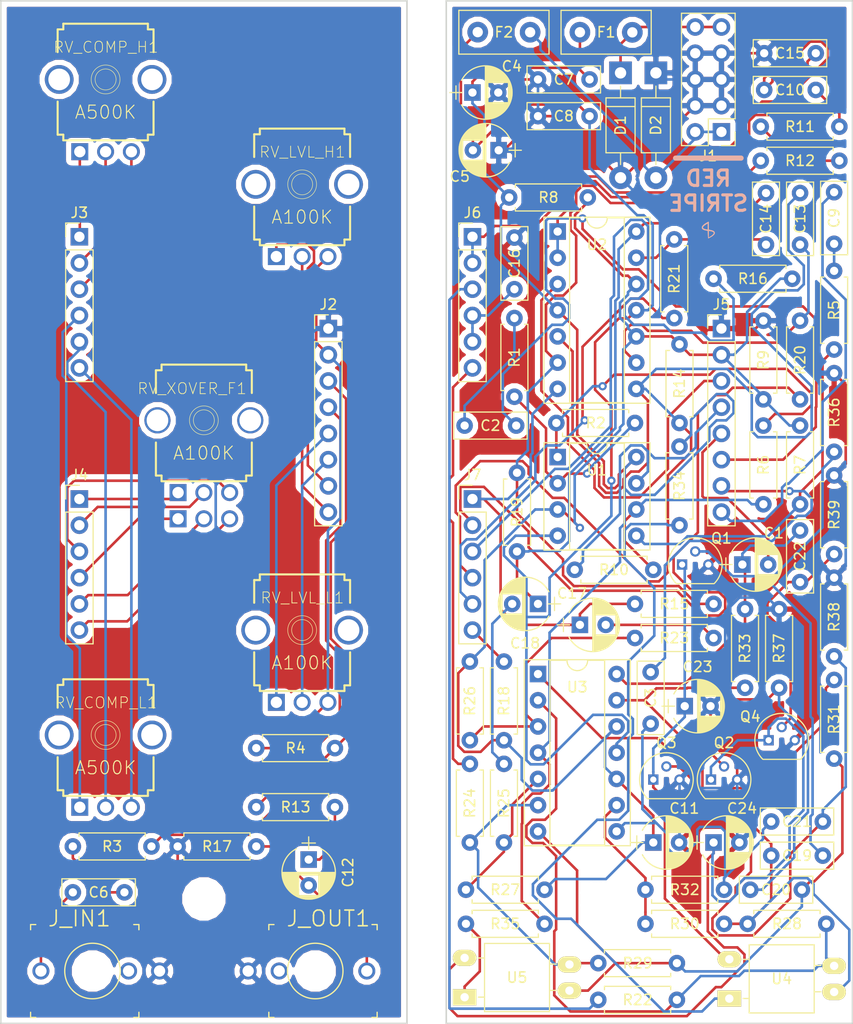
<source format=kicad_pcb>
(kicad_pcb (version 20171130) (host pcbnew "(2018-01-23 revision 975c08c46)-makepkg")
  (title_block (title Aphelion) (date 2018-01-27) (rev 1) (company "Coriolis Instruments"))
  (layers (0 F.Cu signal) (31 B.Cu signal) (34 B.Paste user hide) (35 F.Paste user hide) (36 B.SilkS user) (37 F.SilkS user) (38 B.Mask user) (39 F.Mask user) (44 Edge.Cuts user))
  (net 0 "")
  (net 1 /COMP_L_OUT)
  (net 2 /RV_LVL_L_1)
  (net 3 /RV_LVL_L_2)
  (net 4 "Net-(C2-Pad1)")
  (net 5 /RV_LVL_H_1)
  (net 6 /COMP_H_OUT)
  (net 7 /+12V)
  (net 8 /GND)
  (net 9 /-12V)
  (net 10 "Net-(C6-Pad1)")
  (net 11 "Net-(C6-Pad2)")
  (net 12 "Net-(C9-Pad1)")
  (net 13 /RV_LVL_H_2)
  (net 14 "Net-(C10-Pad2)")
  (net 15 "Net-(C10-Pad1)")
  (net 16 /+6V)
  (net 17 "Net-(C12-Pad1)")
  (net 18 "Net-(C12-Pad2)")
  (net 19 "Net-(C13-Pad2)")
  (net 20 /RV_XOVER_4)
  (net 21 /X_OVER_L_OUT)
  (net 22 "Net-(C14-Pad2)")
  (net 23 /RV_COMP_H_1)
  (net 24 /RV_COMP_L_1)
  (net 25 /RV_XOVER_1)
  (net 26 "Net-(C17-Pad2)")
  (net 27 "Net-(C18-Pad2)")
  (net 28 "Net-(C19-Pad1)")
  (net 29 "Net-(C19-Pad2)")
  (net 30 "Net-(C20-Pad2)")
  (net 31 "Net-(C20-Pad1)")
  (net 32 "Net-(C21-Pad1)")
  (net 33 "Net-(C22-Pad1)")
  (net 34 "Net-(C23-Pad1)")
  (net 35 "Net-(C24-Pad1)")
  (net 36 "Net-(D1-Pad1)")
  (net 37 "Net-(D2-Pad2)")
  (net 38 /GND_FB)
  (net 39 /+6V_FB)
  (net 40 /A_IN_FB)
  (net 41 /A_OUT_FB)
  (net 42 /RV_LVL_L_1_FB)
  (net 43 /RV_LVL_L_2_FB)
  (net 44 /RV_LVL_H_1_FB)
  (net 45 /RV_LVL_H_2_FB)
  (net 46 /RV_COMP_H_1_FB)
  (net 47 /RV_COMP_H_2_FB)
  (net 48 /RV_COMP_H_3_FB)
  (net 49 /RV_COMP_L_1_FB)
  (net 50 /RV_COMP_L_2_FB)
  (net 51 /RV_COMP_L_3_FB)
  (net 52 /RV_XOVER_6_FB)
  (net 53 /RV_XOVER_5_FB)
  (net 54 /RV_XOVER_4_FB)
  (net 55 /RV_XOVER_3_FB)
  (net 56 /RV_XOVER_2_FB)
  (net 57 /RV_XOVER_1_FB)
  (net 58 /A_OUT)
  (net 59 /A_IN)
  (net 60 /RV_COMP_H_3)
  (net 61 /RV_COMP_L_3)
  (net 62 /RV_XOVER_6)
  (net 63 /RV_XOVER_5)
  (net 64 /RV_XOVER_3)
  (net 65 /RV_XOVER_2)
  (net 66 "Net-(R1-Pad1)")
  (net 67 "Net-(R2-Pad1)")
  (net 68 "Net-(R5-Pad1)")
  (net 69 "Net-(R10-Pad2)")
  (net 70 "Net-(R11-Pad1)")
  (net 71 "Net-(R12-Pad1)")
  (net 72 "Net-(R22-Pad1)")
  (net 73 "Net-(R23-Pad1)")
  (net 74 "Net-(R24-Pad1)")
  (net 75 "Net-(R25-Pad1)")
  (net 76 "Net-(R30-Pad1)")
  (net 77 "Net-(R31-Pad1)")
  (net 78 "Net-(R34-Pad1)")
  (net 79 "Net-(R35-Pad1)")
  (module Mounting_Holes:MountingHole_3.2mm_M3 (layer F.Cu) (at 90.805 137.795)
    (fp_text reference REF** hide)
    (fp_text value MountingHole_3.2mm_M3)
    (pad 1 np_thru_hole circle (at 0 0) (size 3.2 3.2) (drill 3.2) (layers *.Cu *.Mask))
  )
  (module Capacitors_THT:CP_Radial_D5.0mm_P2.50mm (layer F.Cu) (at 104.902 105.41)
    (fp_text reference C1 (at 3.048 -3.048) (layer F.SilkS))
    (fp_text value 10uF)
    (pad 1 thru_hole rect (at 0 0) (size 1.6 1.6) (drill 0.8) (layers *.Cu *.Mask) (net 1 /COMP_L_OUT))
    (pad 2 thru_hole circle (at 2.5 0) (size 1.6 1.6) (drill 0.8) (layers *.Cu *.Mask) (net 2 /RV_LVL_L_1))
  )
  (module Coriolis-KiCad:C_Rect_L7.0mm_W2.5mm_P5.00mm (layer F.Cu) (at 77.978 91.948)
    (fp_text reference C2 (at 2.5 0) (layer F.SilkS))
    (fp_text value 220nF)
    (pad 2 thru_hole circle (at 5 0) (size 1.6 1.6) (drill 0.8) (layers *.Cu *.Mask) (net 3 /RV_LVL_L_2))
    (pad 1 thru_hole circle (at 0 0) (size 1.6 1.6) (drill 0.8) (layers *.Cu *.Mask) (net 4 "Net-(C2-Pad1)"))
  )
  (module Coriolis-KiCad:C_Rect_L7.0mm_W2.5mm_P5.00mm (layer F.Cu) (at 96.012 115.824 270)
    (fp_text reference C3 (at 2.5 0 270) (layer F.SilkS))
    (fp_text value 47nF)
    (pad 1 thru_hole circle (at 0 0 270) (size 1.6 1.6) (drill 0.8) (layers *.Cu *.Mask) (net 5 /RV_LVL_H_1))
    (pad 2 thru_hole circle (at 5 0 270) (size 1.6 1.6) (drill 0.8) (layers *.Cu *.Mask) (net 6 /COMP_H_OUT))
  )
  (module Capacitors_THT:CP_Radial_D5.0mm_P2.50mm (layer F.Cu) (at 78.74 59.69)
    (fp_text reference C4 (at 3.81 -2.54) (layer F.SilkS))
    (fp_text value 10uF)
    (pad 1 thru_hole rect (at 0 0) (size 1.6 1.6) (drill 0.8) (layers *.Cu *.Mask) (net 7 /+12V))
    (pad 2 thru_hole circle (at 2.5 0) (size 1.6 1.6) (drill 0.8) (layers *.Cu *.Mask) (net 8 /GND))
  )
  (module Capacitors_THT:CP_Radial_D5.0mm_P2.50mm (layer F.Cu) (at 81.28 65.278 180)
    (fp_text reference C5 (at 3.77 -2.54 180) (layer F.SilkS))
    (fp_text value 10uF)
    (pad 2 thru_hole circle (at 2.5 0 180) (size 1.6 1.6) (drill 0.8) (layers *.Cu *.Mask) (net 9 /-12V))
    (pad 1 thru_hole rect (at 0 0 180) (size 1.6 1.6) (drill 0.8) (layers *.Cu *.Mask) (net 8 /GND))
  )
  (module Coriolis-KiCad:C_Rect_L7.0mm_W2.5mm_P5.00mm (layer F.Cu) (at 45.005 137.16 180)
    (fp_text reference C6 (at 2.5 0 180) (layer F.SilkS))
    (fp_text value 220nF)
    (pad 1 thru_hole circle (at 0 0 180) (size 1.6 1.6) (drill 0.8) (layers *.Cu *.Mask) (net 10 "Net-(C6-Pad1)"))
    (pad 2 thru_hole circle (at 5 0 180) (size 1.6 1.6) (drill 0.8) (layers *.Cu *.Mask) (net 11 "Net-(C6-Pad2)"))
  )
  (module Coriolis-KiCad:C_Rect_L7.0mm_W2.5mm_P5.00mm (layer F.Cu) (at 90.09 58.42 180)
    (fp_text reference C7 (at 2.5 0 180) (layer F.SilkS))
    (fp_text value 100nF)
    (pad 2 thru_hole circle (at 5 0 180) (size 1.6 1.6) (drill 0.8) (layers *.Cu *.Mask) (net 8 /GND))
    (pad 1 thru_hole circle (at 0 0 180) (size 1.6 1.6) (drill 0.8) (layers *.Cu *.Mask) (net 7 /+12V))
  )
  (module Coriolis-KiCad:C_Rect_L7.0mm_W2.5mm_P5.00mm (layer F.Cu) (at 85.09 61.976)
    (fp_text reference C8 (at 2.5 0) (layer F.SilkS))
    (fp_text value 100nF)
    (pad 2 thru_hole circle (at 5 0) (size 1.6 1.6) (drill 0.8) (layers *.Cu *.Mask) (net 9 /-12V))
    (pad 1 thru_hole circle (at 0 0) (size 1.6 1.6) (drill 0.8) (layers *.Cu *.Mask) (net 8 /GND))
  )
  (module Coriolis-KiCad:C_Rect_L7.0mm_W2.5mm_P5.00mm (layer F.Cu) (at 113.792 74.342 90)
    (fp_text reference C9 (at 2.5 0 90) (layer F.SilkS))
    (fp_text value 220nF)
    (pad 1 thru_hole circle (at 0 0 90) (size 1.6 1.6) (drill 0.8) (layers *.Cu *.Mask) (net 12 "Net-(C9-Pad1)"))
    (pad 2 thru_hole circle (at 5 0 90) (size 1.6 1.6) (drill 0.8) (layers *.Cu *.Mask) (net 13 /RV_LVL_H_2))
  )
  (module Coriolis-KiCad:C_Rect_L7.0mm_W2.5mm_P5.00mm (layer F.Cu) (at 112.014 59.436 180)
    (fp_text reference C10 (at 2.5 0 180) (layer F.SilkS))
    (fp_text value 1uF)
    (pad 2 thru_hole circle (at 5 0 180) (size 1.6 1.6) (drill 0.8) (layers *.Cu *.Mask) (net 14 "Net-(C10-Pad2)"))
    (pad 1 thru_hole circle (at 0 0 180) (size 1.6 1.6) (drill 0.8) (layers *.Cu *.Mask) (net 15 "Net-(C10-Pad1)"))
  )
  (module Capacitors_THT:CP_Radial_D5.0mm_P2.50mm (layer F.Cu) (at 96.266 132.334)
    (fp_text reference C11 (at 3.008 -3.302) (layer F.SilkS))
    (fp_text value 33uF)
    (pad 2 thru_hole circle (at 2.5 0) (size 1.6 1.6) (drill 0.8) (layers *.Cu *.Mask) (net 8 /GND))
    (pad 1 thru_hole rect (at 0 0) (size 1.6 1.6) (drill 0.8) (layers *.Cu *.Mask) (net 16 /+6V))
  )
  (module Capacitors_THT:CP_Radial_D5.0mm_P2.50mm (layer F.Cu) (at 62.865 133.985 270)
    (fp_text reference C12 (at 1.25 -3.81 270) (layer F.SilkS))
    (fp_text value 10uF)
    (pad 1 thru_hole rect (at 0 0 270) (size 1.6 1.6) (drill 0.8) (layers *.Cu *.Mask) (net 17 "Net-(C12-Pad1)"))
    (pad 2 thru_hole circle (at 2.5 0 270) (size 1.6 1.6) (drill 0.8) (layers *.Cu *.Mask) (net 18 "Net-(C12-Pad2)"))
  )
  (module Coriolis-KiCad:C_Rect_L7.0mm_W2.5mm_P5.00mm (layer F.Cu) (at 110.49 69.422 270)
    (fp_text reference C13 (at 2.5 0 270) (layer F.SilkS))
    (fp_text value 22nF)
    (pad 2 thru_hole circle (at 5 0 270) (size 1.6 1.6) (drill 0.8) (layers *.Cu *.Mask) (net 19 "Net-(C13-Pad2)"))
    (pad 1 thru_hole circle (at 0 0 270) (size 1.6 1.6) (drill 0.8) (layers *.Cu *.Mask) (net 20 /RV_XOVER_4))
  )
  (module Coriolis-KiCad:C_Rect_L7.0mm_W2.5mm_P5.00mm (layer F.Cu) (at 107.188 69.422 270)
    (fp_text reference C14 (at 2.5 0 270) (layer F.SilkS))
    (fp_text value 22nF)
    (pad 1 thru_hole circle (at 0 0 270) (size 1.6 1.6) (drill 0.8) (layers *.Cu *.Mask) (net 21 /X_OVER_L_OUT))
    (pad 2 thru_hole circle (at 5 0 270) (size 1.6 1.6) (drill 0.8) (layers *.Cu *.Mask) (net 22 "Net-(C14-Pad2)"))
  )
  (module Coriolis-KiCad:C_Rect_L7.0mm_W2.5mm_P5.00mm (layer F.Cu) (at 112.014 55.88 180)
    (fp_text reference C15 (at 2.5 0 180) (layer F.SilkS))
    (fp_text value 47nF)
    (pad 1 thru_hole circle (at 0 0 180) (size 1.6 1.6) (drill 0.8) (layers *.Cu *.Mask) (net 23 /RV_COMP_H_1))
    (pad 2 thru_hole circle (at 5 0 180) (size 1.6 1.6) (drill 0.8) (layers *.Cu *.Mask) (net 8 /GND))
  )
  (module Coriolis-KiCad:C_Rect_L7.0mm_W2.5mm_P5.00mm (layer F.Cu) (at 82.804 78.74 90)
    (fp_text reference C16 (at 2.5 0 90) (layer F.SilkS))
    (fp_text value 220nF)
    (pad 2 thru_hole circle (at 5 0 90) (size 1.6 1.6) (drill 0.8) (layers *.Cu *.Mask) (net 8 /GND))
    (pad 1 thru_hole circle (at 0 0 90) (size 1.6 1.6) (drill 0.8) (layers *.Cu *.Mask) (net 24 /RV_COMP_L_1))
  )
  (module Capacitors_THT:CP_Radial_D5.0mm_P2.50mm (layer F.Cu) (at 89.154 111.252)
    (fp_text reference C17 (at -0.762 -3.048) (layer F.SilkS))
    (fp_text value 10uF)
    (pad 1 thru_hole rect (at 0 0) (size 1.6 1.6) (drill 0.8) (layers *.Cu *.Mask) (net 25 /RV_XOVER_1))
    (pad 2 thru_hole circle (at 2.5 0) (size 1.6 1.6) (drill 0.8) (layers *.Cu *.Mask) (net 26 "Net-(C17-Pad2)"))
  )
  (module Capacitors_THT:CP_Radial_D5.0mm_P2.50mm (layer F.Cu) (at 85.09 109.22 180)
    (fp_text reference C18 (at 1.25 -3.81 180) (layer F.SilkS))
    (fp_text value 10uF)
    (pad 2 thru_hole circle (at 2.5 0 180) (size 1.6 1.6) (drill 0.8) (layers *.Cu *.Mask) (net 27 "Net-(C18-Pad2)"))
    (pad 1 thru_hole rect (at 0 0 180) (size 1.6 1.6) (drill 0.8) (layers *.Cu *.Mask) (net 21 /X_OVER_L_OUT))
  )
  (module Coriolis-KiCad:C_Rect_L7.0mm_W2.5mm_P5.00mm (layer F.Cu) (at 112.696 133.604 180)
    (fp_text reference C19 (at 2.5 0 180) (layer F.SilkS))
    (fp_text value 47nF)
    (pad 1 thru_hole circle (at 0 0 180) (size 1.6 1.6) (drill 0.8) (layers *.Cu *.Mask) (net 28 "Net-(C19-Pad1)"))
    (pad 2 thru_hole circle (at 5 0 180) (size 1.6 1.6) (drill 0.8) (layers *.Cu *.Mask) (net 29 "Net-(C19-Pad2)"))
  )
  (module Coriolis-KiCad:C_Rect_L7.0mm_W2.5mm_P5.00mm (layer F.Cu) (at 105.664 136.906)
    (fp_text reference C20 (at 2.5 0) (layer F.SilkS))
    (fp_text value 47nF)
    (pad 2 thru_hole circle (at 5 0) (size 1.6 1.6) (drill 0.8) (layers *.Cu *.Mask) (net 30 "Net-(C20-Pad2)"))
    (pad 1 thru_hole circle (at 0 0) (size 1.6 1.6) (drill 0.8) (layers *.Cu *.Mask) (net 31 "Net-(C20-Pad1)"))
  )
  (module Coriolis-KiCad:C_Rect_L7.0mm_W2.5mm_P5.00mm (layer F.Cu) (at 112.696 130.302 180)
    (fp_text reference C21 (at 2.5 0 180) (layer F.SilkS))
    (fp_text value 47nF)
    (pad 2 thru_hole circle (at 5 0 180) (size 1.6 1.6) (drill 0.8) (layers *.Cu *.Mask) (net 6 /COMP_H_OUT))
    (pad 1 thru_hole circle (at 0 0 180) (size 1.6 1.6) (drill 0.8) (layers *.Cu *.Mask) (net 32 "Net-(C21-Pad1)"))
  )
  (module Coriolis-KiCad:C_Rect_L7.0mm_W2.5mm_P5.00mm (layer F.Cu) (at 110.49 107.108 90)
    (fp_text reference C22 (at 2.5 0 90) (layer F.SilkS))
    (fp_text value 47nF)
    (pad 1 thru_hole circle (at 0 0 90) (size 1.6 1.6) (drill 0.8) (layers *.Cu *.Mask) (net 33 "Net-(C22-Pad1)"))
    (pad 2 thru_hole circle (at 5 0 90) (size 1.6 1.6) (drill 0.8) (layers *.Cu *.Mask) (net 1 /COMP_L_OUT))
  )
  (module Capacitors_THT:CP_Radial_D5.0mm_P2.50mm (layer F.Cu) (at 99.314 119.126)
    (fp_text reference C23 (at 1.25 -3.81) (layer F.SilkS))
    (fp_text value 33uF)
    (pad 2 thru_hole circle (at 2.5 0) (size 1.6 1.6) (drill 0.8) (layers *.Cu *.Mask) (net 8 /GND))
    (pad 1 thru_hole rect (at 0 0) (size 1.6 1.6) (drill 0.8) (layers *.Cu *.Mask) (net 34 "Net-(C23-Pad1)"))
  )
  (module Capacitors_THT:CP_Radial_D5.0mm_P2.50mm (layer F.Cu) (at 102.108 132.334)
    (fp_text reference C24 (at 2.754 -3.302) (layer F.SilkS))
    (fp_text value 33uF)
    (pad 2 thru_hole circle (at 2.5 0) (size 1.6 1.6) (drill 0.8) (layers *.Cu *.Mask) (net 8 /GND))
    (pad 1 thru_hole rect (at 0 0) (size 1.6 1.6) (drill 0.8) (layers *.Cu *.Mask) (net 35 "Net-(C24-Pad1)"))
  )
  (module Coriolis-KiCad:D_DO-41_SOD81_P10.16mm_Horizontal (layer F.Cu) (at 93.091 57.785 270)
    (fp_text reference D1 (at 5.08 0 270) (layer F.SilkS))
    (fp_text value 1N4001)
    (pad 1 thru_hole rect (at 0 0 270) (size 2.2 2.2) (drill 1.1) (layers *.Cu *.Mask) (net 36 "Net-(D1-Pad1)"))
    (pad 2 thru_hole oval (at 10.16 0 270) (size 2.2 2.2) (drill 1.1) (layers *.Cu *.Mask) (net 8 /GND))
  )
  (module Coriolis-KiCad:D_DO-41_SOD81_P10.16mm_Horizontal (layer F.Cu) (at 96.52 57.785 270)
    (fp_text reference D2 (at 5.08 0 270) (layer F.SilkS))
    (fp_text value 1N4001)
    (pad 2 thru_hole oval (at 10.16 0 270) (size 2.2 2.2) (drill 1.1) (layers *.Cu *.Mask) (net 37 "Net-(D2-Pad2)"))
    (pad 1 thru_hole rect (at 0 0 270) (size 2.2 2.2) (drill 1.1) (layers *.Cu *.Mask) (net 8 /GND))
  )
  (module Coriolis-KiCad:Fuse_TE5_Littlefuse-395Series (layer F.Cu) (at 89.154 53.848)
    (fp_text reference F1 (at 2.54 0) (layer F.SilkS))
    (fp_text value Polyfuse)
    (pad 2 thru_hole circle (at 5.08 0.01) (size 2 2) (drill 1) (layers *.Cu *.Mask) (net 36 "Net-(D1-Pad1)"))
    (pad 1 thru_hole circle (at 0 0) (size 2 2) (drill 1) (layers *.Cu *.Mask) (net 7 /+12V))
  )
  (module Coriolis-KiCad:Fuse_TE5_Littlefuse-395Series (layer F.Cu) (at 84.328 53.848 180)
    (fp_text reference F2 (at 2.54 0 180) (layer F.SilkS))
    (fp_text value Polyfuse)
    (pad 1 thru_hole circle (at 0 0 180) (size 2 2) (drill 1) (layers *.Cu *.Mask) (net 37 "Net-(D2-Pad2)"))
    (pad 2 thru_hole circle (at 5.08 0.01 180) (size 2 2) (drill 1) (layers *.Cu *.Mask) (net 9 /-12V))
  )
  (module Pin_Headers:Pin_Header_Straight_2x05_Pitch2.54mm (layer F.Cu) (at 102.87 63.5 180)
    (fp_text reference J1 (at 1.27 -2.33 180) (layer F.SilkS))
    (fp_text value Conn_02x05_Odd_Even)
    (pad 10 thru_hole oval (at 2.54 10.16 180) (size 1.7 1.7) (drill 1) (layers *.Cu *.Mask) (net 36 "Net-(D1-Pad1)"))
    (pad 9 thru_hole oval (at 0 10.16 180) (size 1.7 1.7) (drill 1) (layers *.Cu *.Mask) (net 36 "Net-(D1-Pad1)"))
    (pad 8 thru_hole oval (at 2.54 7.62 180) (size 1.7 1.7) (drill 1) (layers *.Cu *.Mask) (net 8 /GND))
    (pad 7 thru_hole oval (at 0 7.62 180) (size 1.7 1.7) (drill 1) (layers *.Cu *.Mask) (net 8 /GND))
    (pad 6 thru_hole oval (at 2.54 5.08 180) (size 1.7 1.7) (drill 1) (layers *.Cu *.Mask) (net 8 /GND))
    (pad 5 thru_hole oval (at 0 5.08 180) (size 1.7 1.7) (drill 1) (layers *.Cu *.Mask) (net 8 /GND))
    (pad 4 thru_hole oval (at 2.54 2.54 180) (size 1.7 1.7) (drill 1) (layers *.Cu *.Mask) (net 8 /GND))
    (pad 3 thru_hole oval (at 0 2.54 180) (size 1.7 1.7) (drill 1) (layers *.Cu *.Mask) (net 8 /GND))
    (pad 2 thru_hole oval (at 2.54 0 180) (size 1.7 1.7) (drill 1) (layers *.Cu *.Mask) (net 37 "Net-(D2-Pad2)"))
    (pad 1 thru_hole rect (at 0 0 180) (size 1.7 1.7) (drill 1) (layers *.Cu *.Mask) (net 37 "Net-(D2-Pad2)"))
  )
  (module Pin_Headers:Pin_Header_Straight_1x08_Pitch2.54mm (layer F.Cu) (at 64.77 82.55)
    (fp_text reference J2 (at 0 -2.33) (layer F.SilkS))
    (fp_text value Conn_01x08_Male)
    (pad 1 thru_hole rect (at 0 0) (size 1.7 1.7) (drill 1) (layers *.Cu *.Mask) (net 38 /GND_FB))
    (pad 2 thru_hole oval (at 0 2.54) (size 1.7 1.7) (drill 1) (layers *.Cu *.Mask) (net 39 /+6V_FB))
    (pad 3 thru_hole oval (at 0 5.08) (size 1.7 1.7) (drill 1) (layers *.Cu *.Mask) (net 40 /A_IN_FB))
    (pad 4 thru_hole oval (at 0 7.62) (size 1.7 1.7) (drill 1) (layers *.Cu *.Mask) (net 41 /A_OUT_FB))
    (pad 5 thru_hole oval (at 0 10.16) (size 1.7 1.7) (drill 1) (layers *.Cu *.Mask) (net 42 /RV_LVL_L_1_FB))
    (pad 6 thru_hole oval (at 0 12.7) (size 1.7 1.7) (drill 1) (layers *.Cu *.Mask) (net 43 /RV_LVL_L_2_FB))
    (pad 7 thru_hole oval (at 0 15.24) (size 1.7 1.7) (drill 1) (layers *.Cu *.Mask) (net 44 /RV_LVL_H_1_FB))
    (pad 8 thru_hole oval (at 0 17.78) (size 1.7 1.7) (drill 1) (layers *.Cu *.Mask) (net 45 /RV_LVL_H_2_FB))
  )
  (module Pin_Headers:Pin_Header_Straight_1x06_Pitch2.54mm (layer F.Cu) (at 40.64 73.66)
    (fp_text reference J3 (at 0 -2.33) (layer F.SilkS))
    (fp_text value Conn_01x06_Male)
    (pad 1 thru_hole rect (at 0 0) (size 1.7 1.7) (drill 1) (layers *.Cu *.Mask) (net 46 /RV_COMP_H_1_FB))
    (pad 2 thru_hole oval (at 0 2.54) (size 1.7 1.7) (drill 1) (layers *.Cu *.Mask) (net 47 /RV_COMP_H_2_FB))
    (pad 3 thru_hole oval (at 0 5.08) (size 1.7 1.7) (drill 1) (layers *.Cu *.Mask) (net 48 /RV_COMP_H_3_FB))
    (pad 4 thru_hole oval (at 0 7.62) (size 1.7 1.7) (drill 1) (layers *.Cu *.Mask) (net 49 /RV_COMP_L_1_FB))
    (pad 5 thru_hole oval (at 0 10.16) (size 1.7 1.7) (drill 1) (layers *.Cu *.Mask) (net 50 /RV_COMP_L_2_FB))
    (pad 6 thru_hole oval (at 0 12.7) (size 1.7 1.7) (drill 1) (layers *.Cu *.Mask) (net 51 /RV_COMP_L_3_FB))
  )
  (module Pin_Headers:Pin_Header_Straight_1x06_Pitch2.54mm (layer F.Cu) (at 40.64 99.06)
    (fp_text reference J4 (at 0 -2.33) (layer F.SilkS))
    (fp_text value Conn_01x06_Male)
    (pad 6 thru_hole oval (at 0 12.7) (size 1.7 1.7) (drill 1) (layers *.Cu *.Mask) (net 52 /RV_XOVER_6_FB))
    (pad 5 thru_hole oval (at 0 10.16) (size 1.7 1.7) (drill 1) (layers *.Cu *.Mask) (net 53 /RV_XOVER_5_FB))
    (pad 4 thru_hole oval (at 0 7.62) (size 1.7 1.7) (drill 1) (layers *.Cu *.Mask) (net 54 /RV_XOVER_4_FB))
    (pad 3 thru_hole oval (at 0 5.08) (size 1.7 1.7) (drill 1) (layers *.Cu *.Mask) (net 55 /RV_XOVER_3_FB))
    (pad 2 thru_hole oval (at 0 2.54) (size 1.7 1.7) (drill 1) (layers *.Cu *.Mask) (net 56 /RV_XOVER_2_FB))
    (pad 1 thru_hole rect (at 0 0) (size 1.7 1.7) (drill 1) (layers *.Cu *.Mask) (net 57 /RV_XOVER_1_FB))
  )
  (module Pin_Headers:Pin_Header_Straight_1x08_Pitch2.54mm (layer F.Cu) (at 102.87 82.55)
    (fp_text reference J5 (at 0 -2.33) (layer F.SilkS))
    (fp_text value Conn_01x08_Female)
    (pad 8 thru_hole oval (at 0 17.78) (size 1.7 1.7) (drill 1) (layers *.Cu *.Mask) (net 13 /RV_LVL_H_2))
    (pad 7 thru_hole oval (at 0 15.24) (size 1.7 1.7) (drill 1) (layers *.Cu *.Mask) (net 5 /RV_LVL_H_1))
    (pad 6 thru_hole oval (at 0 12.7) (size 1.7 1.7) (drill 1) (layers *.Cu *.Mask) (net 3 /RV_LVL_L_2))
    (pad 5 thru_hole oval (at 0 10.16) (size 1.7 1.7) (drill 1) (layers *.Cu *.Mask) (net 2 /RV_LVL_L_1))
    (pad 4 thru_hole oval (at 0 7.62) (size 1.7 1.7) (drill 1) (layers *.Cu *.Mask) (net 58 /A_OUT))
    (pad 3 thru_hole oval (at 0 5.08) (size 1.7 1.7) (drill 1) (layers *.Cu *.Mask) (net 59 /A_IN))
    (pad 2 thru_hole oval (at 0 2.54) (size 1.7 1.7) (drill 1) (layers *.Cu *.Mask) (net 16 /+6V))
    (pad 1 thru_hole rect (at 0 0) (size 1.7 1.7) (drill 1) (layers *.Cu *.Mask) (net 8 /GND))
  )
  (module Pin_Headers:Pin_Header_Straight_1x06_Pitch2.54mm (layer F.Cu) (at 78.74 73.66)
    (fp_text reference J6 (at 0 -2.33) (layer F.SilkS))
    (fp_text value Conn_01x06_Female)
    (pad 1 thru_hole rect (at 0 0) (size 1.7 1.7) (drill 1) (layers *.Cu *.Mask) (net 23 /RV_COMP_H_1))
    (pad 2 thru_hole oval (at 0 2.54) (size 1.7 1.7) (drill 1) (layers *.Cu *.Mask) (net 23 /RV_COMP_H_1))
    (pad 3 thru_hole oval (at 0 5.08) (size 1.7 1.7) (drill 1) (layers *.Cu *.Mask) (net 60 /RV_COMP_H_3))
    (pad 4 thru_hole oval (at 0 7.62) (size 1.7 1.7) (drill 1) (layers *.Cu *.Mask) (net 24 /RV_COMP_L_1))
    (pad 5 thru_hole oval (at 0 10.16) (size 1.7 1.7) (drill 1) (layers *.Cu *.Mask) (net 24 /RV_COMP_L_1))
    (pad 6 thru_hole oval (at 0 12.7) (size 1.7 1.7) (drill 1) (layers *.Cu *.Mask) (net 61 /RV_COMP_L_3))
  )
  (module Pin_Headers:Pin_Header_Straight_1x06_Pitch2.54mm (layer F.Cu) (at 78.74 99.06)
    (fp_text reference J7 (at 0 -2.33) (layer F.SilkS))
    (fp_text value Conn_01x06_Female)
    (pad 6 thru_hole oval (at 0 12.7) (size 1.7 1.7) (drill 1) (layers *.Cu *.Mask) (net 62 /RV_XOVER_6))
    (pad 5 thru_hole oval (at 0 10.16) (size 1.7 1.7) (drill 1) (layers *.Cu *.Mask) (net 63 /RV_XOVER_5))
    (pad 4 thru_hole oval (at 0 7.62) (size 1.7 1.7) (drill 1) (layers *.Cu *.Mask) (net 20 /RV_XOVER_4))
    (pad 3 thru_hole oval (at 0 5.08) (size 1.7 1.7) (drill 1) (layers *.Cu *.Mask) (net 64 /RV_XOVER_3))
    (pad 2 thru_hole oval (at 0 2.54) (size 1.7 1.7) (drill 1) (layers *.Cu *.Mask) (net 65 /RV_XOVER_2))
    (pad 1 thru_hole rect (at 0 0) (size 1.7 1.7) (drill 1) (layers *.Cu *.Mask) (net 25 /RV_XOVER_1))
  )
  (module Coriolis-KiCad:WQP-PJ301M-12_JACK (layer F.Cu) (at 41.91 144.78 90)
    (fp_text reference J_IN1 (at 5.08 -1.27 180) (layer F.SilkS) (effects (font (size 1.524 1.524))))
    (fp_text value Audio-Jack-2_Switch hide)
    (pad 2 thru_hole circle (at 0 6.49986 90) (size 1.64846 1.64846) (drill 1.09982) (layers *.Cu *.Paste *.Mask) (net 38 /GND_FB))
    (pad 3 thru_hole circle (at 0 3.49758 90) (size 1.64846 1.64846) (drill 1.09982) (layers *.Cu *.Paste *.Mask))
    (pad 1 thru_hole circle (at 0 -4.99872 90) (size 1.64846 1.64846) (drill 1.09982) (layers *.Cu *.Paste *.Mask) (net 11 "Net-(C6-Pad2)"))
    (pad "" np_thru_hole circle (at 0 0 90) (size 3 3) (drill 3) (layers *.Cu *.Mask))
  )
  (module Coriolis-KiCad:WQP-PJ301M-12_JACK (layer F.Cu) (at 63.5 144.78 270)
    (fp_text reference J_OUT1 (at -5.08 -1.27) (layer F.SilkS) (effects (font (size 1.524 1.524))))
    (fp_text value Audio-Jack-2_Switch hide)
    (pad "" np_thru_hole circle (at 0 0 270) (size 3 3) (drill 3) (layers *.Cu *.Mask))
    (pad 1 thru_hole circle (at 0 -4.99872 270) (size 1.64846 1.64846) (drill 1.09982) (layers *.Cu *.Paste *.Mask) (net 18 "Net-(C12-Pad2)"))
    (pad 3 thru_hole circle (at 0 3.49758 270) (size 1.64846 1.64846) (drill 1.09982) (layers *.Cu *.Paste *.Mask))
    (pad 2 thru_hole circle (at 0 6.49986 270) (size 1.64846 1.64846) (drill 1.09982) (layers *.Cu *.Paste *.Mask) (net 38 /GND_FB))
  )
  (module TO_SOT_Packages_THT:TO-92_Molded_Narrow (layer F.Cu) (at 99.06 105.41)
    (fp_text reference Q1 (at 3.81 -2.54) (layer F.SilkS))
    (fp_text value BC547)
    (pad 1 thru_hole rect (at 0 0 90) (size 1 1) (drill 0.6) (layers *.Cu *.Mask) (net 34 "Net-(C23-Pad1)"))
    (pad 3 thru_hole circle (at 2.54 0 90) (size 1 1) (drill 0.6) (layers *.Cu *.Mask) (net 8 /GND))
    (pad 2 thru_hole circle (at 1.27 -1.27 90) (size 1 1) (drill 0.6) (layers *.Cu *.Mask) (net 28 "Net-(C19-Pad1)"))
  )
  (module TO_SOT_Packages_THT:TO-92_Molded_Narrow (layer F.Cu) (at 101.854 126.238)
    (fp_text reference Q2 (at 1.27 -3.56) (layer F.SilkS))
    (fp_text value BC547)
    (pad 1 thru_hole rect (at 0 0 90) (size 1 1) (drill 0.6) (layers *.Cu *.Mask) (net 35 "Net-(C24-Pad1)"))
    (pad 3 thru_hole circle (at 2.54 0 90) (size 1 1) (drill 0.6) (layers *.Cu *.Mask) (net 8 /GND))
    (pad 2 thru_hole circle (at 1.27 -1.27 90) (size 1 1) (drill 0.6) (layers *.Cu *.Mask) (net 31 "Net-(C20-Pad1)"))
  )
  (module TO_SOT_Packages_THT:TO-92_Molded_Narrow (layer F.Cu) (at 96.266 126.238)
    (fp_text reference Q3 (at 1.27 -3.56) (layer F.SilkS))
    (fp_text value BC547)
    (pad 2 thru_hole circle (at 1.27 -1.27 90) (size 1 1) (drill 0.6) (layers *.Cu *.Mask) (net 32 "Net-(C21-Pad1)"))
    (pad 3 thru_hole circle (at 2.54 0 90) (size 1 1) (drill 0.6) (layers *.Cu *.Mask) (net 8 /GND))
    (pad 1 thru_hole rect (at 0 0 90) (size 1 1) (drill 0.6) (layers *.Cu *.Mask) (net 34 "Net-(C23-Pad1)"))
  )
  (module TO_SOT_Packages_THT:TO-92_Molded_Narrow (layer F.Cu) (at 107.442 122.428)
    (fp_text reference Q4 (at -1.778 -2.286) (layer F.SilkS))
    (fp_text value BC547)
    (pad 2 thru_hole circle (at 1.27 -1.27 90) (size 1 1) (drill 0.6) (layers *.Cu *.Mask) (net 33 "Net-(C22-Pad1)"))
    (pad 3 thru_hole circle (at 2.54 0 90) (size 1 1) (drill 0.6) (layers *.Cu *.Mask) (net 8 /GND))
    (pad 1 thru_hole rect (at 0 0 90) (size 1 1) (drill 0.6) (layers *.Cu *.Mask) (net 35 "Net-(C24-Pad1)"))
  )
  (module Coriolis-KiCad:R_Axial_DIN0207_L6.3mm_D2.5mm_P7.62mm_Horizontal (layer F.Cu) (at 82.804 89.154 90)
    (fp_text reference R1 (at 3.81 0 90) (layer F.SilkS))
    (fp_text value 47K)
    (pad 2 thru_hole oval (at 7.62 0 90) (size 1.6 1.6) (drill 0.8) (layers *.Cu *.Mask) (net 4 "Net-(C2-Pad1)"))
    (pad 1 thru_hole circle (at 0 0 90) (size 1.6 1.6) (drill 0.8) (layers *.Cu *.Mask) (net 66 "Net-(R1-Pad1)"))
  )
  (module Coriolis-KiCad:R_Axial_DIN0207_L6.3mm_D2.5mm_P7.62mm_Horizontal (layer F.Cu) (at 86.868 91.694)
    (fp_text reference R2 (at 3.81 0) (layer F.SilkS))
    (fp_text value 47K)
    (pad 1 thru_hole circle (at 0 0) (size 1.6 1.6) (drill 0.8) (layers *.Cu *.Mask) (net 67 "Net-(R2-Pad1)"))
    (pad 2 thru_hole oval (at 7.62 0) (size 1.6 1.6) (drill 0.8) (layers *.Cu *.Mask) (net 66 "Net-(R1-Pad1)"))
  )
  (module Coriolis-KiCad:R_Axial_DIN0207_L6.3mm_D2.5mm_P7.62mm_Horizontal (layer F.Cu) (at 47.625 132.715 180)
    (fp_text reference R3 (at 3.81 0 180) (layer F.SilkS))
    (fp_text value 10K)
    (pad 1 thru_hole circle (at 0 0 180) (size 1.6 1.6) (drill 0.8) (layers *.Cu *.Mask) (net 40 /A_IN_FB))
    (pad 2 thru_hole oval (at 7.62 0 180) (size 1.6 1.6) (drill 0.8) (layers *.Cu *.Mask) (net 10 "Net-(C6-Pad1)"))
  )
  (module Coriolis-KiCad:R_Axial_DIN0207_L6.3mm_D2.5mm_P7.62mm_Horizontal (layer F.Cu) (at 57.785 123.19)
    (fp_text reference R4 (at 3.81 0) (layer F.SilkS))
    (fp_text value 1M)
    (pad 2 thru_hole oval (at 7.62 0) (size 1.6 1.6) (drill 0.8) (layers *.Cu *.Mask) (net 40 /A_IN_FB))
    (pad 1 thru_hole circle (at 0 0) (size 1.6 1.6) (drill 0.8) (layers *.Cu *.Mask) (net 39 /+6V_FB))
  )
  (module Coriolis-KiCad:R_Axial_DIN0207_L6.3mm_D2.5mm_P7.62mm_Horizontal (layer F.Cu) (at 113.792 84.582 90)
    (fp_text reference R5 (at 3.81 0 90) (layer F.SilkS))
    (fp_text value 47K)
    (pad 2 thru_hole oval (at 7.62 0 90) (size 1.6 1.6) (drill 0.8) (layers *.Cu *.Mask) (net 12 "Net-(C9-Pad1)"))
    (pad 1 thru_hole circle (at 0 0 90) (size 1.6 1.6) (drill 0.8) (layers *.Cu *.Mask) (net 68 "Net-(R5-Pad1)"))
  )
  (module Coriolis-KiCad:R_Axial_DIN0207_L6.3mm_D2.5mm_P7.62mm_Horizontal (layer F.Cu) (at 106.934 99.568 90)
    (fp_text reference R6 (at 3.81 0 90) (layer F.SilkS))
    (fp_text value 47K)
    (pad 2 thru_hole oval (at 7.62 0 90) (size 1.6 1.6) (drill 0.8) (layers *.Cu *.Mask) (net 67 "Net-(R2-Pad1)"))
    (pad 1 thru_hole circle (at 0 0 90) (size 1.6 1.6) (drill 0.8) (layers *.Cu *.Mask) (net 69 "Net-(R10-Pad2)"))
  )
  (module Coriolis-KiCad:R_Axial_DIN0207_L6.3mm_D2.5mm_P7.62mm_Horizontal (layer F.Cu) (at 110.49 91.948 270)
    (fp_text reference R7 (at 3.81 0 270) (layer F.SilkS))
    (fp_text value 47K)
    (pad 1 thru_hole circle (at 0 0 270) (size 1.6 1.6) (drill 0.8) (layers *.Cu *.Mask) (net 16 /+6V))
    (pad 2 thru_hole oval (at 7.62 0 270) (size 1.6 1.6) (drill 0.8) (layers *.Cu *.Mask) (net 68 "Net-(R5-Pad1)"))
  )
  (module Coriolis-KiCad:R_Axial_DIN0207_L6.3mm_D2.5mm_P7.62mm_Horizontal (layer F.Cu) (at 82.296 69.85)
    (fp_text reference R8 (at 3.81 0) (layer F.SilkS))
    (fp_text value 100K)
    (pad 1 thru_hole circle (at 0 0) (size 1.6 1.6) (drill 0.8) (layers *.Cu *.Mask) (net 7 /+12V))
    (pad 2 thru_hole oval (at 7.62 0) (size 1.6 1.6) (drill 0.8) (layers *.Cu *.Mask) (net 16 /+6V))
  )
  (module Coriolis-KiCad:R_Axial_DIN0207_L6.3mm_D2.5mm_P7.62mm_Horizontal (layer F.Cu) (at 106.934 89.408 90)
    (fp_text reference R9 (at 3.81 0 90) (layer F.SilkS))
    (fp_text value 100K)
    (pad 2 thru_hole oval (at 7.62 0 90) (size 1.6 1.6) (drill 0.8) (layers *.Cu *.Mask) (net 8 /GND))
    (pad 1 thru_hole circle (at 0 0 90) (size 1.6 1.6) (drill 0.8) (layers *.Cu *.Mask) (net 16 /+6V))
  )
  (module Coriolis-KiCad:R_Axial_DIN0207_L6.3mm_D2.5mm_P7.62mm_Horizontal (layer F.Cu) (at 88.646 105.918)
    (fp_text reference R10 (at 3.81 0) (layer F.SilkS))
    (fp_text value 47K)
    (pad 2 thru_hole oval (at 7.62 0) (size 1.6 1.6) (drill 0.8) (layers *.Cu *.Mask) (net 69 "Net-(R10-Pad2)"))
    (pad 1 thru_hole circle (at 0 0) (size 1.6 1.6) (drill 0.8) (layers *.Cu *.Mask) (net 58 /A_OUT))
  )
  (module Coriolis-KiCad:R_Axial_DIN0207_L6.3mm_D2.5mm_P7.62mm_Horizontal (layer F.Cu) (at 106.68 62.992)
    (fp_text reference R11 (at 3.81 0) (layer F.SilkS))
    (fp_text value 10K)
    (pad 1 thru_hole circle (at 0 0) (size 1.6 1.6) (drill 0.8) (layers *.Cu *.Mask) (net 70 "Net-(R11-Pad1)"))
    (pad 2 thru_hole oval (at 7.62 0) (size 1.6 1.6) (drill 0.8) (layers *.Cu *.Mask) (net 15 "Net-(C10-Pad1)"))
  )
  (module Coriolis-KiCad:R_Axial_DIN0207_L6.3mm_D2.5mm_P7.62mm_Horizontal (layer F.Cu) (at 106.68 66.294)
    (fp_text reference R12 (at 3.81 0) (layer F.SilkS))
    (fp_text value 10K)
    (pad 2 thru_hole oval (at 7.62 0) (size 1.6 1.6) (drill 0.8) (layers *.Cu *.Mask) (net 70 "Net-(R11-Pad1)"))
    (pad 1 thru_hole circle (at 0 0) (size 1.6 1.6) (drill 0.8) (layers *.Cu *.Mask) (net 71 "Net-(R12-Pad1)"))
  )
  (module Coriolis-KiCad:R_Axial_DIN0207_L6.3mm_D2.5mm_P7.62mm_Horizontal (layer F.Cu) (at 65.405 128.905 180)
    (fp_text reference R13 (at 3.81 0 180) (layer F.SilkS))
    (fp_text value 470r)
    (pad 1 thru_hole circle (at 0 0 180) (size 1.6 1.6) (drill 0.8) (layers *.Cu *.Mask) (net 17 "Net-(C12-Pad1)"))
    (pad 2 thru_hole oval (at 7.62 0 180) (size 1.6 1.6) (drill 0.8) (layers *.Cu *.Mask) (net 41 /A_OUT_FB))
  )
  (module Coriolis-KiCad:R_Axial_DIN0207_L6.3mm_D2.5mm_P7.62mm_Horizontal (layer F.Cu) (at 98.806 84.074 270)
    (fp_text reference R14 (at 3.81 0 270) (layer F.SilkS))
    (fp_text value 20K)
    (pad 1 thru_hole circle (at 0 0 270) (size 1.6 1.6) (drill 0.8) (layers *.Cu *.Mask) (net 16 /+6V))
    (pad 2 thru_hole oval (at 7.62 0 270) (size 1.6 1.6) (drill 0.8) (layers *.Cu *.Mask) (net 20 /RV_XOVER_4))
  )
  (module Coriolis-KiCad:R_Axial_DIN0207_L6.3mm_D2.5mm_P7.62mm_Horizontal (layer F.Cu) (at 94.488 109.22)
    (fp_text reference R15 (at 3.81 0) (layer F.SilkS))
    (fp_text value 10K)
    (pad 1 thru_hole circle (at 0 0) (size 1.6 1.6) (drill 0.8) (layers *.Cu *.Mask) (net 25 /RV_XOVER_1))
    (pad 2 thru_hole oval (at 7.62 0) (size 1.6 1.6) (drill 0.8) (layers *.Cu *.Mask) (net 71 "Net-(R12-Pad1)"))
  )
  (module Coriolis-KiCad:R_Axial_DIN0207_L6.3mm_D2.5mm_P7.62mm_Horizontal (layer F.Cu) (at 109.728 77.724 180)
    (fp_text reference R16 (at 3.81 0 180) (layer F.SilkS))
    (fp_text value 10K)
    (pad 2 thru_hole oval (at 7.62 0 180) (size 1.6 1.6) (drill 0.8) (layers *.Cu *.Mask) (net 64 /RV_XOVER_3))
    (pad 1 thru_hole circle (at 0 0 180) (size 1.6 1.6) (drill 0.8) (layers *.Cu *.Mask) (net 16 /+6V))
  )
  (module Coriolis-KiCad:R_Axial_DIN0207_L6.3mm_D2.5mm_P7.62mm_Horizontal (layer F.Cu) (at 50.165 132.715)
    (fp_text reference R17 (at 3.81 0) (layer F.SilkS))
    (fp_text value 47K)
    (pad 2 thru_hole oval (at 7.62 0) (size 1.6 1.6) (drill 0.8) (layers *.Cu *.Mask) (net 18 "Net-(C12-Pad2)"))
    (pad 1 thru_hole circle (at 0 0) (size 1.6 1.6) (drill 0.8) (layers *.Cu *.Mask) (net 38 /GND_FB))
  )
  (module Coriolis-KiCad:R_Axial_DIN0207_L6.3mm_D2.5mm_P7.62mm_Horizontal (layer F.Cu) (at 81.788 122.428 90)
    (fp_text reference R18 (at 3.81 0 90) (layer F.SilkS))
    (fp_text value 10K)
    (pad 1 thru_hole circle (at 0 0 90) (size 1.6 1.6) (drill 0.8) (layers *.Cu *.Mask) (net 16 /+6V))
    (pad 2 thru_hole oval (at 7.62 0 90) (size 1.6 1.6) (drill 0.8) (layers *.Cu *.Mask) (net 62 /RV_XOVER_6))
  )
  (module Coriolis-KiCad:R_Axial_DIN0207_L6.3mm_D2.5mm_P7.62mm_Horizontal (layer F.Cu) (at 83.058 96.52 270)
    (fp_text reference R19 (at 3.81 0 270) (layer F.SilkS))
    (fp_text value 10K)
    (pad 1 thru_hole circle (at 0 0 270) (size 1.6 1.6) (drill 0.8) (layers *.Cu *.Mask) (net 71 "Net-(R12-Pad1)"))
    (pad 2 thru_hole oval (at 7.62 0 270) (size 1.6 1.6) (drill 0.8) (layers *.Cu *.Mask) (net 21 /X_OVER_L_OUT))
  )
  (module Coriolis-KiCad:R_Axial_DIN0207_L6.3mm_D2.5mm_P7.62mm_Horizontal (layer F.Cu) (at 110.49 81.788 270)
    (fp_text reference R20 (at 3.81 0 270) (layer F.SilkS))
    (fp_text value 5K6)
    (pad 2 thru_hole oval (at 7.62 0 270) (size 1.6 1.6) (drill 0.8) (layers *.Cu *.Mask) (net 65 /RV_XOVER_2))
    (pad 1 thru_hole circle (at 0 0 270) (size 1.6 1.6) (drill 0.8) (layers *.Cu *.Mask) (net 19 "Net-(C13-Pad2)"))
  )
  (module Coriolis-KiCad:R_Axial_DIN0207_L6.3mm_D2.5mm_P7.62mm_Horizontal (layer F.Cu) (at 98.298 73.914 270)
    (fp_text reference R21 (at 3.81 0 270) (layer F.SilkS))
    (fp_text value 5K6)
    (pad 2 thru_hole oval (at 7.62 0 270) (size 1.6 1.6) (drill 0.8) (layers *.Cu *.Mask) (net 63 /RV_XOVER_5))
    (pad 1 thru_hole circle (at 0 0 270) (size 1.6 1.6) (drill 0.8) (layers *.Cu *.Mask) (net 22 "Net-(C14-Pad2)"))
  )
  (module Coriolis-KiCad:R_Axial_DIN0207_L6.3mm_D2.5mm_P7.62mm_Horizontal (layer F.Cu) (at 98.552 147.574 180)
    (fp_text reference R22 (at 3.81 0 180) (layer F.SilkS))
    (fp_text value 22K)
    (pad 1 thru_hole circle (at 0 0 180) (size 1.6 1.6) (drill 0.8) (layers *.Cu *.Mask) (net 72 "Net-(R22-Pad1)"))
    (pad 2 thru_hole oval (at 7.62 0 180) (size 1.6 1.6) (drill 0.8) (layers *.Cu *.Mask) (net 60 /RV_COMP_H_3))
  )
  (module Coriolis-KiCad:R_Axial_DIN0207_L6.3mm_D2.5mm_P7.62mm_Horizontal (layer F.Cu) (at 94.488 112.522)
    (fp_text reference R23 (at 3.81 0) (layer F.SilkS))
    (fp_text value 10K)
    (pad 1 thru_hole circle (at 0 0) (size 1.6 1.6) (drill 0.8) (layers *.Cu *.Mask) (net 73 "Net-(R23-Pad1)"))
    (pad 2 thru_hole oval (at 7.62 0) (size 1.6 1.6) (drill 0.8) (layers *.Cu *.Mask) (net 26 "Net-(C17-Pad2)"))
  )
  (module Coriolis-KiCad:R_Axial_DIN0207_L6.3mm_D2.5mm_P7.62mm_Horizontal (layer F.Cu) (at 78.486 132.334 90)
    (fp_text reference R24 (at 3.81 0 90) (layer F.SilkS))
    (fp_text value 22K)
    (pad 2 thru_hole oval (at 7.62 0 90) (size 1.6 1.6) (drill 0.8) (layers *.Cu *.Mask) (net 61 /RV_COMP_L_3))
    (pad 1 thru_hole circle (at 0 0 90) (size 1.6 1.6) (drill 0.8) (layers *.Cu *.Mask) (net 74 "Net-(R24-Pad1)"))
  )
  (module Coriolis-KiCad:R_Axial_DIN0207_L6.3mm_D2.5mm_P7.62mm_Horizontal (layer F.Cu) (at 81.788 132.334 90)
    (fp_text reference R25 (at 3.81 0 90) (layer F.SilkS))
    (fp_text value 10K)
    (pad 1 thru_hole circle (at 0 0 90) (size 1.6 1.6) (drill 0.8) (layers *.Cu *.Mask) (net 75 "Net-(R25-Pad1)"))
    (pad 2 thru_hole oval (at 7.62 0 90) (size 1.6 1.6) (drill 0.8) (layers *.Cu *.Mask) (net 27 "Net-(C18-Pad2)"))
  )
  (module Coriolis-KiCad:R_Axial_DIN0207_L6.3mm_D2.5mm_P7.62mm_Horizontal (layer F.Cu) (at 78.486 114.808 270)
    (fp_text reference R26 (at 3.81 0 270) (layer F.SilkS))
    (fp_text value 1M)
    (pad 2 thru_hole oval (at 7.62 0 270) (size 1.6 1.6) (drill 0.8) (layers *.Cu *.Mask) (net 73 "Net-(R23-Pad1)"))
    (pad 1 thru_hole circle (at 0 0 270) (size 1.6 1.6) (drill 0.8) (layers *.Cu *.Mask) (net 16 /+6V))
  )
  (module Coriolis-KiCad:R_Axial_DIN0207_L6.3mm_D2.5mm_P7.62mm_Horizontal (layer F.Cu) (at 85.725 136.906 180)
    (fp_text reference R27 (at 3.81 0 180) (layer F.SilkS))
    (fp_text value 1M)
    (pad 2 thru_hole oval (at 7.62 0 180) (size 1.6 1.6) (drill 0.8) (layers *.Cu *.Mask) (net 75 "Net-(R25-Pad1)"))
    (pad 1 thru_hole circle (at 0 0 180) (size 1.6 1.6) (drill 0.8) (layers *.Cu *.Mask) (net 16 /+6V))
  )
  (module Coriolis-KiCad:R_Axial_DIN0207_L6.3mm_D2.5mm_P7.62mm_Horizontal (layer F.Cu) (at 105.41 140.208)
    (fp_text reference R28 (at 3.81 0) (layer F.SilkS))
    (fp_text value 3M9)
    (pad 1 thru_hole circle (at 0 0) (size 1.6 1.6) (drill 0.8) (layers *.Cu *.Mask) (net 29 "Net-(C19-Pad2)"))
    (pad 2 thru_hole oval (at 7.62 0) (size 1.6 1.6) (drill 0.8) (layers *.Cu *.Mask) (net 72 "Net-(R22-Pad1)"))
  )
  (module Coriolis-KiCad:R_Axial_DIN0207_L6.3mm_D2.5mm_P7.62mm_Horizontal (layer F.Cu) (at 98.552 144.018 180)
    (fp_text reference R29 (at 3.81 0 180) (layer F.SilkS))
    (fp_text value 3M9)
    (pad 1 thru_hole circle (at 0 0 180) (size 1.6 1.6) (drill 0.8) (layers *.Cu *.Mask) (net 30 "Net-(C20-Pad2)"))
    (pad 2 thru_hole oval (at 7.62 0 180) (size 1.6 1.6) (drill 0.8) (layers *.Cu *.Mask) (net 74 "Net-(R24-Pad1)"))
  )
  (module Coriolis-KiCad:R_Axial_DIN0207_L6.3mm_D2.5mm_P7.62mm_Horizontal (layer F.Cu) (at 95.504 140.208)
    (fp_text reference R30 (at 3.81 0) (layer F.SilkS))
    (fp_text value 100K)
    (pad 2 thru_hole oval (at 7.62 0) (size 1.6 1.6) (drill 0.8) (layers *.Cu *.Mask) (net 29 "Net-(C19-Pad2)"))
    (pad 1 thru_hole circle (at 0 0) (size 1.6 1.6) (drill 0.8) (layers *.Cu *.Mask) (net 76 "Net-(R30-Pad1)"))
  )
  (module Coriolis-KiCad:R_Axial_DIN0207_L6.3mm_D2.5mm_P7.62mm_Horizontal (layer F.Cu) (at 113.792 116.586 270)
    (fp_text reference R31 (at 3.81 0 270) (layer F.SilkS))
    (fp_text value 100K)
    (pad 1 thru_hole circle (at 0 0 270) (size 1.6 1.6) (drill 0.8) (layers *.Cu *.Mask) (net 77 "Net-(R31-Pad1)"))
    (pad 2 thru_hole oval (at 7.62 0 270) (size 1.6 1.6) (drill 0.8) (layers *.Cu *.Mask) (net 30 "Net-(C20-Pad2)"))
  )
  (module Coriolis-KiCad:R_Axial_DIN0207_L6.3mm_D2.5mm_P7.62mm_Horizontal (layer F.Cu) (at 103.124 136.906 180)
    (fp_text reference R32 (at 3.81 0 180) (layer F.SilkS))
    (fp_text value 100K)
    (pad 1 thru_hole circle (at 0 0 180) (size 1.6 1.6) (drill 0.8) (layers *.Cu *.Mask) (net 6 /COMP_H_OUT))
    (pad 2 thru_hole oval (at 7.62 0 180) (size 1.6 1.6) (drill 0.8) (layers *.Cu *.Mask) (net 76 "Net-(R30-Pad1)"))
  )
  (module Coriolis-KiCad:R_Axial_DIN0207_L6.3mm_D2.5mm_P7.62mm_Horizontal (layer F.Cu) (at 105.156 109.728 270)
    (fp_text reference R33 (at 3.81 0 270) (layer F.SilkS))
    (fp_text value 100K)
    (pad 2 thru_hole oval (at 7.62 0 270) (size 1.6 1.6) (drill 0.8) (layers *.Cu *.Mask) (net 77 "Net-(R31-Pad1)"))
    (pad 1 thru_hole circle (at 0 0 270) (size 1.6 1.6) (drill 0.8) (layers *.Cu *.Mask) (net 1 /COMP_L_OUT))
  )
  (module Coriolis-KiCad:R_Axial_DIN0207_L6.3mm_D2.5mm_P7.62mm_Horizontal (layer F.Cu) (at 98.806 101.6 90)
    (fp_text reference R34 (at 3.81 0 90) (layer F.SilkS))
    (fp_text value 4K7)
    (pad 2 thru_hole oval (at 7.62 0 90) (size 1.6 1.6) (drill 0.8) (layers *.Cu *.Mask) (net 7 /+12V))
    (pad 1 thru_hole circle (at 0 0 90) (size 1.6 1.6) (drill 0.8) (layers *.Cu *.Mask) (net 78 "Net-(R34-Pad1)"))
  )
  (module Coriolis-KiCad:R_Axial_DIN0207_L6.3mm_D2.5mm_P7.62mm_Horizontal (layer F.Cu) (at 78.105 140.208)
    (fp_text reference R35 (at 3.81 0) (layer F.SilkS))
    (fp_text value 4K7)
    (pad 1 thru_hole circle (at 0 0) (size 1.6 1.6) (drill 0.8) (layers *.Cu *.Mask) (net 79 "Net-(R35-Pad1)"))
    (pad 2 thru_hole oval (at 7.62 0) (size 1.6 1.6) (drill 0.8) (layers *.Cu *.Mask) (net 7 /+12V))
  )
  (module Coriolis-KiCad:R_Axial_DIN0207_L6.3mm_D2.5mm_P7.62mm_Horizontal (layer F.Cu) (at 113.792 94.488 90)
    (fp_text reference R36 (at 3.81 0 90) (layer F.SilkS))
    (fp_text value 220K)
    (pad 1 thru_hole circle (at 0 0 90) (size 1.6 1.6) (drill 0.8) (layers *.Cu *.Mask) (net 28 "Net-(C19-Pad1)"))
    (pad 2 thru_hole oval (at 7.62 0 90) (size 1.6 1.6) (drill 0.8) (layers *.Cu *.Mask) (net 8 /GND))
  )
  (module Coriolis-KiCad:R_Axial_DIN0207_L6.3mm_D2.5mm_P7.62mm_Horizontal (layer F.Cu) (at 108.458 117.348 90)
    (fp_text reference R37 (at 3.81 0 90) (layer F.SilkS))
    (fp_text value 220K)
    (pad 2 thru_hole oval (at 7.62 0 90) (size 1.6 1.6) (drill 0.8) (layers *.Cu *.Mask) (net 8 /GND))
    (pad 1 thru_hole circle (at 0 0 90) (size 1.6 1.6) (drill 0.8) (layers *.Cu *.Mask) (net 31 "Net-(C20-Pad1)"))
  )
  (module Coriolis-KiCad:R_Axial_DIN0207_L6.3mm_D2.5mm_P7.62mm_Horizontal (layer F.Cu) (at 113.792 106.68 270)
    (fp_text reference R38 (at 3.81 0 270) (layer F.SilkS))
    (fp_text value 220K)
    (pad 2 thru_hole oval (at 7.62 0 270) (size 1.6 1.6) (drill 0.8) (layers *.Cu *.Mask) (net 32 "Net-(C21-Pad1)"))
    (pad 1 thru_hole circle (at 0 0 270) (size 1.6 1.6) (drill 0.8) (layers *.Cu *.Mask) (net 8 /GND))
  )
  (module Coriolis-KiCad:R_Axial_DIN0207_L6.3mm_D2.5mm_P7.62mm_Horizontal (layer F.Cu) (at 113.792 96.774 270)
    (fp_text reference R39 (at 3.81 0 270) (layer F.SilkS))
    (fp_text value 220K)
    (pad 1 thru_hole circle (at 0 0 270) (size 1.6 1.6) (drill 0.8) (layers *.Cu *.Mask) (net 8 /GND))
    (pad 2 thru_hole oval (at 7.62 0 270) (size 1.6 1.6) (drill 0.8) (layers *.Cu *.Mask) (net 33 "Net-(C22-Pad1)"))
  )
  (module Coriolis-KiCad:9MM_SNAP-IN_POT (layer F.Cu) (at 43.18 58.42)
    (fp_text reference RV_COMP_H1 (at 0.0254 -3.1242) (layer F.SilkS) (effects (font (size 1.0668 1.0668) (thickness 0.0762))))
    (fp_text value A500K (at 0 3.175) (layer F.SilkS) (effects (font (size 1.27 1.27) (thickness 0.1016))))
    (pad CHASSIS2 thru_hole circle (at 4.49834 0) (size 2.794 2.794) (drill 2.09804) (layers *.Cu *.Paste *.Mask))
    (pad CHASSIS1 thru_hole circle (at -4.49834 0) (size 2.794 2.794) (drill 2.09804) (layers *.Cu *.Paste *.Mask))
    (pad 3 thru_hole circle (at 2.49936 6.9977) (size 1.64846 1.64846) (drill 1.09982) (layers *.Cu *.Paste *.Mask) (net 48 /RV_COMP_H_3_FB))
    (pad 2 thru_hole circle (at 0 6.9977) (size 1.64846 1.64846) (drill 1.09982) (layers *.Cu *.Paste *.Mask) (net 47 /RV_COMP_H_2_FB))
    (pad 1 thru_hole rect (at -2.49936 6.9977) (size 1.64846 1.64846) (drill 1.09982) (layers *.Cu *.Paste *.Mask) (net 46 /RV_COMP_H_1_FB))
  )
  (module Coriolis-KiCad:9MM_SNAP-IN_POT (layer F.Cu) (at 43.18 121.92)
    (fp_text reference RV_COMP_L1 (at 0.0254 -3.1242) (layer F.SilkS) (effects (font (size 1.0668 1.0668) (thickness 0.0762))))
    (fp_text value A500K (at 0 3.175) (layer F.SilkS) (effects (font (size 1.27 1.27) (thickness 0.1016))))
    (pad 1 thru_hole rect (at -2.49936 6.9977) (size 1.64846 1.64846) (drill 1.09982) (layers *.Cu *.Paste *.Mask) (net 49 /RV_COMP_L_1_FB))
    (pad 2 thru_hole circle (at 0 6.9977) (size 1.64846 1.64846) (drill 1.09982) (layers *.Cu *.Paste *.Mask) (net 50 /RV_COMP_L_2_FB))
    (pad 3 thru_hole circle (at 2.49936 6.9977) (size 1.64846 1.64846) (drill 1.09982) (layers *.Cu *.Paste *.Mask) (net 51 /RV_COMP_L_3_FB))
    (pad CHASSIS1 thru_hole circle (at -4.49834 0) (size 2.794 2.794) (drill 2.09804) (layers *.Cu *.Paste *.Mask))
    (pad CHASSIS2 thru_hole circle (at 4.49834 0) (size 2.794 2.794) (drill 2.09804) (layers *.Cu *.Paste *.Mask))
  )
  (module Coriolis-KiCad:9MM_SNAP-IN_POT (layer F.Cu) (at 62.23 68.58)
    (fp_text reference RV_LVL_H1 (at 0.0254 -3.1242) (layer F.SilkS) (effects (font (size 1.0668 1.0668) (thickness 0.0762))))
    (fp_text value A100K (at 0 3.175) (layer F.SilkS) (effects (font (size 1.27 1.27) (thickness 0.1016))))
    (pad 1 thru_hole rect (at -2.49936 6.9977) (size 1.64846 1.64846) (drill 1.09982) (layers *.Cu *.Paste *.Mask) (net 44 /RV_LVL_H_1_FB))
    (pad 2 thru_hole circle (at 0 6.9977) (size 1.64846 1.64846) (drill 1.09982) (layers *.Cu *.Paste *.Mask) (net 45 /RV_LVL_H_2_FB))
    (pad 3 thru_hole circle (at 2.49936 6.9977) (size 1.64846 1.64846) (drill 1.09982) (layers *.Cu *.Paste *.Mask) (net 39 /+6V_FB))
    (pad CHASSIS1 thru_hole circle (at -4.49834 0) (size 2.794 2.794) (drill 2.09804) (layers *.Cu *.Paste *.Mask))
    (pad CHASSIS2 thru_hole circle (at 4.49834 0) (size 2.794 2.794) (drill 2.09804) (layers *.Cu *.Paste *.Mask))
  )
  (module Coriolis-KiCad:9MM_SNAP-IN_POT (layer F.Cu) (at 62.23 111.76)
    (fp_text reference RV_LVL_L1 (at 0.0254 -3.1242) (layer F.SilkS) (effects (font (size 1.0668 1.0668) (thickness 0.0762))))
    (fp_text value A100K (at 0 3.175) (layer F.SilkS) (effects (font (size 1.27 1.27) (thickness 0.1016))))
    (pad CHASSIS2 thru_hole circle (at 4.49834 0) (size 2.794 2.794) (drill 2.09804) (layers *.Cu *.Paste *.Mask))
    (pad CHASSIS1 thru_hole circle (at -4.49834 0) (size 2.794 2.794) (drill 2.09804) (layers *.Cu *.Paste *.Mask))
    (pad 3 thru_hole circle (at 2.49936 6.9977) (size 1.64846 1.64846) (drill 1.09982) (layers *.Cu *.Paste *.Mask) (net 39 /+6V_FB))
    (pad 2 thru_hole circle (at 0 6.9977) (size 1.64846 1.64846) (drill 1.09982) (layers *.Cu *.Paste *.Mask) (net 43 /RV_LVL_L_2_FB))
    (pad 1 thru_hole rect (at -2.49936 6.9977) (size 1.64846 1.64846) (drill 1.09982) (layers *.Cu *.Paste *.Mask) (net 42 /RV_LVL_L_1_FB))
  )
  (module Coriolis-KiCad:DUAL_9MM_SNAP-IN_POT (layer F.Cu) (at 52.705 91.44)
    (fp_text reference RV_XOVER_F1 (at -1.143 -3.0734) (layer F.SilkS) (effects (font (size 1.0668 1.0668) (thickness 0.0762))))
    (fp_text value A100K (at 0 3.175) (layer F.SilkS) (effects (font (size 1.27 1.27) (thickness 0.1016))))
    (pad 1 thru_hole rect (at -2.49936 6.9977) (size 1.64846 1.64846) (drill 1.09982) (layers *.Cu *.Paste *.Mask) (net 57 /RV_XOVER_1_FB))
    (pad 4 thru_hole rect (at -2.49936 9.5377) (size 1.64846 1.64846) (drill 1.09982) (layers *.Cu *.Paste *.Mask) (net 54 /RV_XOVER_4_FB))
    (pad 2 thru_hole circle (at 0 6.9977) (size 1.64846 1.64846) (drill 1.09982) (layers *.Cu *.Paste *.Mask) (net 56 /RV_XOVER_2_FB))
    (pad 5 thru_hole circle (at 0 9.5377) (size 1.64846 1.64846) (drill 1.09982) (layers *.Cu *.Paste *.Mask) (net 53 /RV_XOVER_5_FB))
    (pad 3 thru_hole circle (at 2.49936 6.9977) (size 1.64846 1.64846) (drill 1.09982) (layers *.Cu *.Paste *.Mask) (net 55 /RV_XOVER_3_FB))
    (pad 6 thru_hole circle (at 2.49936 9.5377) (size 1.64846 1.64846) (drill 1.09982) (layers *.Cu *.Paste *.Mask) (net 52 /RV_XOVER_6_FB))
    (pad CHASSIS1 thru_hole circle (at -4.49834 0) (size 2.54 2.54) (drill 2.09804) (layers *.Cu *.Paste *.Mask))
    (pad CHASSIS2 thru_hole circle (at 4.49834 0) (size 2.54 2.54) (drill 2.09804) (layers *.Cu *.Paste *.Mask))
  )
  (module Coriolis-KiCad:DIP-8_W7.62mm_Socket (layer F.Cu) (at 86.995 94.996)
    (fp_text reference U1 (at 3.81 1.27) (layer F.SilkS))
    (fp_text value TL072)
    (pad 8 thru_hole oval (at 7.62 0) (size 1.6 1.6) (drill 0.8) (layers *.Cu *.Mask) (net 7 /+12V))
    (pad 4 thru_hole oval (at 0 7.62) (size 1.6 1.6) (drill 0.8) (layers *.Cu *.Mask) (net 9 /-12V))
    (pad 7 thru_hole oval (at 7.62 2.54) (size 1.6 1.6) (drill 0.8) (layers *.Cu *.Mask) (net 58 /A_OUT))
    (pad 3 thru_hole oval (at 0 5.08) (size 1.6 1.6) (drill 0.8) (layers *.Cu *.Mask) (net 16 /+6V))
    (pad 6 thru_hole oval (at 7.62 5.08) (size 1.6 1.6) (drill 0.8) (layers *.Cu *.Mask) (net 69 "Net-(R10-Pad2)"))
    (pad 2 thru_hole oval (at 0 2.54) (size 1.6 1.6) (drill 0.8) (layers *.Cu *.Mask) (net 66 "Net-(R1-Pad1)"))
    (pad 5 thru_hole oval (at 7.62 7.62) (size 1.6 1.6) (drill 0.8) (layers *.Cu *.Mask) (net 68 "Net-(R5-Pad1)"))
    (pad 1 thru_hole rect (at 0 0) (size 1.6 1.6) (drill 0.8) (layers *.Cu *.Mask) (net 67 "Net-(R2-Pad1)"))
  )
  (module Coriolis-KiCad:DIP-14_W7.62mm_Socket (layer F.Cu) (at 86.995 73.152)
    (fp_text reference U2 (at 3.81 1.27) (layer F.SilkS))
    (fp_text value TL074)
    (pad 14 thru_hole oval (at 7.62 0) (size 1.6 1.6) (drill 0.8) (layers *.Cu *.Mask) (net 21 /X_OVER_L_OUT))
    (pad 7 thru_hole oval (at 0 15.24) (size 1.6 1.6) (drill 0.8) (layers *.Cu *.Mask) (net 25 /RV_XOVER_1))
    (pad 13 thru_hole oval (at 7.62 2.54) (size 1.6 1.6) (drill 0.8) (layers *.Cu *.Mask) (net 22 "Net-(C14-Pad2)"))
    (pad 6 thru_hole oval (at 0 12.7) (size 1.6 1.6) (drill 0.8) (layers *.Cu *.Mask) (net 71 "Net-(R12-Pad1)"))
    (pad 12 thru_hole oval (at 7.62 5.08) (size 1.6 1.6) (drill 0.8) (layers *.Cu *.Mask) (net 16 /+6V))
    (pad 5 thru_hole oval (at 0 10.16) (size 1.6 1.6) (drill 0.8) (layers *.Cu *.Mask) (net 20 /RV_XOVER_4))
    (pad 11 thru_hole oval (at 7.62 7.62) (size 1.6 1.6) (drill 0.8) (layers *.Cu *.Mask) (net 9 /-12V))
    (pad 4 thru_hole oval (at 0 7.62) (size 1.6 1.6) (drill 0.8) (layers *.Cu *.Mask) (net 7 /+12V))
    (pad 10 thru_hole oval (at 7.62 10.16) (size 1.6 1.6) (drill 0.8) (layers *.Cu *.Mask) (net 16 /+6V))
    (pad 3 thru_hole oval (at 0 5.08) (size 1.6 1.6) (drill 0.8) (layers *.Cu *.Mask) (net 59 /A_IN))
    (pad 9 thru_hole oval (at 7.62 12.7) (size 1.6 1.6) (drill 0.8) (layers *.Cu *.Mask) (net 19 "Net-(C13-Pad2)"))
    (pad 2 thru_hole oval (at 0 2.54) (size 1.6 1.6) (drill 0.8) (layers *.Cu *.Mask) (net 14 "Net-(C10-Pad2)"))
    (pad 8 thru_hole oval (at 7.62 15.24) (size 1.6 1.6) (drill 0.8) (layers *.Cu *.Mask) (net 20 /RV_XOVER_4))
    (pad 1 thru_hole rect (at 0 0) (size 1.6 1.6) (drill 0.8) (layers *.Cu *.Mask) (net 14 "Net-(C10-Pad2)"))
  )
  (module Coriolis-KiCad:DIP-14_W7.62mm_Socket (layer F.Cu) (at 85.09 116.0145)
    (fp_text reference U3 (at 3.81 1.27) (layer F.SilkS))
    (fp_text value TL074)
    (pad 1 thru_hole rect (at 0 0) (size 1.6 1.6) (drill 0.8) (layers *.Cu *.Mask) (net 29 "Net-(C19-Pad2)"))
    (pad 8 thru_hole oval (at 7.62 15.24) (size 1.6 1.6) (drill 0.8) (layers *.Cu *.Mask) (net 6 /COMP_H_OUT))
    (pad 2 thru_hole oval (at 0 2.54) (size 1.6 1.6) (drill 0.8) (layers *.Cu *.Mask) (net 72 "Net-(R22-Pad1)"))
    (pad 9 thru_hole oval (at 7.62 12.7) (size 1.6 1.6) (drill 0.8) (layers *.Cu *.Mask) (net 76 "Net-(R30-Pad1)"))
    (pad 3 thru_hole oval (at 0 5.08) (size 1.6 1.6) (drill 0.8) (layers *.Cu *.Mask) (net 73 "Net-(R23-Pad1)"))
    (pad 10 thru_hole oval (at 7.62 10.16) (size 1.6 1.6) (drill 0.8) (layers *.Cu *.Mask) (net 16 /+6V))
    (pad 4 thru_hole oval (at 0 7.62) (size 1.6 1.6) (drill 0.8) (layers *.Cu *.Mask) (net 7 /+12V))
    (pad 11 thru_hole oval (at 7.62 7.62) (size 1.6 1.6) (drill 0.8) (layers *.Cu *.Mask) (net 9 /-12V))
    (pad 5 thru_hole oval (at 0 10.16) (size 1.6 1.6) (drill 0.8) (layers *.Cu *.Mask) (net 75 "Net-(R25-Pad1)"))
    (pad 12 thru_hole oval (at 7.62 5.08) (size 1.6 1.6) (drill 0.8) (layers *.Cu *.Mask) (net 16 /+6V))
    (pad 6 thru_hole oval (at 0 12.7) (size 1.6 1.6) (drill 0.8) (layers *.Cu *.Mask) (net 74 "Net-(R24-Pad1)"))
    (pad 13 thru_hole oval (at 7.62 2.54) (size 1.6 1.6) (drill 0.8) (layers *.Cu *.Mask) (net 77 "Net-(R31-Pad1)"))
    (pad 7 thru_hole oval (at 0 15.24) (size 1.6 1.6) (drill 0.8) (layers *.Cu *.Mask) (net 30 "Net-(C20-Pad2)"))
    (pad 14 thru_hole oval (at 7.62 0) (size 1.6 1.6) (drill 0.8) (layers *.Cu *.Mask) (net 1 /COMP_L_OUT))
  )
  (module Opto-Devices:Optoisolator_NSL-32 (layer F.Cu) (at 103.632 147.452)
    (fp_text reference U4 (at 5.08 -1.91 180) (layer F.SilkS))
    (fp_text value NSL-32)
    (pad 4 thru_hole oval (at 10.16 -0.64) (size 2.29 1.57) (drill 0.81) (layers *.Cu *.Mask F.SilkS) (net 29 "Net-(C19-Pad2)"))
    (pad 3 thru_hole oval (at 10.16 -3.17) (size 2.29 1.57) (drill 0.81) (layers *.Cu *.Mask F.SilkS) (net 72 "Net-(R22-Pad1)"))
    (pad 2 thru_hole oval (at 0 -3.81) (size 2.29 1.57) (drill 0.81) (layers *.Cu *.Mask F.SilkS) (net 34 "Net-(C23-Pad1)"))
    (pad 1 thru_hole rect (at 0 0) (size 2.29 1.57) (drill 0.81) (layers *.Cu *.Mask F.SilkS) (net 78 "Net-(R34-Pad1)"))
  )
  (module Opto-Devices:Optoisolator_NSL-32 (layer F.Cu) (at 77.978 147.32)
    (fp_text reference U5 (at 5.08 -1.91 180) (layer F.SilkS))
    (fp_text value NSL-32)
    (pad 1 thru_hole rect (at 0 0) (size 2.29 1.57) (drill 0.81) (layers *.Cu *.Mask F.SilkS) (net 79 "Net-(R35-Pad1)"))
    (pad 2 thru_hole oval (at 0 -3.81) (size 2.29 1.57) (drill 0.81) (layers *.Cu *.Mask F.SilkS) (net 35 "Net-(C24-Pad1)"))
    (pad 3 thru_hole oval (at 10.16 -3.17) (size 2.29 1.57) (drill 0.81) (layers *.Cu *.Mask F.SilkS) (net 74 "Net-(R24-Pad1)"))
    (pad 4 thru_hole oval (at 10.16 -0.64) (size 2.29 1.57) (drill 0.81) (layers *.Cu *.Mask F.SilkS) (net 30 "Net-(C20-Pad2)"))
  )
  (module Mounting_Holes:MountingHole_3.2mm_M3 (layer F.Cu) (at 52.705 137.795)
    (fp_text reference REF** hide)
    (fp_text value MountingHole_3.2mm_M3)
    (pad 1 np_thru_hole circle (at 0 0) (size 3.2 3.2) (drill 3.2) (layers *.Cu *.Mask))
  )
  (module Coriolis-KiCad:CoriolisEmblem (layer B.Cu) (at 101.6 73.025 180)
    (fp_text reference REF** hide)
    (fp_text value CoriolisLogo)
  )
  (gr_text "RED\nSTRIPE" (at 101.6 69.215) (layer B.SilkS) (effects (font (size 1.5 1.5) (thickness 0.3)) (justify mirror)))
  (gr_line (start 104.775 66.04) (end 98.425 66.04) (layer B.SilkS) (width 0.5))
  (gr_line (start 115.57 50.8) (end 76.2 50.8) (layer Edge.Cuts) (width 0.15))
  (gr_line (start 115.57 149.86) (end 115.57 50.8) (layer Edge.Cuts) (width 0.15))
  (gr_line (start 76.2 149.86) (end 115.57 149.86) (layer Edge.Cuts) (width 0.15))
  (gr_line (start 76.2 50.8) (end 76.2 149.86) (layer Edge.Cuts) (width 0.15))
  (gr_line (start 33.02 149.86) (end 33.02 50.8) (layer Edge.Cuts) (width 0.15))
  (gr_line (start 72.39 149.86) (end 33.02 149.86) (layer Edge.Cuts) (width 0.15))
  (gr_line (start 72.39 50.8) (end 72.39 149.86) (layer Edge.Cuts) (width 0.15))
  (gr_line (start 33.02 50.8) (end 72.39 50.8) (layer Edge.Cuts) (width 0.15))
  (segment (start 105.687989 103.574011) (end 109.023989 103.574011) (width 0.25) (layer B.Cu) (net 1))
  (segment (start 109.023989 103.574011) (end 109.690001 102.907999) (width 0.25) (layer B.Cu) (net 1))
  (segment (start 109.690001 102.907999) (end 110.49 102.108) (width 0.25) (layer B.Cu) (net 1))
  (segment (start 104.902 104.36) (end 105.687989 103.574011) (width 0.25) (layer B.Cu) (net 1))
  (segment (start 104.902 105.41) (end 104.902 104.36) (width 0.25) (layer B.Cu) (net 1))
  (segment (start 105.156 109.728) (end 105.156 105.664) (width 0.25) (layer F.Cu) (net 1))
  (segment (start 105.156 105.664) (end 104.902 105.41) (width 0.25) (layer F.Cu) (net 1))
  (segment (start 92.71 116.0145) (end 93.644501 116.949001) (width 0.25) (layer F.Cu) (net 1))
  (segment (start 93.644501 116.949001) (end 99.346001 116.949001) (width 0.25) (layer F.Cu) (net 1))
  (segment (start 105.156 111.139002) (end 105.156 110.85937) (width 0.25) (layer F.Cu) (net 1))
  (segment (start 99.346001 116.949001) (end 105.156 111.139002) (width 0.25) (layer F.Cu) (net 1))
  (segment (start 105.156 110.85937) (end 105.156 109.728) (width 0.25) (layer F.Cu) (net 1))
  (segment (start 107.402 102.933) (end 103.434001 98.965001) (width 0.25) (layer F.Cu) (net 2))
  (segment (start 102.020001 93.559999) (end 102.87 92.71) (width 0.25) (layer F.Cu) (net 2))
  (segment (start 101.034011 98.79958) (end 101.034011 94.545989) (width 0.25) (layer F.Cu) (net 2))
  (segment (start 101.199432 98.965001) (end 101.034011 98.79958) (width 0.25) (layer F.Cu) (net 2))
  (segment (start 101.034011 94.545989) (end 102.020001 93.559999) (width 0.25) (layer F.Cu) (net 2))
  (segment (start 103.434001 98.965001) (end 101.199432 98.965001) (width 0.25) (layer F.Cu) (net 2))
  (segment (start 107.402 105.41) (end 107.402 102.933) (width 0.25) (layer F.Cu) (net 2))
  (segment (start 81.678999 86.962999) (end 81.678999 90.648999) (width 0.25) (layer B.Cu) (net 3))
  (segment (start 88.120001 81.551999) (end 87.485001 82.186999) (width 0.25) (layer B.Cu) (net 3))
  (segment (start 87.485001 82.186999) (end 86.454999 82.186999) (width 0.25) (layer B.Cu) (net 3))
  (segment (start 86.454999 82.186999) (end 81.678999 86.962999) (width 0.25) (layer B.Cu) (net 3))
  (segment (start 81.678999 90.648999) (end 82.178001 91.148001) (width 0.25) (layer B.Cu) (net 3))
  (segment (start 82.178001 91.148001) (end 82.978 91.948) (width 0.25) (layer B.Cu) (net 3))
  (segment (start 87.535001 79.646999) (end 88.120001 80.231999) (width 0.25) (layer B.Cu) (net 3))
  (segment (start 86.744997 79.646999) (end 87.535001 79.646999) (width 0.25) (layer B.Cu) (net 3))
  (segment (start 85.869999 78.772001) (end 86.744997 79.646999) (width 0.25) (layer B.Cu) (net 3))
  (segment (start 85.869999 72.091999) (end 85.869999 78.772001) (width 0.25) (layer B.Cu) (net 3))
  (segment (start 89.408 71.882) (end 86.079998 71.882) (width 0.25) (layer B.Cu) (net 3))
  (segment (start 86.079998 71.882) (end 85.869999 72.091999) (width 0.25) (layer B.Cu) (net 3))
  (segment (start 88.120001 80.231999) (end 88.120001 81.551999) (width 0.25) (layer B.Cu) (net 3))
  (via (at 89.408 71.882) (size 0.8) (drill 0.4) (layers F.Cu B.Cu) (net 3))
  (segment (start 89.408 72.898) (end 89.408 71.882) (width 0.25) (layer F.Cu) (net 3))
  (segment (start 93.327001 76.817001) (end 89.408 72.898) (width 0.25) (layer F.Cu) (net 3))
  (segment (start 98.457001 80.408999) (end 94.865003 76.817001) (width 0.25) (layer F.Cu) (net 3))
  (segment (start 110.776001 80.408999) (end 98.457001 80.408999) (width 0.25) (layer F.Cu) (net 3))
  (segment (start 94.865003 76.817001) (end 93.327001 76.817001) (width 0.25) (layer F.Cu) (net 3))
  (segment (start 110.885002 80.518) (end 110.776001 80.408999) (width 0.25) (layer F.Cu) (net 3))
  (segment (start 112.014 85.598) (end 112.014 81.646998) (width 0.25) (layer F.Cu) (net 3))
  (segment (start 112.014 81.646998) (end 110.885002 80.518) (width 0.25) (layer F.Cu) (net 3))
  (segment (start 112.065012 85.649012) (end 112.014 85.598) (width 0.25) (layer F.Cu) (net 3))
  (segment (start 112.014 90.185413) (end 112.065012 90.134401) (width 0.25) (layer F.Cu) (net 3))
  (segment (start 112.014 92.089002) (end 112.014 90.185413) (width 0.25) (layer F.Cu) (net 3))
  (segment (start 112.065012 90.134401) (end 112.065012 85.649012) (width 0.25) (layer F.Cu) (net 3))
  (segment (start 102.87 95.25) (end 108.853002 95.25) (width 0.25) (layer F.Cu) (net 3))
  (segment (start 108.853002 95.25) (end 112.014 92.089002) (width 0.25) (layer F.Cu) (net 3))
  (segment (start 77.978 90.027587) (end 82.804 85.201588) (width 0.25) (layer B.Cu) (net 4))
  (segment (start 77.978 91.948) (end 77.978 90.027587) (width 0.25) (layer B.Cu) (net 4))
  (segment (start 82.804 82.66537) (end 82.804 81.534) (width 0.25) (layer B.Cu) (net 4))
  (segment (start 82.804 85.201588) (end 82.804 82.66537) (width 0.25) (layer B.Cu) (net 4))
  (segment (start 109.474 98.298) (end 103.378 98.298) (width 0.25) (layer F.Cu) (net 5))
  (segment (start 103.378 98.298) (end 102.87 97.79) (width 0.25) (layer F.Cu) (net 5))
  (via (at 109.474 98.298) (size 0.8) (drill 0.4) (layers F.Cu B.Cu) (net 5))
  (segment (start 110.885002 98.298) (end 109.474 98.298) (width 0.25) (layer B.Cu) (net 5))
  (segment (start 99.760998 103.124) (end 107.808998 103.124) (width 0.25) (layer B.Cu) (net 5))
  (segment (start 111.030001 100.693001) (end 111.615001 100.108001) (width 0.25) (layer B.Cu) (net 5))
  (segment (start 107.808998 103.124) (end 110.239997 100.693001) (width 0.25) (layer B.Cu) (net 5))
  (segment (start 111.615001 99.027999) (end 110.885002 98.298) (width 0.25) (layer B.Cu) (net 5))
  (segment (start 111.615001 100.108001) (end 111.615001 99.027999) (width 0.25) (layer B.Cu) (net 5))
  (segment (start 110.239997 100.693001) (end 111.030001 100.693001) (width 0.25) (layer B.Cu) (net 5))
  (segment (start 96.012 115.824) (end 97.391001 114.444999) (width 0.25) (layer B.Cu) (net 5))
  (segment (start 97.391001 114.444999) (end 97.391001 105.493997) (width 0.25) (layer B.Cu) (net 5))
  (segment (start 97.391001 105.493997) (end 99.760998 103.124) (width 0.25) (layer B.Cu) (net 5))
  (segment (start 96.012 120.824) (end 95.212001 121.623999) (width 0.25) (layer B.Cu) (net 6))
  (segment (start 95.212001 121.623999) (end 95.212001 129.094999) (width 0.25) (layer B.Cu) (net 6))
  (segment (start 95.212001 129.094999) (end 96.571503 130.454501) (width 0.25) (layer B.Cu) (net 6))
  (segment (start 99.306001 133.459001) (end 100.532988 132.232014) (width 0.25) (layer B.Cu) (net 6))
  (segment (start 97.640999 132.874001) (end 98.225999 133.459001) (width 0.25) (layer B.Cu) (net 6))
  (segment (start 103.233001 135.665629) (end 103.124 135.77463) (width 0.25) (layer B.Cu) (net 6))
  (segment (start 100.532988 132.232014) (end 100.532988 131.087599) (width 0.25) (layer B.Cu) (net 6))
  (segment (start 100.532988 131.087599) (end 100.796599 130.823988) (width 0.25) (layer B.Cu) (net 6))
  (segment (start 100.796599 130.823988) (end 102.78299 130.823988) (width 0.25) (layer B.Cu) (net 6))
  (segment (start 103.233001 131.273999) (end 103.233001 135.665629) (width 0.25) (layer B.Cu) (net 6))
  (segment (start 102.78299 130.823988) (end 103.233001 131.273999) (width 0.25) (layer B.Cu) (net 6))
  (segment (start 98.225999 133.459001) (end 99.306001 133.459001) (width 0.25) (layer B.Cu) (net 6))
  (segment (start 96.571503 130.454501) (end 97.640999 131.523997) (width 0.25) (layer B.Cu) (net 6))
  (segment (start 93.509999 130.454501) (end 96.571503 130.454501) (width 0.25) (layer B.Cu) (net 6))
  (segment (start 92.71 131.2545) (end 93.509999 130.454501) (width 0.25) (layer B.Cu) (net 6))
  (segment (start 97.640999 131.523997) (end 97.640999 132.874001) (width 0.25) (layer B.Cu) (net 6))
  (segment (start 107.696 130.302) (end 106.896001 131.101999) (width 0.25) (layer B.Cu) (net 6))
  (segment (start 106.896001 131.101999) (end 106.896001 132.002629) (width 0.25) (layer B.Cu) (net 6))
  (segment (start 106.896001 132.002629) (end 103.124 135.77463) (width 0.25) (layer B.Cu) (net 6))
  (segment (start 103.124 135.77463) (end 103.124 136.906) (width 0.25) (layer B.Cu) (net 6))
  (segment (start 92.550002 98.007002) (end 92.927002 97.630002) (width 0.25) (layer F.Cu) (net 7))
  (segment (start 86.995 80.772) (end 88.893023 82.670023) (width 0.25) (layer F.Cu) (net 7))
  (segment (start 93.815001 95.795999) (end 94.615 94.996) (width 0.25) (layer F.Cu) (net 7))
  (segment (start 88.893023 82.670023) (end 88.893023 92.831433) (width 0.25) (layer F.Cu) (net 7))
  (segment (start 88.893023 92.831433) (end 91.467833 95.406243) (width 0.25) (layer F.Cu) (net 7))
  (segment (start 92.927002 96.683998) (end 93.815001 95.795999) (width 0.25) (layer F.Cu) (net 7))
  (segment (start 92.927002 97.630002) (end 92.927002 96.683998) (width 0.25) (layer F.Cu) (net 7))
  (segment (start 91.467833 95.406243) (end 91.467833 97.620837) (width 0.25) (layer F.Cu) (net 7))
  (segment (start 91.853998 98.007002) (end 92.550002 98.007002) (width 0.25) (layer F.Cu) (net 7))
  (segment (start 91.467833 97.620837) (end 91.853998 98.007002) (width 0.25) (layer F.Cu) (net 7))
  (segment (start 99.605999 93.180001) (end 98.806 93.98) (width 0.25) (layer B.Cu) (net 7))
  (segment (start 99.931001 91.369997) (end 99.931001 92.854999) (width 0.25) (layer B.Cu) (net 7))
  (segment (start 102.400998 88.9) (end 99.931001 91.369997) (width 0.25) (layer B.Cu) (net 7))
  (segment (start 101.694999 92.145999) (end 102.400998 91.44) (width 0.25) (layer B.Cu) (net 7))
  (segment (start 101.694999 93.377001) (end 101.694999 92.145999) (width 0.25) (layer B.Cu) (net 7))
  (segment (start 94.107 98.661001) (end 96.410999 98.661001) (width 0.25) (layer B.Cu) (net 7))
  (segment (start 93.489999 98.044) (end 94.107 98.661001) (width 0.25) (layer B.Cu) (net 7))
  (segment (start 104.045001 89.605999) (end 103.339002 88.9) (width 0.25) (layer B.Cu) (net 7))
  (segment (start 103.339002 91.44) (end 104.045001 90.734001) (width 0.25) (layer B.Cu) (net 7))
  (segment (start 104.045001 90.734001) (end 104.045001 89.605999) (width 0.25) (layer B.Cu) (net 7))
  (segment (start 99.931001 92.854999) (end 99.605999 93.180001) (width 0.25) (layer B.Cu) (net 7))
  (segment (start 96.410999 98.661001) (end 101.694999 93.377001) (width 0.25) (layer B.Cu) (net 7))
  (segment (start 103.339002 88.9) (end 102.400998 88.9) (width 0.25) (layer B.Cu) (net 7))
  (segment (start 102.400998 91.44) (end 103.339002 91.44) (width 0.25) (layer B.Cu) (net 7))
  (segment (start 93.489999 96.121001) (end 93.489999 98.044) (width 0.25) (layer B.Cu) (net 7))
  (segment (start 93.489999 98.044) (end 93.489999 101.439589) (width 0.25) (layer B.Cu) (net 7))
  (segment (start 86.215001 122.509499) (end 85.889999 122.834501) (width 0.25) (layer B.Cu) (net 7))
  (segment (start 85.889999 122.834501) (end 85.09 123.6345) (width 0.25) (layer B.Cu) (net 7))
  (segment (start 86.215001 112.005997) (end 86.215001 122.509499) (width 0.25) (layer B.Cu) (net 7))
  (segment (start 93.039988 105.18101) (end 86.215001 112.005997) (width 0.25) (layer B.Cu) (net 7))
  (segment (start 93.039988 101.889599) (end 93.039988 105.18101) (width 0.25) (layer B.Cu) (net 7))
  (segment (start 94.615 94.996) (end 93.489999 96.121001) (width 0.25) (layer B.Cu) (net 7))
  (segment (start 93.489999 101.439589) (end 93.039988 101.889599) (width 0.25) (layer B.Cu) (net 7))
  (segment (start 83.566 130.477087) (end 83.514988 130.528099) (width 0.25) (layer F.Cu) (net 7))
  (segment (start 84.925001 139.408001) (end 85.725 140.208) (width 0.25) (layer F.Cu) (net 7))
  (segment (start 83.566 128.573498) (end 83.566 130.477087) (width 0.25) (layer F.Cu) (net 7))
  (segment (start 83.514988 130.528099) (end 83.514988 137.997988) (width 0.25) (layer F.Cu) (net 7))
  (segment (start 83.514988 137.997988) (end 84.925001 139.408001) (width 0.25) (layer F.Cu) (net 7))
  (segment (start 86.215001 124.759501) (end 86.215001 126.714501) (width 0.25) (layer F.Cu) (net 7))
  (segment (start 85.09 123.6345) (end 86.215001 124.759501) (width 0.25) (layer F.Cu) (net 7))
  (segment (start 86.215001 126.714501) (end 85.340003 127.589499) (width 0.25) (layer F.Cu) (net 7))
  (segment (start 85.340003 127.589499) (end 84.549999 127.589499) (width 0.25) (layer F.Cu) (net 7))
  (segment (start 84.549999 127.589499) (end 83.566 128.573498) (width 0.25) (layer F.Cu) (net 7))
  (segment (start 82.296 69.85) (end 81.496001 70.649999) (width 0.25) (layer B.Cu) (net 7))
  (segment (start 81.496001 70.649999) (end 81.496001 75.273001) (width 0.25) (layer B.Cu) (net 7))
  (segment (start 81.496001 75.273001) (end 86.195001 79.972001) (width 0.25) (layer B.Cu) (net 7))
  (segment (start 86.195001 79.972001) (end 86.995 80.772) (width 0.25) (layer B.Cu) (net 7))
  (segment (start 78.74 59.69) (end 78.74 60.74) (width 0.25) (layer B.Cu) (net 7))
  (segment (start 78.74 60.74) (end 79.905001 61.905001) (width 0.25) (layer B.Cu) (net 7))
  (segment (start 79.905001 61.905001) (end 79.905001 67.459001) (width 0.25) (layer B.Cu) (net 7))
  (segment (start 79.905001 67.459001) (end 81.496001 69.050001) (width 0.25) (layer B.Cu) (net 7))
  (segment (start 81.496001 69.050001) (end 82.296 69.85) (width 0.25) (layer B.Cu) (net 7))
  (segment (start 89.154 57.484) (end 88.964999 57.294999) (width 0.25) (layer F.Cu) (net 7))
  (segment (start 88.964999 57.294999) (end 80.085001 57.294999) (width 0.25) (layer F.Cu) (net 7))
  (segment (start 80.085001 57.294999) (end 78.74 58.64) (width 0.25) (layer F.Cu) (net 7))
  (segment (start 78.74 58.64) (end 78.74 59.69) (width 0.25) (layer F.Cu) (net 7))
  (segment (start 89.154 53.848) (end 89.154 57.484) (width 0.25) (layer F.Cu) (net 7))
  (segment (start 89.154 57.484) (end 90.09 58.42) (width 0.25) (layer F.Cu) (net 7))
  (segment (start 102.87 81.45) (end 102.87 82.55) (width 0.25) (layer B.Cu) (net 8))
  (segment (start 96.91202 75.49202) (end 102.87 81.45) (width 0.25) (layer B.Cu) (net 8))
  (segment (start 96.91202 71.76602) (end 96.91202 75.49202) (width 0.25) (layer B.Cu) (net 8))
  (segment (start 93.091 67.945) (end 96.91202 71.76602) (width 0.25) (layer B.Cu) (net 8))
  (segment (start 104.394 126.238) (end 103.568999 127.063001) (width 0.25) (layer B.Cu) (net 8))
  (segment (start 103.568999 127.063001) (end 99.631001 127.063001) (width 0.25) (layer B.Cu) (net 8))
  (segment (start 99.631001 127.063001) (end 99.305999 126.737999) (width 0.25) (layer B.Cu) (net 8))
  (segment (start 99.305999 126.737999) (end 98.806 126.238) (width 0.25) (layer B.Cu) (net 8))
  (segment (start 104.394 126.238) (end 104.394 132.12) (width 0.25) (layer B.Cu) (net 8))
  (segment (start 104.394 132.12) (end 104.608 132.334) (width 0.25) (layer B.Cu) (net 8))
  (segment (start 98.806 126.238) (end 98.806 132.294) (width 0.25) (layer B.Cu) (net 8))
  (segment (start 98.806 132.294) (end 98.766 132.334) (width 0.25) (layer B.Cu) (net 8))
  (segment (start 104.394 126.238) (end 104.893999 125.738001) (width 0.25) (layer B.Cu) (net 8))
  (segment (start 104.893999 125.738001) (end 106.671999 125.738001) (width 0.25) (layer B.Cu) (net 8))
  (segment (start 106.671999 125.738001) (end 109.482001 122.927999) (width 0.25) (layer B.Cu) (net 8))
  (segment (start 109.482001 122.927999) (end 109.982 122.428) (width 0.25) (layer B.Cu) (net 8))
  (segment (start 101.814 119.126) (end 101.814 120.25737) (width 0.25) (layer F.Cu) (net 8))
  (segment (start 101.814 120.25737) (end 104.394 122.83737) (width 0.25) (layer F.Cu) (net 8))
  (segment (start 104.394 122.83737) (end 104.394 125.530894) (width 0.25) (layer F.Cu) (net 8))
  (segment (start 104.394 125.530894) (end 104.394 126.238) (width 0.25) (layer F.Cu) (net 8))
  (segment (start 113.792 96.774) (end 114.917001 95.648999) (width 0.25) (layer F.Cu) (net 8))
  (segment (start 114.917001 95.648999) (end 114.917001 87.993001) (width 0.25) (layer F.Cu) (net 8))
  (segment (start 114.917001 87.993001) (end 114.591999 87.667999) (width 0.25) (layer F.Cu) (net 8))
  (segment (start 114.591999 87.667999) (end 113.792 86.868) (width 0.25) (layer F.Cu) (net 8))
  (segment (start 113.792 106.68) (end 114.917001 105.554999) (width 0.25) (layer B.Cu) (net 8))
  (segment (start 114.917001 105.554999) (end 114.917001 97.899001) (width 0.25) (layer B.Cu) (net 8))
  (segment (start 114.917001 97.899001) (end 114.591999 97.573999) (width 0.25) (layer B.Cu) (net 8))
  (segment (start 114.591999 97.573999) (end 113.792 96.774) (width 0.25) (layer B.Cu) (net 8))
  (segment (start 104.792999 108.602999) (end 104.615999 108.602999) (width 0.25) (layer B.Cu) (net 8))
  (segment (start 104.615999 108.602999) (end 103.233001 109.985997) (width 0.25) (layer B.Cu) (net 8))
  (segment (start 103.233001 109.985997) (end 103.233001 117.706999) (width 0.25) (layer B.Cu) (net 8))
  (segment (start 103.233001 117.706999) (end 102.613999 118.326001) (width 0.25) (layer B.Cu) (net 8))
  (segment (start 102.613999 118.326001) (end 101.814 119.126) (width 0.25) (layer B.Cu) (net 8))
  (segment (start 108.458 109.728) (end 107.332999 108.602999) (width 0.25) (layer B.Cu) (net 8))
  (segment (start 107.332999 108.602999) (end 104.792999 108.602999) (width 0.25) (layer B.Cu) (net 8))
  (segment (start 104.792999 108.602999) (end 102.099999 105.909999) (width 0.25) (layer B.Cu) (net 8))
  (segment (start 102.099999 105.909999) (end 101.6 105.41) (width 0.25) (layer B.Cu) (net 8))
  (segment (start 113.792 106.68) (end 110.744 109.728) (width 0.25) (layer F.Cu) (net 8))
  (segment (start 110.744 109.728) (end 108.458 109.728) (width 0.25) (layer F.Cu) (net 8))
  (segment (start 106.934 81.788) (end 112.014 86.868) (width 0.25) (layer B.Cu) (net 8))
  (segment (start 112.014 86.868) (end 113.792 86.868) (width 0.25) (layer B.Cu) (net 8))
  (segment (start 102.87 82.55) (end 106.172 82.55) (width 0.25) (layer F.Cu) (net 8))
  (segment (start 106.172 82.55) (end 106.934 81.788) (width 0.25) (layer F.Cu) (net 8))
  (segment (start 81.28 65.278) (end 82.33 65.278) (width 0.25) (layer B.Cu) (net 8))
  (segment (start 82.33 65.278) (end 83.603999 66.551999) (width 0.25) (layer B.Cu) (net 8))
  (segment (start 83.603999 66.551999) (end 83.603999 72.940001) (width 0.25) (layer B.Cu) (net 8))
  (segment (start 83.603999 72.940001) (end 82.804 73.74) (width 0.25) (layer B.Cu) (net 8))
  (segment (start 85.09 61.976) (end 85.09 60.84463) (width 0.25) (layer B.Cu) (net 8))
  (segment (start 85.09 60.84463) (end 85.09 58.42) (width 0.25) (layer B.Cu) (net 8))
  (segment (start 85.09 58.42) (end 82.51 58.42) (width 0.25) (layer F.Cu) (net 8))
  (segment (start 82.51 58.42) (end 81.24 59.69) (width 0.25) (layer F.Cu) (net 8))
  (segment (start 85.09 61.976) (end 81.788 65.278) (width 0.25) (layer F.Cu) (net 8))
  (segment (start 81.788 65.278) (end 81.28 65.278) (width 0.25) (layer F.Cu) (net 8))
  (segment (start 93.091 67.945) (end 87.122 61.976) (width 0.25) (layer F.Cu) (net 8))
  (segment (start 87.122 61.976) (end 85.09 61.976) (width 0.25) (layer F.Cu) (net 8))
  (segment (start 100.33 60.96) (end 93.345 67.945) (width 0.25) (layer F.Cu) (net 8))
  (segment (start 93.345 67.945) (end 93.091 67.945) (width 0.25) (layer F.Cu) (net 8))
  (segment (start 100.33 58.42) (end 97.155 58.42) (width 0.25) (layer B.Cu) (net 8))
  (segment (start 97.155 58.42) (end 96.52 57.785) (width 0.25) (layer B.Cu) (net 8))
  (segment (start 102.87 60.96) (end 102.87 58.42) (width 0.25) (layer B.Cu) (net 8))
  (segment (start 102.87 55.88) (end 102.87 57.082081) (width 0.25) (layer B.Cu) (net 8))
  (segment (start 102.87 57.082081) (end 102.87 58.42) (width 0.25) (layer B.Cu) (net 8))
  (segment (start 100.33 58.42) (end 100.33 57.217919) (width 0.25) (layer B.Cu) (net 8))
  (segment (start 100.33 57.217919) (end 100.33 55.88) (width 0.25) (layer B.Cu) (net 8))
  (segment (start 100.33 60.96) (end 100.33 59.757919) (width 0.25) (layer B.Cu) (net 8))
  (segment (start 100.33 59.757919) (end 100.33 58.42) (width 0.25) (layer B.Cu) (net 8))
  (segment (start 102.87 60.96) (end 100.33 60.96) (width 0.25) (layer F.Cu) (net 8))
  (segment (start 100.33 58.42) (end 101.532081 58.42) (width 0.25) (layer F.Cu) (net 8))
  (segment (start 101.532081 58.42) (end 102.87 58.42) (width 0.25) (layer F.Cu) (net 8))
  (segment (start 102.87 55.88) (end 100.33 55.88) (width 0.25) (layer F.Cu) (net 8))
  (segment (start 107.014 55.88) (end 102.87 55.88) (width 0.25) (layer F.Cu) (net 8))
  (segment (start 85.86363 102.616) (end 86.995 102.616) (width 0.25) (layer B.Cu) (net 9))
  (segment (start 82.916998 102.616) (end 85.86363 102.616) (width 0.25) (layer B.Cu) (net 9))
  (segment (start 81.788 103.744998) (end 82.916998 102.616) (width 0.25) (layer B.Cu) (net 9))
  (segment (start 81.788 104.535002) (end 81.788 103.744998) (width 0.25) (layer B.Cu) (net 9))
  (segment (start 83.964999 110.49) (end 83.964999 106.712001) (width 0.25) (layer B.Cu) (net 9))
  (segment (start 83.964999 106.712001) (end 81.788 104.535002) (width 0.25) (layer B.Cu) (net 9))
  (segment (start 86.215001 110.280001) (end 86.005002 110.49) (width 0.25) (layer B.Cu) (net 9))
  (segment (start 86.215001 106.683997) (end 86.215001 110.280001) (width 0.25) (layer B.Cu) (net 9))
  (segment (start 92.202 100.696998) (end 86.215001 106.683997) (width 0.25) (layer B.Cu) (net 9))
  (segment (start 92.202 97.282) (end 92.202 100.696998) (width 0.25) (layer B.Cu) (net 9))
  (segment (start 86.005002 110.49) (end 83.964999 110.49) (width 0.25) (layer B.Cu) (net 9))
  (segment (start 92.202 90.06008) (end 92.202 96.716315) (width 0.25) (layer F.Cu) (net 9))
  (segment (start 94.615 80.772) (end 93.815001 81.571999) (width 0.25) (layer F.Cu) (net 9))
  (segment (start 90.626399 83.871601) (end 90.626399 88.484479) (width 0.25) (layer F.Cu) (net 9))
  (segment (start 90.626399 88.484479) (end 92.202 90.06008) (width 0.25) (layer F.Cu) (net 9))
  (segment (start 93.815001 81.571999) (end 92.926001 81.571999) (width 0.25) (layer F.Cu) (net 9))
  (segment (start 92.202 96.716315) (end 92.202 97.282) (width 0.25) (layer F.Cu) (net 9))
  (segment (start 92.926001 81.571999) (end 90.626399 83.871601) (width 0.25) (layer F.Cu) (net 9))
  (segment (start 83.964999 124.350999) (end 83.964999 110.49) (width 0.25) (layer B.Cu) (net 9))
  (via (at 92.202 97.282) (size 0.8) (drill 0.4) (layers F.Cu B.Cu) (net 9))
  (segment (start 84.373501 124.759501) (end 83.964999 124.350999) (width 0.25) (layer B.Cu) (net 9))
  (segment (start 93.250001 119.969499) (end 90.420003 119.969499) (width 0.25) (layer B.Cu) (net 9))
  (segment (start 92.71 122.759502) (end 93.835001 121.634501) (width 0.25) (layer B.Cu) (net 9))
  (segment (start 85.630001 124.759501) (end 84.373501 124.759501) (width 0.25) (layer B.Cu) (net 9))
  (segment (start 93.835001 120.554499) (end 93.250001 119.969499) (width 0.25) (layer B.Cu) (net 9))
  (segment (start 90.420003 119.969499) (end 85.630001 124.759501) (width 0.25) (layer B.Cu) (net 9))
  (segment (start 92.71 123.6345) (end 92.71 122.759502) (width 0.25) (layer B.Cu) (net 9))
  (segment (start 93.835001 121.634501) (end 93.835001 120.554499) (width 0.25) (layer B.Cu) (net 9))
  (segment (start 90.09 66.961998) (end 94.70499 71.576988) (width 0.25) (layer B.Cu) (net 9))
  (segment (start 94.70499 71.576988) (end 95.341401 71.576988) (width 0.25) (layer B.Cu) (net 9))
  (segment (start 95.341401 71.576988) (end 96.208011 72.443598) (width 0.25) (layer B.Cu) (net 9))
  (segment (start 96.208011 72.443598) (end 96.208011 80.310359) (width 0.25) (layer B.Cu) (net 9))
  (segment (start 95.74637 80.772) (end 94.615 80.772) (width 0.25) (layer B.Cu) (net 9))
  (segment (start 96.208011 80.310359) (end 95.74637 80.772) (width 0.25) (layer B.Cu) (net 9))
  (segment (start 90.09 61.976) (end 90.09 66.961998) (width 0.25) (layer B.Cu) (net 9))
  (segment (start 78.78 65.278) (end 83.207001 60.850999) (width 0.25) (layer F.Cu) (net 9))
  (segment (start 83.207001 60.850999) (end 88.964999 60.850999) (width 0.25) (layer F.Cu) (net 9))
  (segment (start 88.964999 60.850999) (end 89.290001 61.176001) (width 0.25) (layer F.Cu) (net 9))
  (segment (start 89.290001 61.176001) (end 90.09 61.976) (width 0.25) (layer F.Cu) (net 9))
  (segment (start 78.78 65.278) (end 78.78 64.14663) (width 0.25) (layer F.Cu) (net 9))
  (segment (start 78.78 64.14663) (end 77.614999 62.981629) (width 0.25) (layer F.Cu) (net 9))
  (segment (start 77.614999 62.981629) (end 77.614999 55.471001) (width 0.25) (layer F.Cu) (net 9))
  (segment (start 77.614999 55.471001) (end 78.248001 54.837999) (width 0.25) (layer F.Cu) (net 9))
  (segment (start 78.248001 54.837999) (end 79.248 53.838) (width 0.25) (layer F.Cu) (net 9))
  (segment (start 40.005 132.715) (end 40.005 133.84637) (width 0.25) (layer F.Cu) (net 10))
  (segment (start 40.005 133.84637) (end 43.31863 137.16) (width 0.25) (layer F.Cu) (net 10))
  (segment (start 43.31863 137.16) (end 43.87363 137.16) (width 0.25) (layer F.Cu) (net 10))
  (segment (start 43.87363 137.16) (end 45.005 137.16) (width 0.25) (layer F.Cu) (net 10))
  (segment (start 40.005 137.16) (end 36.91128 140.25372) (width 0.25) (layer F.Cu) (net 11))
  (segment (start 36.91128 140.25372) (end 36.91128 144.78) (width 0.25) (layer F.Cu) (net 11))
  (segment (start 113.792 74.342) (end 113.792 76.962) (width 0.25) (layer B.Cu) (net 12))
  (segment (start 112.666999 94.285997) (end 112.666999 89.658003) (width 0.25) (layer B.Cu) (net 13))
  (segment (start 112.666999 70.467001) (end 112.992001 70.141999) (width 0.25) (layer B.Cu) (net 13))
  (segment (start 103.719999 101.179999) (end 106.987003 101.179999) (width 0.25) (layer B.Cu) (net 13))
  (segment (start 112.666999 89.658003) (end 114.917001 87.408001) (width 0.25) (layer B.Cu) (net 13))
  (segment (start 114.917001 87.408001) (end 114.917001 79.752003) (width 0.25) (layer B.Cu) (net 13))
  (segment (start 108.748998 99.418004) (end 108.748998 97.949998) (width 0.25) (layer B.Cu) (net 13))
  (segment (start 112.666999 77.502001) (end 112.666999 70.467001) (width 0.25) (layer B.Cu) (net 13))
  (segment (start 114.917001 79.752003) (end 112.666999 77.502001) (width 0.25) (layer B.Cu) (net 13))
  (segment (start 109.379998 97.572998) (end 112.666999 94.285997) (width 0.25) (layer B.Cu) (net 13))
  (segment (start 109.125998 97.572998) (end 109.379998 97.572998) (width 0.25) (layer B.Cu) (net 13))
  (segment (start 108.748998 97.949998) (end 109.125998 97.572998) (width 0.25) (layer B.Cu) (net 13))
  (segment (start 106.987003 101.179999) (end 108.748998 99.418004) (width 0.25) (layer B.Cu) (net 13))
  (segment (start 102.87 100.33) (end 103.719999 101.179999) (width 0.25) (layer B.Cu) (net 13))
  (segment (start 112.992001 70.141999) (end 113.792 69.342) (width 0.25) (layer B.Cu) (net 13))
  (segment (start 89.189599 68.274988) (end 88.340988 69.123599) (width 0.25) (layer F.Cu) (net 14))
  (segment (start 99.4714 69.820012) (end 92.187425 69.820012) (width 0.25) (layer F.Cu) (net 14))
  (segment (start 92.187425 69.820012) (end 90.642401 68.274988) (width 0.25) (layer F.Cu) (net 14))
  (segment (start 86.995 72.102) (end 86.995 73.152) (width 0.25) (layer F.Cu) (net 14))
  (segment (start 86.995 71.949175) (end 86.995 72.102) (width 0.25) (layer F.Cu) (net 14))
  (segment (start 105.554999 63.736413) (end 99.4714 69.820012) (width 0.25) (layer F.Cu) (net 14))
  (segment (start 88.340988 69.123599) (end 88.340988 70.603187) (width 0.25) (layer F.Cu) (net 14))
  (segment (start 105.554999 62.451999) (end 105.554999 63.736413) (width 0.25) (layer F.Cu) (net 14))
  (segment (start 106.139999 61.866999) (end 105.554999 62.451999) (width 0.25) (layer F.Cu) (net 14))
  (segment (start 90.642401 68.274988) (end 89.189599 68.274988) (width 0.25) (layer F.Cu) (net 14))
  (segment (start 107.692003 61.866999) (end 106.139999 61.866999) (width 0.25) (layer F.Cu) (net 14))
  (segment (start 113.139001 55.339999) (end 113.139001 56.420001) (width 0.25) (layer F.Cu) (net 14))
  (segment (start 112.554001 54.754999) (end 113.139001 55.339999) (width 0.25) (layer F.Cu) (net 14))
  (segment (start 113.139001 56.420001) (end 107.692003 61.866999) (width 0.25) (layer F.Cu) (net 14))
  (segment (start 88.340988 70.603187) (end 86.995 71.949175) (width 0.25) (layer F.Cu) (net 14))
  (segment (start 86.995 73.152) (end 86.995 75.692) (width 0.25) (layer B.Cu) (net 14))
  (segment (start 107.014 58.30463) (end 110.563631 54.754999) (width 0.25) (layer F.Cu) (net 14))
  (segment (start 107.014 59.436) (end 107.813999 58.636001) (width 0.25) (layer F.Cu) (net 14))
  (segment (start 107.813999 58.636001) (end 107.813999 58.414999) (width 0.25) (layer F.Cu) (net 14))
  (segment (start 107.813999 58.414999) (end 111.473999 54.754999) (width 0.25) (layer F.Cu) (net 14))
  (segment (start 111.473999 54.754999) (end 112.554001 54.754999) (width 0.25) (layer F.Cu) (net 14))
  (segment (start 107.014 59.436) (end 107.014 58.30463) (width 0.25) (layer F.Cu) (net 14))
  (segment (start 110.563631 54.754999) (end 112.554001 54.754999) (width 0.25) (layer F.Cu) (net 14))
  (segment (start 112.014 59.436) (end 114.3 61.722) (width 0.25) (layer F.Cu) (net 15))
  (segment (start 114.3 61.722) (end 114.3 62.992) (width 0.25) (layer F.Cu) (net 15))
  (segment (start 89.154 101.854) (end 87.376 100.076) (width 0.25) (layer F.Cu) (net 16))
  (segment (start 87.376 100.076) (end 86.995 100.076) (width 0.25) (layer F.Cu) (net 16))
  (segment (start 88.646 101.346) (end 89.154 101.854) (width 0.25) (layer B.Cu) (net 16))
  (segment (start 88.646 96.774) (end 88.646 101.346) (width 0.25) (layer B.Cu) (net 16))
  (via (at 89.154 101.854) (size 0.8) (drill 0.4) (layers F.Cu B.Cu) (net 16))
  (segment (start 79.285999 114.008001) (end 78.486 114.808) (width 0.25) (layer B.Cu) (net 16))
  (segment (start 79.915001 104.981586) (end 79.915001 113.378999) (width 0.25) (layer B.Cu) (net 16))
  (segment (start 84.820587 100.076) (end 79.915001 104.981586) (width 0.25) (layer B.Cu) (net 16))
  (segment (start 79.915001 113.378999) (end 79.285999 114.008001) (width 0.25) (layer B.Cu) (net 16))
  (segment (start 86.995 100.076) (end 84.820587 100.076) (width 0.25) (layer B.Cu) (net 16))
  (segment (start 93.362999 84.564001) (end 93.362999 91.803001) (width 0.25) (layer B.Cu) (net 16))
  (segment (start 94.615 83.312) (end 93.362999 84.564001) (width 0.25) (layer B.Cu) (net 16))
  (segment (start 93.362999 91.803001) (end 93.039987 92.126013) (width 0.25) (layer B.Cu) (net 16))
  (segment (start 93.039987 92.126013) (end 93.039986 92.380014) (width 0.25) (layer B.Cu) (net 16))
  (segment (start 93.039986 92.380014) (end 88.646 96.774) (width 0.25) (layer B.Cu) (net 16))
  (segment (start 89.916 69.85) (end 89.916 70.300996) (width 0.25) (layer F.Cu) (net 16))
  (segment (start 88.682998 71.533998) (end 88.682998 72.809408) (width 0.25) (layer F.Cu) (net 16))
  (segment (start 93.305591 77.432001) (end 93.815001 77.432001) (width 0.25) (layer F.Cu) (net 16))
  (segment (start 89.916 70.300996) (end 88.682998 71.533998) (width 0.25) (layer F.Cu) (net 16))
  (segment (start 88.682998 72.809408) (end 93.305591 77.432001) (width 0.25) (layer F.Cu) (net 16))
  (segment (start 93.815001 77.432001) (end 94.615 78.232) (width 0.25) (layer F.Cu) (net 16))
  (segment (start 86.504999 127.299501) (end 84.549999 127.299501) (width 0.25) (layer B.Cu) (net 16))
  (segment (start 82.587999 123.227999) (end 81.788 122.428) (width 0.25) (layer B.Cu) (net 16))
  (segment (start 92.71 121.0945) (end 86.504999 127.299501) (width 0.25) (layer B.Cu) (net 16))
  (segment (start 84.549999 127.299501) (end 83.514988 126.26449) (width 0.25) (layer B.Cu) (net 16))
  (segment (start 83.514988 126.26449) (end 83.514988 124.154988) (width 0.25) (layer B.Cu) (net 16))
  (segment (start 83.514988 124.154988) (end 82.587999 123.227999) (width 0.25) (layer B.Cu) (net 16))
  (segment (start 105.358988 83.803093) (end 105.358988 80.948601) (width 0.25) (layer B.Cu) (net 16))
  (segment (start 105.358988 80.948601) (end 108.583589 77.724) (width 0.25) (layer B.Cu) (net 16))
  (segment (start 104.072081 85.09) (end 105.358988 83.803093) (width 0.25) (layer B.Cu) (net 16))
  (segment (start 102.87 85.09) (end 104.072081 85.09) (width 0.25) (layer B.Cu) (net 16))
  (segment (start 108.59663 77.724) (end 109.728 77.724) (width 0.25) (layer B.Cu) (net 16))
  (segment (start 108.583589 77.724) (end 108.59663 77.724) (width 0.25) (layer B.Cu) (net 16))
  (segment (start 106.934 89.408) (end 109.474 91.948) (width 0.25) (layer B.Cu) (net 16))
  (segment (start 109.474 91.948) (end 110.49 91.948) (width 0.25) (layer B.Cu) (net 16))
  (segment (start 102.87 85.09) (end 106.934 89.154) (width 0.25) (layer B.Cu) (net 16))
  (segment (start 106.934 89.154) (end 106.934 89.408) (width 0.25) (layer B.Cu) (net 16))
  (segment (start 98.806 84.074) (end 99.822 85.09) (width 0.25) (layer F.Cu) (net 16))
  (segment (start 99.822 85.09) (end 102.87 85.09) (width 0.25) (layer F.Cu) (net 16))
  (segment (start 94.615 83.312) (end 98.044 83.312) (width 0.25) (layer F.Cu) (net 16))
  (segment (start 98.044 83.312) (end 98.806 84.074) (width 0.25) (layer F.Cu) (net 16))
  (segment (start 93.039988 80.045599) (end 93.039988 81.498401) (width 0.25) (layer B.Cu) (net 16))
  (segment (start 93.815001 79.270586) (end 93.039988 80.045599) (width 0.25) (layer B.Cu) (net 16))
  (segment (start 93.039988 81.498401) (end 93.815001 82.273414) (width 0.25) (layer B.Cu) (net 16))
  (segment (start 94.615 78.232) (end 93.815001 79.031999) (width 0.25) (layer B.Cu) (net 16))
  (segment (start 93.815001 82.273414) (end 93.815001 82.512001) (width 0.25) (layer B.Cu) (net 16))
  (segment (start 93.815001 82.512001) (end 94.615 83.312) (width 0.25) (layer B.Cu) (net 16))
  (segment (start 93.815001 79.031999) (end 93.815001 79.270586) (width 0.25) (layer B.Cu) (net 16))
  (segment (start 81.788 122.428) (end 80.65663 122.428) (width 0.25) (layer F.Cu) (net 16))
  (segment (start 80.65663 122.428) (end 79.531629 123.553001) (width 0.25) (layer F.Cu) (net 16))
  (segment (start 79.531629 123.553001) (end 77.945999 123.553001) (width 0.25) (layer F.Cu) (net 16))
  (segment (start 77.686001 115.607999) (end 78.486 114.808) (width 0.25) (layer F.Cu) (net 16))
  (segment (start 77.945999 123.553001) (end 77.360999 122.968001) (width 0.25) (layer F.Cu) (net 16))
  (segment (start 77.360999 122.968001) (end 77.360999 115.933001) (width 0.25) (layer F.Cu) (net 16))
  (segment (start 77.360999 115.933001) (end 77.686001 115.607999) (width 0.25) (layer F.Cu) (net 16))
  (segment (start 85.725 136.906) (end 86.761001 135.869999) (width 0.25) (layer B.Cu) (net 16))
  (segment (start 86.761001 135.869999) (end 91.680001 135.869999) (width 0.25) (layer B.Cu) (net 16))
  (segment (start 91.680001 135.869999) (end 95.216 132.334) (width 0.25) (layer B.Cu) (net 16))
  (segment (start 95.216 132.334) (end 96.266 132.334) (width 0.25) (layer B.Cu) (net 16))
  (segment (start 92.71 126.1745) (end 91.584999 125.049499) (width 0.25) (layer B.Cu) (net 16))
  (segment (start 91.584999 125.049499) (end 91.584999 122.219501) (width 0.25) (layer B.Cu) (net 16))
  (segment (start 91.584999 122.219501) (end 91.910001 121.894499) (width 0.25) (layer B.Cu) (net 16))
  (segment (start 91.910001 121.894499) (end 92.71 121.0945) (width 0.25) (layer B.Cu) (net 16))
  (segment (start 96.266 132.334) (end 96.266 129.7305) (width 0.25) (layer F.Cu) (net 16))
  (segment (start 96.266 129.7305) (end 92.71 126.1745) (width 0.25) (layer F.Cu) (net 16))
  (segment (start 65.405 128.905) (end 65.405 132.495) (width 0.25) (layer F.Cu) (net 17))
  (segment (start 65.405 132.495) (end 63.915 133.985) (width 0.25) (layer F.Cu) (net 17))
  (segment (start 63.915 133.985) (end 62.865 133.985) (width 0.25) (layer F.Cu) (net 17))
  (segment (start 68.49872 144.78) (end 68.49872 142.11872) (width 0.25) (layer F.Cu) (net 18))
  (segment (start 68.49872 142.11872) (end 62.865 136.485) (width 0.25) (layer F.Cu) (net 18))
  (segment (start 62.865 136.485) (end 59.095 132.715) (width 0.25) (layer F.Cu) (net 18))
  (segment (start 59.095 132.715) (end 57.785 132.715) (width 0.25) (layer F.Cu) (net 18))
  (segment (start 95.740001 82.771999) (end 95.155001 82.186999) (width 0.25) (layer F.Cu) (net 19))
  (segment (start 95.155001 82.186999) (end 94.074999 82.186999) (width 0.25) (layer F.Cu) (net 19))
  (segment (start 94.074999 82.186999) (end 93.489999 82.771999) (width 0.25) (layer F.Cu) (net 19))
  (segment (start 93.489999 82.771999) (end 93.489999 84.726999) (width 0.25) (layer F.Cu) (net 19))
  (segment (start 93.815001 85.052001) (end 94.615 85.852) (width 0.25) (layer F.Cu) (net 19))
  (segment (start 93.489999 84.726999) (end 93.815001 85.052001) (width 0.25) (layer F.Cu) (net 19))
  (segment (start 99.940999 82.771999) (end 95.740001 82.771999) (width 0.25) (layer F.Cu) (net 19))
  (segment (start 101.083999 83.914999) (end 99.940999 82.771999) (width 0.25) (layer F.Cu) (net 19))
  (segment (start 108.363001 83.914999) (end 101.083999 83.914999) (width 0.25) (layer F.Cu) (net 19))
  (segment (start 110.49 81.788) (end 108.363001 83.914999) (width 0.25) (layer F.Cu) (net 19))
  (segment (start 111.289999 80.988001) (end 110.49 81.788) (width 0.25) (layer B.Cu) (net 19))
  (segment (start 111.303012 80.974988) (end 111.289999 80.988001) (width 0.25) (layer B.Cu) (net 19))
  (segment (start 110.49 74.422) (end 111.303012 75.235012) (width 0.25) (layer B.Cu) (net 19))
  (segment (start 111.303012 75.235012) (end 111.303012 80.974988) (width 0.25) (layer B.Cu) (net 19))
  (segment (start 99.605999 92.493999) (end 98.806 91.694) (width 0.25) (layer F.Cu) (net 20))
  (segment (start 97.680999 96.770003) (end 99.931001 94.520001) (width 0.25) (layer F.Cu) (net 20))
  (segment (start 97.680999 106.168003) (end 97.680999 96.770003) (width 0.25) (layer F.Cu) (net 20))
  (segment (start 96.806001 107.043001) (end 97.680999 106.168003) (width 0.25) (layer F.Cu) (net 20))
  (segment (start 99.931001 94.520001) (end 99.931001 92.819001) (width 0.25) (layer F.Cu) (net 20))
  (segment (start 95.725999 107.043001) (end 96.806001 107.043001) (width 0.25) (layer F.Cu) (net 20))
  (segment (start 87.633997 98.950999) (end 95.725999 107.043001) (width 0.25) (layer F.Cu) (net 20))
  (segment (start 86.504999 98.950999) (end 87.633997 98.950999) (width 0.25) (layer F.Cu) (net 20))
  (segment (start 84.183001 95.979999) (end 84.183001 96.629001) (width 0.25) (layer F.Cu) (net 20))
  (segment (start 83.598001 95.394999) (end 84.183001 95.979999) (width 0.25) (layer F.Cu) (net 20))
  (segment (start 99.931001 92.819001) (end 99.605999 92.493999) (width 0.25) (layer F.Cu) (net 20))
  (segment (start 84.183001 96.629001) (end 86.504999 98.950999) (width 0.25) (layer F.Cu) (net 20))
  (segment (start 78.74 106.68) (end 77.527989 105.467989) (width 0.25) (layer F.Cu) (net 20))
  (segment (start 77.527989 105.467989) (end 77.527989 100.769402) (width 0.25) (layer F.Cu) (net 20))
  (segment (start 77.527989 100.769402) (end 77.114988 100.356401) (width 0.25) (layer F.Cu) (net 20))
  (segment (start 79.483588 95.394999) (end 83.598001 95.394999) (width 0.25) (layer F.Cu) (net 20))
  (segment (start 77.114988 100.356401) (end 77.114988 97.763599) (width 0.25) (layer F.Cu) (net 20))
  (segment (start 77.114988 97.763599) (end 79.483588 95.394999) (width 0.25) (layer F.Cu) (net 20))
  (segment (start 88.443012 84.760012) (end 88.443012 93.017833) (width 0.25) (layer F.Cu) (net 20))
  (segment (start 94.098801 96.40402) (end 94.871982 96.40402) (width 0.25) (layer F.Cu) (net 20))
  (segment (start 95.740001 95.536001) (end 95.740001 89.517001) (width 0.25) (layer F.Cu) (net 20))
  (segment (start 95.740001 89.517001) (end 95.414999 89.191999) (width 0.25) (layer F.Cu) (net 20))
  (segment (start 94.871982 96.40402) (end 95.740001 95.536001) (width 0.25) (layer F.Cu) (net 20))
  (segment (start 95.414999 89.191999) (end 94.615 88.392) (width 0.25) (layer F.Cu) (net 20))
  (segment (start 93.377013 97.125807) (end 94.098801 96.40402) (width 0.25) (layer F.Cu) (net 20))
  (segment (start 91.017822 97.807237) (end 91.667598 98.457013) (width 0.25) (layer F.Cu) (net 20))
  (segment (start 93.377013 97.816402) (end 93.377013 97.125807) (width 0.25) (layer F.Cu) (net 20))
  (segment (start 92.736402 98.457013) (end 93.377013 97.816402) (width 0.25) (layer F.Cu) (net 20))
  (segment (start 91.667598 98.457013) (end 92.736402 98.457013) (width 0.25) (layer F.Cu) (net 20))
  (segment (start 91.017822 95.592643) (end 91.017822 97.807237) (width 0.25) (layer F.Cu) (net 20))
  (segment (start 88.443012 93.017833) (end 91.017822 95.592643) (width 0.25) (layer F.Cu) (net 20))
  (segment (start 86.995 83.312) (end 88.443012 84.760012) (width 0.25) (layer F.Cu) (net 20))
  (segment (start 111.615001 88.134003) (end 105.808999 82.328001) (width 0.25) (layer B.Cu) (net 20))
  (segment (start 103.434001 86.454999) (end 105.808999 88.829997) (width 0.25) (layer B.Cu) (net 20))
  (segment (start 96.552001 86.454999) (end 103.434001 86.454999) (width 0.25) (layer B.Cu) (net 20))
  (segment (start 111.030001 93.073001) (end 111.615001 92.488001) (width 0.25) (layer B.Cu) (net 20))
  (segment (start 105.808999 92.488001) (end 106.393999 93.073001) (width 0.25) (layer B.Cu) (net 20))
  (segment (start 109.690001 70.221999) (end 110.49 69.422) (width 0.25) (layer B.Cu) (net 20))
  (segment (start 111.615001 92.488001) (end 111.615001 88.134003) (width 0.25) (layer B.Cu) (net 20))
  (segment (start 105.808999 82.328001) (end 105.808999 81.135001) (width 0.25) (layer B.Cu) (net 20))
  (segment (start 105.808999 81.135001) (end 108.094999 78.849001) (width 0.25) (layer B.Cu) (net 20))
  (segment (start 109.364999 74.962001) (end 109.364999 70.547001) (width 0.25) (layer B.Cu) (net 20))
  (segment (start 109.364999 70.547001) (end 109.690001 70.221999) (width 0.25) (layer B.Cu) (net 20))
  (segment (start 110.853001 76.450003) (end 109.364999 74.962001) (width 0.25) (layer B.Cu) (net 20))
  (segment (start 110.853001 78.264001) (end 110.853001 76.450003) (width 0.25) (layer B.Cu) (net 20))
  (segment (start 106.393999 93.073001) (end 111.030001 93.073001) (width 0.25) (layer B.Cu) (net 20))
  (segment (start 110.268001 78.849001) (end 110.853001 78.264001) (width 0.25) (layer B.Cu) (net 20))
  (segment (start 94.615 88.392) (end 96.552001 86.454999) (width 0.25) (layer B.Cu) (net 20))
  (segment (start 108.094999 78.849001) (end 110.268001 78.849001) (width 0.25) (layer B.Cu) (net 20))
  (segment (start 105.808999 88.829997) (end 105.808999 92.488001) (width 0.25) (layer B.Cu) (net 20))
  (segment (start 98.806 91.694) (end 95.504 88.392) (width 0.25) (layer B.Cu) (net 20))
  (segment (start 95.504 88.392) (end 94.615 88.392) (width 0.25) (layer B.Cu) (net 20))
  (segment (start 88.120001 96.663589) (end 88.120001 103.156001) (width 0.25) (layer B.Cu) (net 21))
  (segment (start 92.906011 79.543166) (end 92.589977 79.859199) (width 0.25) (layer B.Cu) (net 21))
  (segment (start 92.906011 74.860989) (end 92.906011 79.543166) (width 0.25) (layer B.Cu) (net 21))
  (segment (start 94.615 73.152) (end 92.906011 74.860989) (width 0.25) (layer B.Cu) (net 21))
  (segment (start 92.589977 92.193613) (end 88.120001 96.663589) (width 0.25) (layer B.Cu) (net 21))
  (segment (start 88.120001 103.156001) (end 87.1896 104.086402) (width 0.25) (layer B.Cu) (net 21))
  (segment (start 84.242968 104.086402) (end 84.18937 104.14) (width 0.25) (layer B.Cu) (net 21))
  (segment (start 84.18937 104.14) (end 83.058 104.14) (width 0.25) (layer B.Cu) (net 21))
  (segment (start 92.589977 79.859199) (end 92.589977 92.193613) (width 0.25) (layer B.Cu) (net 21))
  (segment (start 87.1896 104.086402) (end 84.242968 104.086402) (width 0.25) (layer B.Cu) (net 21))
  (segment (start 83.058 104.14) (end 83.058 107.188) (width 0.25) (layer F.Cu) (net 21))
  (segment (start 83.058 107.188) (end 85.09 109.22) (width 0.25) (layer F.Cu) (net 21))
  (segment (start 94.615 73.152) (end 95.414999 72.352001) (width 0.25) (layer F.Cu) (net 21))
  (segment (start 95.414999 72.352001) (end 104.257999 72.352001) (width 0.25) (layer F.Cu) (net 21))
  (segment (start 104.257999 72.352001) (end 106.388001 70.221999) (width 0.25) (layer F.Cu) (net 21))
  (segment (start 106.388001 70.221999) (end 107.188 69.422) (width 0.25) (layer F.Cu) (net 21))
  (segment (start 98.298 73.914) (end 106.68 73.914) (width 0.25) (layer F.Cu) (net 22))
  (segment (start 106.68 73.914) (end 107.188 74.422) (width 0.25) (layer F.Cu) (net 22))
  (segment (start 94.615 75.692) (end 96.52 75.692) (width 0.25) (layer F.Cu) (net 22))
  (segment (start 96.52 75.692) (end 98.298 73.914) (width 0.25) (layer F.Cu) (net 22))
  (segment (start 78.74 73.66) (end 79.84 73.66) (width 0.25) (layer F.Cu) (net 23))
  (segment (start 84.849588 72.614999) (end 87.890977 69.573611) (width 0.25) (layer F.Cu) (net 23))
  (segment (start 99.285001 69.370001) (end 105.104988 63.550014) (width 0.25) (layer F.Cu) (net 23))
  (segment (start 111.214001 56.679999) (end 112.014 55.88) (width 0.25) (layer F.Cu) (net 23))
  (segment (start 79.84 73.66) (end 80.885001 72.614999) (width 0.25) (layer F.Cu) (net 23))
  (segment (start 80.885001 72.614999) (end 84.849588 72.614999) (width 0.25) (layer F.Cu) (net 23))
  (segment (start 87.890977 68.937199) (end 89.003199 67.824977) (width 0.25) (layer F.Cu) (net 23))
  (segment (start 92.406999 69.370001) (end 99.285001 69.370001) (width 0.25) (layer F.Cu) (net 23))
  (segment (start 106.809586 60.561001) (end 108.361591 60.561001) (width 0.25) (layer F.Cu) (net 23))
  (segment (start 105.104988 62.265599) (end 106.809586 60.561001) (width 0.25) (layer F.Cu) (net 23))
  (segment (start 105.104988 63.550014) (end 105.104988 62.265599) (width 0.25) (layer F.Cu) (net 23))
  (segment (start 87.890977 69.573611) (end 87.890977 68.937199) (width 0.25) (layer F.Cu) (net 23))
  (segment (start 89.003199 67.824977) (end 90.861975 67.824977) (width 0.25) (layer F.Cu) (net 23))
  (segment (start 90.861975 67.824977) (end 92.406999 69.370001) (width 0.25) (layer F.Cu) (net 23))
  (segment (start 108.361591 60.561001) (end 111.214001 57.708591) (width 0.25) (layer F.Cu) (net 23))
  (segment (start 111.214001 57.708591) (end 111.214001 56.679999) (width 0.25) (layer F.Cu) (net 23))
  (segment (start 78.74 76.2) (end 78.74 73.66) (width 0.25) (layer B.Cu) (net 23))
  (segment (start 78.74 81.28) (end 78.74 82.482081) (width 0.25) (layer B.Cu) (net 24))
  (segment (start 78.74 82.482081) (end 78.74 83.82) (width 0.25) (layer B.Cu) (net 24))
  (segment (start 78.74 81.28) (end 80.264 81.28) (width 0.25) (layer B.Cu) (net 24))
  (segment (start 80.264 81.28) (end 82.804 78.74) (width 0.25) (layer B.Cu) (net 24))
  (segment (start 84.385989 96.857013) (end 82.183002 99.06) (width 0.25) (layer B.Cu) (net 25))
  (segment (start 82.183002 99.06) (end 79.84 99.06) (width 0.25) (layer B.Cu) (net 25))
  (segment (start 79.84 99.06) (end 78.74 99.06) (width 0.25) (layer B.Cu) (net 25))
  (segment (start 84.385989 94.783598) (end 84.385989 96.857013) (width 0.25) (layer B.Cu) (net 25))
  (segment (start 84.553012 94.616575) (end 84.385989 94.783598) (width 0.25) (layer B.Cu) (net 25))
  (segment (start 86.995 88.392) (end 84.553012 90.833988) (width 0.25) (layer B.Cu) (net 25))
  (segment (start 84.553012 90.833988) (end 84.553012 94.616575) (width 0.25) (layer B.Cu) (net 25))
  (segment (start 89.154 111.252) (end 89.154 110.202) (width 0.25) (layer F.Cu) (net 25))
  (segment (start 89.154 110.202) (end 90.136 109.22) (width 0.25) (layer F.Cu) (net 25))
  (segment (start 90.136 109.22) (end 93.35663 109.22) (width 0.25) (layer F.Cu) (net 25))
  (segment (start 93.35663 109.22) (end 94.488 109.22) (width 0.25) (layer F.Cu) (net 25))
  (segment (start 78.74 99.06) (end 79.84 99.06) (width 0.25) (layer F.Cu) (net 25))
  (segment (start 79.84 99.06) (end 81.464999 100.684999) (width 0.25) (layer F.Cu) (net 25))
  (segment (start 81.464999 100.684999) (end 81.464999 109.760001) (width 0.25) (layer F.Cu) (net 25))
  (segment (start 81.464999 109.760001) (end 82.956998 111.252) (width 0.25) (layer F.Cu) (net 25))
  (segment (start 82.956998 111.252) (end 88.104 111.252) (width 0.25) (layer F.Cu) (net 25))
  (segment (start 88.104 111.252) (end 89.154 111.252) (width 0.25) (layer F.Cu) (net 25))
  (segment (start 91.654 111.252) (end 100.838 111.252) (width 0.25) (layer F.Cu) (net 26))
  (segment (start 100.838 111.252) (end 102.108 112.522) (width 0.25) (layer F.Cu) (net 26))
  (segment (start 81.790001 110.019999) (end 82.59 109.22) (width 0.25) (layer B.Cu) (net 27))
  (segment (start 80.662999 111.147001) (end 81.790001 110.019999) (width 0.25) (layer B.Cu) (net 27))
  (segment (start 81.788 124.714) (end 80.662999 123.588999) (width 0.25) (layer B.Cu) (net 27))
  (segment (start 80.662999 123.588999) (end 80.662999 111.147001) (width 0.25) (layer B.Cu) (net 27))
  (segment (start 112.666999 101.810003) (end 112.666999 96.136413) (width 0.25) (layer B.Cu) (net 28))
  (segment (start 106.930003 106.535001) (end 107.942001 106.535001) (width 0.25) (layer B.Cu) (net 28))
  (segment (start 107.942001 106.535001) (end 112.666999 101.810003) (width 0.25) (layer B.Cu) (net 28))
  (segment (start 113.792 95.011412) (end 113.792 94.488) (width 0.25) (layer B.Cu) (net 28))
  (segment (start 112.666999 96.136413) (end 113.792 95.011412) (width 0.25) (layer B.Cu) (net 28))
  (segment (start 111.506 120.139179) (end 111.506 111.110998) (width 0.25) (layer B.Cu) (net 28))
  (segment (start 111.506 111.110998) (end 106.930003 106.535001) (width 0.25) (layer B.Cu) (net 28))
  (segment (start 111.707023 129.595799) (end 111.707023 120.340202) (width 0.25) (layer B.Cu) (net 28))
  (segment (start 111.707023 120.340202) (end 111.506 120.139179) (width 0.25) (layer B.Cu) (net 28))
  (segment (start 111.506 129.796822) (end 111.707023 129.595799) (width 0.25) (layer B.Cu) (net 28))
  (segment (start 111.506 132.414) (end 111.506 129.796822) (width 0.25) (layer B.Cu) (net 28))
  (segment (start 112.696 133.604) (end 111.506 132.414) (width 0.25) (layer B.Cu) (net 28))
  (segment (start 106.930003 106.535001) (end 103.946003 106.535001) (width 0.25) (layer B.Cu) (net 28))
  (segment (start 103.946003 106.535001) (end 101.551002 104.14) (width 0.25) (layer B.Cu) (net 28))
  (segment (start 101.551002 104.14) (end 101.037106 104.14) (width 0.25) (layer B.Cu) (net 28))
  (segment (start 101.037106 104.14) (end 100.33 104.14) (width 0.25) (layer B.Cu) (net 28))
  (segment (start 115.26201 145.70199) (end 115.26201 140.775008) (width 0.25) (layer B.Cu) (net 29))
  (segment (start 115.26201 140.775008) (end 111.789001 137.301999) (width 0.25) (layer B.Cu) (net 29))
  (segment (start 109.837001 135.780999) (end 106.209999 139.408001) (width 0.25) (layer B.Cu) (net 29))
  (segment (start 113.792 146.812) (end 114.152 146.812) (width 0.25) (layer B.Cu) (net 29))
  (segment (start 106.209999 139.408001) (end 105.41 140.208) (width 0.25) (layer B.Cu) (net 29))
  (segment (start 111.204001 135.780999) (end 109.837001 135.780999) (width 0.25) (layer B.Cu) (net 29))
  (segment (start 111.789001 136.365999) (end 111.204001 135.780999) (width 0.25) (layer B.Cu) (net 29))
  (segment (start 111.789001 137.301999) (end 111.789001 136.365999) (width 0.25) (layer B.Cu) (net 29))
  (segment (start 114.152 146.812) (end 115.26201 145.70199) (width 0.25) (layer B.Cu) (net 29))
  (segment (start 103.181381 127.958011) (end 107.696 132.47263) (width 0.25) (layer F.Cu) (net 29))
  (segment (start 107.696 132.47263) (end 107.696 133.604) (width 0.25) (layer F.Cu) (net 29))
  (segment (start 100.9056 127.958011) (end 103.181381 127.958011) (width 0.25) (layer F.Cu) (net 29))
  (segment (start 100.578988 127.631399) (end 100.9056 127.958011) (width 0.25) (layer F.Cu) (net 29))
  (segment (start 100.578988 126.153575) (end 100.578988 127.631399) (width 0.25) (layer F.Cu) (net 29))
  (segment (start 96.644914 122.219501) (end 100.578988 126.153575) (width 0.25) (layer F.Cu) (net 29))
  (segment (start 91.295001 122.219501) (end 96.644914 122.219501) (width 0.25) (layer F.Cu) (net 29))
  (segment (start 85.09 116.0145) (end 91.295001 122.219501) (width 0.25) (layer F.Cu) (net 29))
  (segment (start 105.41 140.208) (end 107.696 137.922) (width 0.25) (layer F.Cu) (net 29))
  (segment (start 107.696 137.922) (end 107.696 133.604) (width 0.25) (layer F.Cu) (net 29))
  (segment (start 105.41 140.208) (end 103.124 140.208) (width 0.25) (layer F.Cu) (net 29))
  (segment (start 99.351999 144.817999) (end 104.385792 144.817999) (width 0.25) (layer B.Cu) (net 30))
  (segment (start 98.552 144.018) (end 99.351999 144.817999) (width 0.25) (layer B.Cu) (net 30))
  (segment (start 104.385792 144.817999) (end 110.664 138.539791) (width 0.25) (layer B.Cu) (net 30))
  (segment (start 110.664 138.539791) (end 110.664 136.906) (width 0.25) (layer B.Cu) (net 30))
  (segment (start 110.664 136.906) (end 111.463999 136.106001) (width 0.25) (layer F.Cu) (net 30))
  (segment (start 111.463999 136.106001) (end 111.859001 136.106001) (width 0.25) (layer F.Cu) (net 30))
  (segment (start 111.859001 136.106001) (end 114.591999 133.373003) (width 0.25) (layer F.Cu) (net 30))
  (segment (start 114.591999 133.373003) (end 114.591999 125.005999) (width 0.25) (layer F.Cu) (net 30))
  (segment (start 114.591999 125.005999) (end 113.792 124.206) (width 0.25) (layer F.Cu) (net 30))
  (segment (start 88.879999 140.300997) (end 88.879999 135.044499) (width 0.25) (layer F.Cu) (net 30))
  (segment (start 92.597002 144.018) (end 88.879999 140.300997) (width 0.25) (layer F.Cu) (net 30))
  (segment (start 88.879999 135.044499) (end 85.09 131.2545) (width 0.25) (layer F.Cu) (net 30))
  (segment (start 88.138 146.68) (end 89.935002 146.68) (width 0.25) (layer F.Cu) (net 30))
  (segment (start 89.935002 146.68) (end 92.597002 144.018) (width 0.25) (layer F.Cu) (net 30))
  (segment (start 92.597002 144.018) (end 97.42063 144.018) (width 0.25) (layer F.Cu) (net 30))
  (segment (start 97.42063 144.018) (end 98.552 144.018) (width 0.25) (layer F.Cu) (net 30))
  (segment (start 106.79537 136.906) (end 109.924011 133.777359) (width 0.25) (layer B.Cu) (net 31))
  (segment (start 108.458 119.046587) (end 108.458 118.47937) (width 0.25) (layer B.Cu) (net 31))
  (segment (start 109.924011 133.777359) (end 109.924011 130.742399) (width 0.25) (layer B.Cu) (net 31))
  (segment (start 109.924011 130.742399) (end 111.257012 129.409399) (width 0.25) (layer B.Cu) (net 31))
  (segment (start 111.257012 121.845599) (end 108.458 119.046587) (width 0.25) (layer B.Cu) (net 31))
  (segment (start 111.257012 129.409399) (end 111.257012 121.845599) (width 0.25) (layer B.Cu) (net 31))
  (segment (start 108.458 118.47937) (end 108.458 117.348) (width 0.25) (layer B.Cu) (net 31))
  (segment (start 105.664 136.906) (end 106.79537 136.906) (width 0.25) (layer B.Cu) (net 31))
  (segment (start 103.124 124.968) (end 100.688999 122.532999) (width 0.25) (layer F.Cu) (net 31))
  (segment (start 102.354001 118.000999) (end 102.826003 118.473001) (width 0.25) (layer F.Cu) (net 31))
  (segment (start 100.688999 122.532999) (end 100.688999 118.585999) (width 0.25) (layer F.Cu) (net 31))
  (segment (start 100.688999 118.585999) (end 101.273999 118.000999) (width 0.25) (layer F.Cu) (net 31))
  (segment (start 107.332999 118.473001) (end 107.658001 118.147999) (width 0.25) (layer F.Cu) (net 31))
  (segment (start 101.273999 118.000999) (end 102.354001 118.000999) (width 0.25) (layer F.Cu) (net 31))
  (segment (start 107.658001 118.147999) (end 108.458 117.348) (width 0.25) (layer F.Cu) (net 31))
  (segment (start 102.826003 118.473001) (end 107.332999 118.473001) (width 0.25) (layer F.Cu) (net 31))
  (segment (start 104.249001 136.655997) (end 104.249001 137.417997) (width 0.25) (layer F.Cu) (net 32))
  (segment (start 109.538999 133.459001) (end 111.896001 131.101999) (width 0.25) (layer F.Cu) (net 32))
  (segment (start 97.536 124.968) (end 98.757002 124.968) (width 0.25) (layer F.Cu) (net 32))
  (segment (start 109.538999 137.744003) (end 109.538999 133.459001) (width 0.25) (layer F.Cu) (net 32))
  (segment (start 100.128977 126.339975) (end 100.128977 127.817799) (width 0.25) (layer F.Cu) (net 32))
  (segment (start 98.757002 124.968) (end 100.128977 126.339975) (width 0.25) (layer F.Cu) (net 32))
  (segment (start 102.347024 128.408022) (end 105.733001 131.793999) (width 0.25) (layer F.Cu) (net 32))
  (segment (start 105.733001 131.793999) (end 105.733001 135.171997) (width 0.25) (layer F.Cu) (net 32))
  (segment (start 105.950001 141.333001) (end 109.538999 137.744003) (width 0.25) (layer F.Cu) (net 32))
  (segment (start 100.128977 127.817799) (end 100.7192 128.408022) (width 0.25) (layer F.Cu) (net 32))
  (segment (start 111.896001 131.101999) (end 112.696 130.302) (width 0.25) (layer F.Cu) (net 32))
  (segment (start 105.733001 135.171997) (end 104.249001 136.655997) (width 0.25) (layer F.Cu) (net 32))
  (segment (start 102.583999 141.333001) (end 105.950001 141.333001) (width 0.25) (layer F.Cu) (net 32))
  (segment (start 101.998999 140.748001) (end 102.583999 141.333001) (width 0.25) (layer F.Cu) (net 32))
  (segment (start 101.998999 139.667999) (end 101.998999 140.748001) (width 0.25) (layer F.Cu) (net 32))
  (segment (start 104.249001 137.417997) (end 101.998999 139.667999) (width 0.25) (layer F.Cu) (net 32))
  (segment (start 100.7192 128.408022) (end 102.347024 128.408022) (width 0.25) (layer F.Cu) (net 32))
  (segment (start 112.696 130.302) (end 112.696 129.17063) (width 0.25) (layer B.Cu) (net 32))
  (segment (start 112.696 129.17063) (end 114.917001 126.949629) (width 0.25) (layer B.Cu) (net 32))
  (segment (start 114.917001 126.949629) (end 114.917001 115.425001) (width 0.25) (layer B.Cu) (net 32))
  (segment (start 114.917001 115.425001) (end 114.591999 115.099999) (width 0.25) (layer B.Cu) (net 32))
  (segment (start 114.591999 115.099999) (end 113.792 114.3) (width 0.25) (layer B.Cu) (net 32))
  (segment (start 108.712 121.158) (end 109.583001 120.286999) (width 0.25) (layer F.Cu) (net 33))
  (segment (start 109.583001 120.286999) (end 109.583001 112.518003) (width 0.25) (layer F.Cu) (net 33))
  (segment (start 109.583001 112.518003) (end 107.332999 110.268001) (width 0.25) (layer F.Cu) (net 33))
  (segment (start 107.332999 110.268001) (end 107.332999 109.133631) (width 0.25) (layer F.Cu) (net 33))
  (segment (start 107.332999 109.133631) (end 109.35863 107.108) (width 0.25) (layer F.Cu) (net 33))
  (segment (start 109.35863 107.108) (end 110.49 107.108) (width 0.25) (layer F.Cu) (net 33))
  (segment (start 113.792 104.394) (end 111.078 107.108) (width 0.25) (layer F.Cu) (net 33))
  (segment (start 111.078 107.108) (end 110.49 107.108) (width 0.25) (layer F.Cu) (net 33))
  (segment (start 99.314 119.126) (end 99.314 105.664) (width 0.25) (layer B.Cu) (net 34))
  (segment (start 99.314 105.664) (end 99.06 105.41) (width 0.25) (layer B.Cu) (net 34))
  (segment (start 99.314 119.126) (end 99.314 120.176) (width 0.25) (layer B.Cu) (net 34))
  (segment (start 99.314 120.176) (end 96.266 123.224) (width 0.25) (layer B.Cu) (net 34))
  (segment (start 96.266 123.224) (end 96.266 125.488) (width 0.25) (layer B.Cu) (net 34))
  (segment (start 96.266 125.488) (end 96.266 126.238) (width 0.25) (layer B.Cu) (net 34))
  (segment (start 97.391001 137.761001) (end 97.391001 128.113001) (width 0.25) (layer F.Cu) (net 34))
  (segment (start 97.391001 128.113001) (end 96.266 126.988) (width 0.25) (layer F.Cu) (net 34))
  (segment (start 103.632 143.642) (end 103.272 143.642) (width 0.25) (layer F.Cu) (net 34))
  (segment (start 103.272 143.642) (end 97.391001 137.761001) (width 0.25) (layer F.Cu) (net 34))
  (segment (start 96.266 126.988) (end 96.266 126.238) (width 0.25) (layer F.Cu) (net 34))
  (segment (start 104.394 136.510998) (end 104.394 137.301002) (width 0.25) (layer B.Cu) (net 35))
  (segment (start 101.998999 137.446001) (end 101.998999 133.493001) (width 0.25) (layer B.Cu) (net 35))
  (segment (start 104.394 137.301002) (end 103.664001 138.031001) (width 0.25) (layer B.Cu) (net 35))
  (segment (start 103.664001 138.031001) (end 102.583999 138.031001) (width 0.25) (layer B.Cu) (net 35))
  (segment (start 102.583999 138.031001) (end 101.998999 137.446001) (width 0.25) (layer B.Cu) (net 35))
  (segment (start 101.998999 133.493001) (end 102.108 133.384) (width 0.25) (layer B.Cu) (net 35))
  (segment (start 102.108 133.384) (end 102.108 132.334) (width 0.25) (layer B.Cu) (net 35))
  (segment (start 109.474 133.491002) (end 107.184003 135.780999) (width 0.25) (layer B.Cu) (net 35))
  (segment (start 109.474 130.556) (end 109.474 133.491002) (width 0.25) (layer B.Cu) (net 35))
  (segment (start 107.184003 135.780999) (end 105.123999 135.780999) (width 0.25) (layer B.Cu) (net 35))
  (segment (start 105.123999 135.780999) (end 104.394 136.510998) (width 0.25) (layer B.Cu) (net 35))
  (segment (start 110.807001 129.222999) (end 109.474 130.556) (width 0.25) (layer B.Cu) (net 35))
  (segment (start 107.442 121.206998) (end 108.315999 120.332999) (width 0.25) (layer B.Cu) (net 35))
  (segment (start 107.442 122.428) (end 107.442 121.206998) (width 0.25) (layer B.Cu) (net 35))
  (segment (start 108.315999 120.332999) (end 109.108001 120.332999) (width 0.25) (layer B.Cu) (net 35))
  (segment (start 109.108001 120.332999) (end 110.807001 122.031999) (width 0.25) (layer B.Cu) (net 35))
  (segment (start 110.807001 122.031999) (end 110.807001 129.222999) (width 0.25) (layer B.Cu) (net 35))
  (segment (start 77.978 143.51) (end 77.618 143.51) (width 0.25) (layer F.Cu) (net 35))
  (segment (start 101.548988 140.934401) (end 101.548988 133.943012) (width 0.25) (layer F.Cu) (net 35))
  (segment (start 77.618 143.51) (end 76.507999 144.620001) (width 0.25) (layer F.Cu) (net 35))
  (segment (start 76.507999 144.620001) (end 76.507999 148.365001) (width 0.25) (layer F.Cu) (net 35))
  (segment (start 76.507999 148.365001) (end 77.29201 149.149012) (width 0.25) (layer F.Cu) (net 35))
  (segment (start 77.29201 149.149012) (end 99.516988 149.149012) (width 0.25) (layer F.Cu) (net 35))
  (segment (start 99.516988 149.149012) (end 102.324001 146.341999) (width 0.25) (layer F.Cu) (net 35))
  (segment (start 102.324001 146.341999) (end 102.861792 146.341999) (width 0.25) (layer F.Cu) (net 35))
  (segment (start 102.861792 146.341999) (end 105.10201 144.101781) (width 0.25) (layer F.Cu) (net 35))
  (segment (start 101.548988 133.943012) (end 102.108 133.384) (width 0.25) (layer F.Cu) (net 35))
  (segment (start 105.10201 144.101781) (end 105.10201 143.182219) (width 0.25) (layer F.Cu) (net 35))
  (segment (start 105.10201 143.182219) (end 104.413791 142.494) (width 0.25) (layer F.Cu) (net 35))
  (segment (start 104.413791 142.494) (end 103.108587 142.494) (width 0.25) (layer F.Cu) (net 35))
  (segment (start 103.108587 142.494) (end 101.548988 140.934401) (width 0.25) (layer F.Cu) (net 35))
  (segment (start 102.108 133.384) (end 102.108 132.334) (width 0.25) (layer F.Cu) (net 35))
  (segment (start 101.854 126.238) (end 101.854 125.016998) (width 0.25) (layer B.Cu) (net 35))
  (segment (start 101.854 125.016998) (end 104.442998 122.428) (width 0.25) (layer B.Cu) (net 35))
  (segment (start 104.442998 122.428) (end 106.692 122.428) (width 0.25) (layer B.Cu) (net 35))
  (segment (start 106.692 122.428) (end 107.442 122.428) (width 0.25) (layer B.Cu) (net 35))
  (segment (start 94.234 53.858) (end 93.091 55.001) (width 0.25) (layer F.Cu) (net 36))
  (segment (start 93.091 55.001) (end 93.091 57.785) (width 0.25) (layer F.Cu) (net 36))
  (segment (start 100.33 53.34) (end 94.752 53.34) (width 0.25) (layer F.Cu) (net 36))
  (segment (start 94.752 53.34) (end 94.234 53.858) (width 0.25) (layer F.Cu) (net 36))
  (segment (start 102.87 53.34) (end 100.33 53.34) (width 0.25) (layer F.Cu) (net 36))
  (segment (start 100.33 63.5) (end 101.532081 63.5) (width 0.25) (layer B.Cu) (net 37))
  (segment (start 101.532081 63.5) (end 102.87 63.5) (width 0.25) (layer B.Cu) (net 37))
  (segment (start 96.52 67.945) (end 100.33 64.135) (width 0.25) (layer B.Cu) (net 37))
  (segment (start 100.33 64.135) (end 100.33 63.5) (width 0.25) (layer B.Cu) (net 37))
  (segment (start 84.328 53.848) (end 85.327999 54.847999) (width 0.25) (layer B.Cu) (net 37))
  (segment (start 85.327999 54.847999) (end 85.327999 55.548997) (width 0.25) (layer B.Cu) (net 37))
  (segment (start 85.327999 55.548997) (end 95.420001 65.640999) (width 0.25) (layer B.Cu) (net 37))
  (segment (start 95.420001 65.640999) (end 95.420001 66.845001) (width 0.25) (layer B.Cu) (net 37))
  (segment (start 95.420001 66.845001) (end 96.52 67.945) (width 0.25) (layer B.Cu) (net 37))
  (segment (start 50.165 143.02486) (end 55.245 143.02486) (width 0.25) (layer F.Cu) (net 38))
  (segment (start 55.245 143.02486) (end 57.00014 144.78) (width 0.25) (layer F.Cu) (net 38))
  (segment (start 50.165 132.715) (end 50.165 143.02486) (width 0.25) (layer F.Cu) (net 38))
  (segment (start 50.165 143.02486) (end 48.40986 144.78) (width 0.25) (layer F.Cu) (net 38))
  (segment (start 64.77 82.55) (end 63.67 82.55) (width 0.25) (layer B.Cu) (net 38))
  (segment (start 51.940341 130.939659) (end 50.964999 131.915001) (width 0.25) (layer B.Cu) (net 38))
  (segment (start 63.67 82.55) (end 53.854231 92.365769) (width 0.25) (layer B.Cu) (net 38))
  (segment (start 53.854231 92.365769) (end 53.854231 110.548867) (width 0.25) (layer B.Cu) (net 38))
  (segment (start 53.854231 110.548867) (end 51.940341 112.462757) (width 0.25) (layer B.Cu) (net 38))
  (segment (start 51.940341 112.462757) (end 51.940341 130.939659) (width 0.25) (layer B.Cu) (net 38))
  (segment (start 50.964999 131.915001) (end 50.165 132.715) (width 0.25) (layer B.Cu) (net 38))
  (segment (start 64.72936 118.7577) (end 60.29706 123.19) (width 0.25) (layer F.Cu) (net 39))
  (segment (start 60.29706 123.19) (end 57.785 123.19) (width 0.25) (layer F.Cu) (net 39))
  (segment (start 64.72936 118.7577) (end 64.72936 102.109642) (width 0.25) (layer B.Cu) (net 39))
  (segment (start 64.72936 102.109642) (end 65.945001 100.894001) (width 0.25) (layer B.Cu) (net 39))
  (segment (start 65.945001 100.894001) (end 65.945001 86.265001) (width 0.25) (layer B.Cu) (net 39))
  (segment (start 65.945001 86.265001) (end 65.619999 85.939999) (width 0.25) (layer B.Cu) (net 39))
  (segment (start 65.619999 85.939999) (end 64.77 85.09) (width 0.25) (layer B.Cu) (net 39))
  (segment (start 64.72936 75.5777) (end 63.594999 76.712061) (width 0.25) (layer F.Cu) (net 39))
  (segment (start 63.594999 76.712061) (end 63.594999 83.914999) (width 0.25) (layer F.Cu) (net 39))
  (segment (start 63.594999 83.914999) (end 63.920001 84.240001) (width 0.25) (layer F.Cu) (net 39))
  (segment (start 63.920001 84.240001) (end 64.77 85.09) (width 0.25) (layer F.Cu) (net 39))
  (segment (start 65.405 123.19) (end 66.490011 122.104989) (width 0.25) (layer F.Cu) (net 40))
  (segment (start 66.490011 114.070233) (end 65.006339 112.586561) (width 0.25) (layer F.Cu) (net 40))
  (segment (start 66.490009 89.350009) (end 65.619999 88.479999) (width 0.25) (layer F.Cu) (net 40))
  (segment (start 66.490009 101.786401) (end 66.490009 89.350009) (width 0.25) (layer F.Cu) (net 40))
  (segment (start 65.619999 88.479999) (end 64.77 87.63) (width 0.25) (layer F.Cu) (net 40))
  (segment (start 65.006339 103.270071) (end 66.490009 101.786401) (width 0.25) (layer F.Cu) (net 40))
  (segment (start 65.006339 112.586561) (end 65.006339 103.270071) (width 0.25) (layer F.Cu) (net 40))
  (segment (start 66.490011 122.104989) (end 66.490011 114.070233) (width 0.25) (layer F.Cu) (net 40))
  (segment (start 47.625 132.715) (end 48.750001 131.589999) (width 0.25) (layer F.Cu) (net 40))
  (segment (start 48.750001 131.589999) (end 57.005001 131.589999) (width 0.25) (layer F.Cu) (net 40))
  (segment (start 57.005001 131.589999) (end 64.605001 123.989999) (width 0.25) (layer F.Cu) (net 40))
  (segment (start 64.605001 123.989999) (end 65.405 123.19) (width 0.25) (layer F.Cu) (net 40))
  (segment (start 64.77 112.986633) (end 64.77 113.03) (width 0.25) (layer F.Cu) (net 41))
  (segment (start 64.556328 112.772961) (end 64.77 112.986633) (width 0.25) (layer F.Cu) (net 41))
  (segment (start 64.556328 103.083672) (end 64.556328 112.772961) (width 0.25) (layer F.Cu) (net 41))
  (segment (start 65.945001 91.345001) (end 65.945001 101.694999) (width 0.25) (layer F.Cu) (net 41))
  (segment (start 65.945001 101.694999) (end 64.556328 103.083672) (width 0.25) (layer F.Cu) (net 41))
  (segment (start 64.77 90.17) (end 65.945001 91.345001) (width 0.25) (layer F.Cu) (net 41))
  (segment (start 64.77 113.03) (end 65.878591 114.138591) (width 0.25) (layer F.Cu) (net 41))
  (segment (start 65.878591 114.138591) (end 65.878591 120.811409) (width 0.25) (layer F.Cu) (net 41))
  (segment (start 65.878591 120.811409) (end 57.785 128.905) (width 0.25) (layer F.Cu) (net 41))
  (segment (start 59.73064 118.7577) (end 59.73064 97.74936) (width 0.25) (layer B.Cu) (net 42))
  (segment (start 59.73064 97.74936) (end 64.77 92.71) (width 0.25) (layer B.Cu) (net 42))
  (segment (start 62.23 118.7577) (end 62.23 97.79) (width 0.25) (layer B.Cu) (net 43))
  (segment (start 62.23 97.79) (end 64.77 95.25) (width 0.25) (layer B.Cu) (net 43))
  (segment (start 59.73064 75.5777) (end 59.73064 74.50347) (width 0.25) (layer F.Cu) (net 44))
  (segment (start 62.781632 95.801632) (end 63.920001 96.940001) (width 0.25) (layer F.Cu) (net 44))
  (segment (start 63.379231 76.129332) (end 62.781632 76.726931) (width 0.25) (layer F.Cu) (net 44))
  (segment (start 59.805641 74.428469) (end 62.781632 74.428469) (width 0.25) (layer F.Cu) (net 44))
  (segment (start 59.73064 74.50347) (end 59.805641 74.428469) (width 0.25) (layer F.Cu) (net 44))
  (segment (start 63.379231 75.026068) (end 63.379231 76.129332) (width 0.25) (layer F.Cu) (net 44))
  (segment (start 62.781632 74.428469) (end 63.379231 75.026068) (width 0.25) (layer F.Cu) (net 44))
  (segment (start 63.920001 96.940001) (end 64.77 97.79) (width 0.25) (layer F.Cu) (net 44))
  (segment (start 62.781632 76.726931) (end 62.781632 95.801632) (width 0.25) (layer F.Cu) (net 44))
  (segment (start 62.23 75.5777) (end 62.23 97.79) (width 0.25) (layer F.Cu) (net 45))
  (segment (start 62.23 97.79) (end 64.77 100.33) (width 0.25) (layer F.Cu) (net 45))
  (segment (start 40.68064 65.4177) (end 40.68064 73.61936) (width 0.25) (layer F.Cu) (net 46))
  (segment (start 40.68064 73.61936) (end 40.64 73.66) (width 0.25) (layer F.Cu) (net 46))
  (segment (start 43.18 65.4177) (end 43.18 73.66) (width 0.25) (layer F.Cu) (net 47))
  (segment (start 43.18 73.66) (end 40.64 76.2) (width 0.25) (layer F.Cu) (net 47))
  (segment (start 40.64 78.74) (end 45.67936 73.70064) (width 0.25) (layer F.Cu) (net 48))
  (segment (start 45.67936 73.70064) (end 45.67936 65.4177) (width 0.25) (layer F.Cu) (net 48))
  (segment (start 39.37 112.229002) (end 39.37 87.465412) (width 0.25) (layer B.Cu) (net 49))
  (segment (start 39.37 87.465412) (end 39.014988 87.110401) (width 0.25) (layer B.Cu) (net 49))
  (segment (start 39.014988 87.110401) (end 39.014988 82.905012) (width 0.25) (layer B.Cu) (net 49))
  (segment (start 39.014988 82.905012) (end 39.790001 82.129999) (width 0.25) (layer B.Cu) (net 49))
  (segment (start 39.790001 82.129999) (end 40.64 81.28) (width 0.25) (layer B.Cu) (net 49))
  (segment (start 40.68064 128.9177) (end 40.68064 113.539642) (width 0.25) (layer B.Cu) (net 49))
  (segment (start 40.68064 113.539642) (end 39.37 112.229002) (width 0.25) (layer B.Cu) (net 49))
  (segment (start 40.716008 84.54499) (end 41.017602 84.54499) (width 0.25) (layer B.Cu) (net 50))
  (segment (start 43.18 128.9177) (end 43.18 90.639002) (width 0.25) (layer B.Cu) (net 50))
  (segment (start 43.18 90.639002) (end 39.464999 86.924001) (width 0.25) (layer B.Cu) (net 50))
  (segment (start 39.464999 86.924001) (end 39.464999 85.795999) (width 0.25) (layer B.Cu) (net 50))
  (segment (start 39.464999 85.795999) (end 40.716008 84.54499) (width 0.25) (layer B.Cu) (net 50))
  (segment (start 41.017602 84.54499) (end 41.191296 84.371296) (width 0.25) (layer B.Cu) (net 50))
  (segment (start 41.191296 84.371296) (end 40.64 83.82) (width 0.25) (layer B.Cu) (net 50))
  (segment (start 45.67936 91.39936) (end 41.489999 87.209999) (width 0.25) (layer B.Cu) (net 51))
  (segment (start 45.67936 128.9177) (end 45.67936 91.39936) (width 0.25) (layer B.Cu) (net 51))
  (segment (start 41.489999 87.209999) (end 40.64 86.36) (width 0.25) (layer B.Cu) (net 51))
  (segment (start 40.64 111.76) (end 41.489999 110.910001) (width 0.25) (layer F.Cu) (net 52))
  (segment (start 41.489999 110.910001) (end 45.272059 110.910001) (width 0.25) (layer F.Cu) (net 52))
  (segment (start 45.272059 110.910001) (end 54.380131 101.801929) (width 0.25) (layer F.Cu) (net 52))
  (segment (start 54.380131 101.801929) (end 55.20436 100.9777) (width 0.25) (layer F.Cu) (net 52))
  (segment (start 40.64 109.22) (end 41.489999 108.370001) (width 0.25) (layer F.Cu) (net 53))
  (segment (start 41.489999 108.370001) (end 45.312699 108.370001) (width 0.25) (layer F.Cu) (net 53))
  (segment (start 45.312699 108.370001) (end 51.880771 101.801929) (width 0.25) (layer F.Cu) (net 53))
  (segment (start 51.880771 101.801929) (end 52.705 100.9777) (width 0.25) (layer F.Cu) (net 53))
  (segment (start 40.64 106.68) (end 46.3423 100.9777) (width 0.25) (layer F.Cu) (net 54))
  (segment (start 46.3423 100.9777) (end 50.20564 100.9777) (width 0.25) (layer F.Cu) (net 54))
  (segment (start 40.64 104.14) (end 39.464999 102.964999) (width 0.25) (layer F.Cu) (net 55))
  (segment (start 39.464999 102.964999) (end 39.464999 97.949999) (width 0.25) (layer F.Cu) (net 55))
  (segment (start 39.464999 97.949999) (end 40.126529 97.288469) (width 0.25) (layer F.Cu) (net 55))
  (segment (start 40.126529 97.288469) (end 54.055129 97.288469) (width 0.25) (layer F.Cu) (net 55))
  (segment (start 54.055129 97.288469) (end 54.380131 97.613471) (width 0.25) (layer F.Cu) (net 55))
  (segment (start 54.380131 97.613471) (end 55.20436 98.4377) (width 0.25) (layer F.Cu) (net 55))
  (segment (start 40.64 101.6) (end 42.411531 99.828469) (width 0.25) (layer F.Cu) (net 56))
  (segment (start 42.411531 99.828469) (end 51.314231 99.828469) (width 0.25) (layer F.Cu) (net 56))
  (segment (start 51.314231 99.828469) (end 51.880771 99.261929) (width 0.25) (layer F.Cu) (net 56))
  (segment (start 51.880771 99.261929) (end 52.705 98.4377) (width 0.25) (layer F.Cu) (net 56))
  (segment (start 40.64 99.06) (end 49.58334 99.06) (width 0.25) (layer F.Cu) (net 57))
  (segment (start 49.58334 99.06) (end 50.20564 98.4377) (width 0.25) (layer F.Cu) (net 57))
  (segment (start 93.039989 94.906009) (end 94.074999 93.870999) (width 0.25) (layer B.Cu) (net 58))
  (segment (start 89.445999 105.118001) (end 89.445999 104.089409) (width 0.25) (layer B.Cu) (net 58))
  (segment (start 89.445999 104.089409) (end 93.039989 100.495419) (width 0.25) (layer B.Cu) (net 58))
  (segment (start 95.155001 93.870999) (end 95.740001 94.455999) (width 0.25) (layer B.Cu) (net 58))
  (segment (start 93.039989 100.495419) (end 93.039989 94.906009) (width 0.25) (layer B.Cu) (net 58))
  (segment (start 88.646 105.918) (end 89.445999 105.118001) (width 0.25) (layer B.Cu) (net 58))
  (segment (start 94.074999 93.870999) (end 95.155001 93.870999) (width 0.25) (layer B.Cu) (net 58))
  (segment (start 100.381012 92.658988) (end 100.381012 94.054578) (width 0.25) (layer B.Cu) (net 58))
  (segment (start 96.389003 95.105001) (end 95.740001 94.455999) (width 0.25) (layer B.Cu) (net 58))
  (segment (start 102.87 90.17) (end 100.381012 92.658988) (width 0.25) (layer B.Cu) (net 58))
  (segment (start 99.330589 95.105001) (end 96.389003 95.105001) (width 0.25) (layer B.Cu) (net 58))
  (segment (start 100.381012 94.054578) (end 99.330589 95.105001) (width 0.25) (layer B.Cu) (net 58))
  (segment (start 95.740001 94.455999) (end 95.740001 96.410999) (width 0.25) (layer B.Cu) (net 58))
  (segment (start 95.414999 96.736001) (end 94.615 97.536) (width 0.25) (layer B.Cu) (net 58))
  (segment (start 95.740001 96.410999) (end 95.414999 96.736001) (width 0.25) (layer B.Cu) (net 58))
  (segment (start 90.567811 96.254509) (end 90.567811 97.993637) (width 0.25) (layer F.Cu) (net 59))
  (segment (start 101.667919 87.63) (end 102.87 87.63) (width 0.25) (layer F.Cu) (net 59))
  (segment (start 97.680999 91.153999) (end 101.204998 87.63) (width 0.25) (layer F.Cu) (net 59))
  (segment (start 101.204998 87.63) (end 101.667919 87.63) (width 0.25) (layer F.Cu) (net 59))
  (segment (start 97.680999 96.133593) (end 97.680999 91.153999) (width 0.25) (layer F.Cu) (net 59))
  (segment (start 94.907568 98.907024) (end 97.680999 96.133593) (width 0.25) (layer F.Cu) (net 59))
  (segment (start 91.481198 98.907024) (end 94.907568 98.907024) (width 0.25) (layer F.Cu) (net 59))
  (segment (start 90.567811 97.993637) (end 91.481198 98.907024) (width 0.25) (layer F.Cu) (net 59))
  (segment (start 87.993001 93.679699) (end 90.567811 96.254509) (width 0.25) (layer F.Cu) (net 59))
  (segment (start 87.993001 91.153999) (end 87.993001 93.679699) (width 0.25) (layer F.Cu) (net 59))
  (segment (start 85.419988 88.580986) (end 87.993001 91.153999) (width 0.25) (layer F.Cu) (net 59))
  (segment (start 86.995 78.232) (end 85.419988 79.807012) (width 0.25) (layer F.Cu) (net 59))
  (segment (start 85.419988 79.807012) (end 85.419988 88.580986) (width 0.25) (layer F.Cu) (net 59))
  (segment (start 90.132001 148.373999) (end 90.932 147.574) (width 0.25) (layer B.Cu) (net 60))
  (segment (start 78.74 78.74) (end 77.537919 78.74) (width 0.25) (layer B.Cu) (net 60))
  (segment (start 76.507999 79.76992) (end 76.507999 148.365001) (width 0.25) (layer B.Cu) (net 60))
  (segment (start 77.537919 78.74) (end 76.507999 79.76992) (width 0.25) (layer B.Cu) (net 60))
  (segment (start 76.507999 148.365001) (end 76.572999 148.430001) (width 0.25) (layer B.Cu) (net 60))
  (segment (start 76.572999 148.430001) (end 90.075999 148.430001) (width 0.25) (layer B.Cu) (net 60))
  (segment (start 90.075999 148.430001) (end 90.132001 148.373999) (width 0.25) (layer B.Cu) (net 60))
  (segment (start 78.486 124.714) (end 77.35463 124.714) (width 0.25) (layer F.Cu) (net 61))
  (segment (start 76.852999 101.36541) (end 76.511989 101.0244) (width 0.25) (layer F.Cu) (net 61))
  (segment (start 76.852999 124.212369) (end 76.852999 101.36541) (width 0.25) (layer F.Cu) (net 61))
  (segment (start 77.890001 87.209999) (end 78.74 86.36) (width 0.25) (layer F.Cu) (net 61))
  (segment (start 77.35463 124.714) (end 76.852999 124.212369) (width 0.25) (layer F.Cu) (net 61))
  (segment (start 76.852999 96.75459) (end 76.852999 88.247001) (width 0.25) (layer F.Cu) (net 61))
  (segment (start 76.511989 97.0956) (end 76.852999 96.75459) (width 0.25) (layer F.Cu) (net 61))
  (segment (start 76.852999 88.247001) (end 77.890001 87.209999) (width 0.25) (layer F.Cu) (net 61))
  (segment (start 76.511989 101.0244) (end 76.511989 97.0956) (width 0.25) (layer F.Cu) (net 61))
  (segment (start 81.788 114.808) (end 80.988001 114.008001) (width 0.25) (layer F.Cu) (net 62))
  (segment (start 80.988001 114.008001) (end 78.74 111.76) (width 0.25) (layer F.Cu) (net 62))
  (segment (start 84.836 94.969998) (end 84.836 97.243002) (width 0.25) (layer B.Cu) (net 63))
  (segment (start 84.836 97.243002) (end 79.114003 102.964999) (width 0.25) (layer B.Cu) (net 63))
  (segment (start 79.114003 102.964999) (end 78.175999 102.964999) (width 0.25) (layer B.Cu) (net 63))
  (segment (start 78.175999 102.964999) (end 77.564999 103.575999) (width 0.25) (layer B.Cu) (net 63))
  (segment (start 77.564999 103.575999) (end 77.564999 108.044999) (width 0.25) (layer B.Cu) (net 63))
  (segment (start 77.564999 108.044999) (end 77.890001 108.370001) (width 0.25) (layer B.Cu) (net 63))
  (segment (start 77.890001 108.370001) (end 78.74 109.22) (width 0.25) (layer B.Cu) (net 63))
  (segment (start 87.187026 93.870999) (end 85.934999 93.870999) (width 0.25) (layer B.Cu) (net 63))
  (segment (start 89.618033 91.439992) (end 87.187026 93.870999) (width 0.25) (layer B.Cu) (net 63))
  (segment (start 85.934999 93.870999) (end 84.836 94.969998) (width 0.25) (layer B.Cu) (net 63))
  (segment (start 94.089001 79.646999) (end 94.074999 79.646999) (width 0.25) (layer F.Cu) (net 63))
  (segment (start 94.074999 79.646999) (end 89.408 84.313998) (width 0.25) (layer F.Cu) (net 63))
  (segment (start 89.408 84.313998) (end 89.408 91.229959) (width 0.25) (layer F.Cu) (net 63))
  (segment (start 89.408 91.229959) (end 89.618033 91.439992) (width 0.25) (layer F.Cu) (net 63))
  (via (at 89.618033 91.439992) (size 0.8) (drill 0.4) (layers F.Cu B.Cu) (net 63))
  (segment (start 95.279629 79.646999) (end 94.089001 79.646999) (width 0.25) (layer F.Cu) (net 63))
  (segment (start 98.298 81.534) (end 97.16663 81.534) (width 0.25) (layer F.Cu) (net 63))
  (segment (start 97.16663 81.534) (end 95.279629 79.646999) (width 0.25) (layer F.Cu) (net 63))
  (segment (start 104.045001 83.660001) (end 104.045001 79.661001) (width 0.25) (layer B.Cu) (net 64))
  (segment (start 95.155001 72.026999) (end 95.758 72.629998) (width 0.25) (layer B.Cu) (net 64))
  (segment (start 97.285997 82.186999) (end 98.047997 82.948999) (width 0.25) (layer B.Cu) (net 64))
  (segment (start 94.865003 79.646999) (end 94.074999 79.646999) (width 0.25) (layer B.Cu) (net 64))
  (segment (start 93.489999 81.312001) (end 94.364997 82.186999) (width 0.25) (layer B.Cu) (net 64))
  (segment (start 86.732801 96.147199) (end 87.99998 96.147199) (width 0.25) (layer B.Cu) (net 64))
  (segment (start 87.99998 96.147199) (end 92.139966 92.007213) (width 0.25) (layer B.Cu) (net 64))
  (segment (start 92.139966 92.007213) (end 92.139966 79.672799) (width 0.25) (layer B.Cu) (net 64))
  (segment (start 92.139966 79.672799) (end 92.456 79.356766) (width 0.25) (layer B.Cu) (net 64))
  (segment (start 92.456 73.645998) (end 94.074999 72.026999) (width 0.25) (layer B.Cu) (net 64))
  (segment (start 94.074999 72.026999) (end 95.155001 72.026999) (width 0.25) (layer B.Cu) (net 64))
  (segment (start 95.758 72.629998) (end 95.758 78.754002) (width 0.25) (layer B.Cu) (net 64))
  (segment (start 95.758 78.754002) (end 94.865003 79.646999) (width 0.25) (layer B.Cu) (net 64))
  (segment (start 94.074999 79.646999) (end 93.489999 80.231999) (width 0.25) (layer B.Cu) (net 64))
  (segment (start 93.489999 80.231999) (end 93.489999 81.312001) (width 0.25) (layer B.Cu) (net 64))
  (segment (start 98.047997 82.948999) (end 100.983997 82.948999) (width 0.25) (layer B.Cu) (net 64))
  (segment (start 100.983997 82.948999) (end 101.759999 83.725001) (width 0.25) (layer B.Cu) (net 64))
  (segment (start 101.759999 83.725001) (end 103.980001 83.725001) (width 0.25) (layer B.Cu) (net 64))
  (segment (start 103.980001 83.725001) (end 104.045001 83.660001) (width 0.25) (layer B.Cu) (net 64))
  (segment (start 104.045001 79.661001) (end 102.907999 78.523999) (width 0.25) (layer B.Cu) (net 64))
  (segment (start 92.456 79.356766) (end 92.456 73.645998) (width 0.25) (layer B.Cu) (net 64))
  (segment (start 102.907999 78.523999) (end 102.108 77.724) (width 0.25) (layer B.Cu) (net 64))
  (segment (start 78.74 104.14) (end 86.732801 96.147199) (width 0.25) (layer B.Cu) (net 64))
  (segment (start 94.364997 82.186999) (end 97.285997 82.186999) (width 0.25) (layer B.Cu) (net 64))
  (segment (start 78.74 101.345002) (end 78.74 101.6) (width 0.25) (layer F.Cu) (net 65))
  (segment (start 77.564999 100.170001) (end 78.74 101.345002) (width 0.25) (layer F.Cu) (net 65))
  (segment (start 77.564999 97.949999) (end 77.564999 100.170001) (width 0.25) (layer F.Cu) (net 65))
  (segment (start 77.629999 97.884999) (end 77.564999 97.949999) (width 0.25) (layer F.Cu) (net 65))
  (segment (start 79.850001 97.884999) (end 77.629999 97.884999) (width 0.25) (layer F.Cu) (net 65))
  (segment (start 88.385023 107.943023) (end 84.183001 103.741001) (width 0.25) (layer F.Cu) (net 65))
  (segment (start 100.584 90.716998) (end 100.584 102.300998) (width 0.25) (layer F.Cu) (net 65))
  (segment (start 100.947001 110.345001) (end 98.545023 107.943023) (width 0.25) (layer F.Cu) (net 65))
  (segment (start 102.305999 88.994999) (end 100.584 90.716998) (width 0.25) (layer F.Cu) (net 65))
  (segment (start 103.244003 88.994999) (end 102.305999 88.994999) (width 0.25) (layer F.Cu) (net 65))
  (segment (start 103.956003 88.282999) (end 103.244003 88.994999) (width 0.25) (layer F.Cu) (net 65))
  (segment (start 109.364999 88.282999) (end 103.956003 88.282999) (width 0.25) (layer F.Cu) (net 65))
  (segment (start 102.648001 110.345001) (end 100.947001 110.345001) (width 0.25) (layer F.Cu) (net 65))
  (segment (start 98.234999 104.649999) (end 98.234999 106.170001) (width 0.25) (layer F.Cu) (net 65))
  (segment (start 98.234999 106.170001) (end 100.159997 108.094999) (width 0.25) (layer F.Cu) (net 65))
  (segment (start 84.183001 103.741001) (end 84.183001 102.217999) (width 0.25) (layer F.Cu) (net 65))
  (segment (start 100.159997 108.094999) (end 102.648001 108.094999) (width 0.25) (layer F.Cu) (net 65))
  (segment (start 102.648001 108.094999) (end 103.233001 108.679999) (width 0.25) (layer F.Cu) (net 65))
  (segment (start 110.49 89.408) (end 109.364999 88.282999) (width 0.25) (layer F.Cu) (net 65))
  (segment (start 103.233001 108.679999) (end 103.233001 109.760001) (width 0.25) (layer F.Cu) (net 65))
  (segment (start 103.233001 109.760001) (end 102.648001 110.345001) (width 0.25) (layer F.Cu) (net 65))
  (segment (start 84.183001 102.217999) (end 79.850001 97.884999) (width 0.25) (layer F.Cu) (net 65))
  (segment (start 100.584 102.300998) (end 98.234999 104.649999) (width 0.25) (layer F.Cu) (net 65))
  (segment (start 98.545023 107.943023) (end 88.385023 107.943023) (width 0.25) (layer F.Cu) (net 65))
  (segment (start 89.842809 96.339191) (end 89.842809 96.602511) (width 0.25) (layer B.Cu) (net 66))
  (segment (start 87.928489 96.602511) (end 89.277124 96.602511) (width 0.25) (layer F.Cu) (net 66))
  (segment (start 89.277124 96.602511) (end 89.842809 96.602511) (width 0.25) (layer F.Cu) (net 66))
  (segment (start 94.488 91.694) (end 89.842809 96.339191) (width 0.25) (layer B.Cu) (net 66))
  (via (at 89.842809 96.602511) (size 0.8) (drill 0.4) (layers F.Cu B.Cu) (net 66))
  (segment (start 86.995 97.536) (end 87.928489 96.602511) (width 0.25) (layer F.Cu) (net 66))
  (segment (start 82.804 89.154) (end 85.869999 92.219999) (width 0.25) (layer F.Cu) (net 66))
  (segment (start 85.869999 92.219999) (end 85.869999 96.410999) (width 0.25) (layer F.Cu) (net 66))
  (segment (start 85.869999 96.410999) (end 86.195001 96.736001) (width 0.25) (layer F.Cu) (net 66))
  (segment (start 86.195001 96.736001) (end 86.995 97.536) (width 0.25) (layer F.Cu) (net 66))
  (segment (start 92.468286 87.019592) (end 91.751399 87.736479) (width 0.25) (layer F.Cu) (net 67))
  (segment (start 101.741406 87.019592) (end 92.468286 87.019592) (width 0.25) (layer F.Cu) (net 67))
  (segment (start 91.751399 87.736479) (end 91.3514 88.136478) (width 0.25) (layer F.Cu) (net 67))
  (segment (start 90.425522 88.136478) (end 90.785715 88.136478) (width 0.25) (layer B.Cu) (net 67))
  (segment (start 110.740003 90.822999) (end 111.615001 89.948001) (width 0.25) (layer F.Cu) (net 67))
  (segment (start 102.305999 86.454999) (end 101.741406 87.019592) (width 0.25) (layer F.Cu) (net 67))
  (segment (start 111.615001 88.867999) (end 109.202001 86.454999) (width 0.25) (layer F.Cu) (net 67))
  (segment (start 90.785715 88.136478) (end 91.3514 88.136478) (width 0.25) (layer B.Cu) (net 67))
  (segment (start 109.202001 86.454999) (end 102.305999 86.454999) (width 0.25) (layer F.Cu) (net 67))
  (segment (start 108.059001 90.822999) (end 110.740003 90.822999) (width 0.25) (layer F.Cu) (net 67))
  (segment (start 86.868 91.694) (end 90.425522 88.136478) (width 0.25) (layer B.Cu) (net 67))
  (segment (start 106.934 91.948) (end 108.059001 90.822999) (width 0.25) (layer F.Cu) (net 67))
  (segment (start 111.615001 89.948001) (end 111.615001 88.867999) (width 0.25) (layer F.Cu) (net 67))
  (via (at 91.3514 88.136478) (size 0.8) (drill 0.4) (layers F.Cu B.Cu) (net 67))
  (segment (start 86.868 91.694) (end 86.868 94.869) (width 0.25) (layer F.Cu) (net 67))
  (segment (start 86.868 94.869) (end 86.995 94.996) (width 0.25) (layer F.Cu) (net 67))
  (segment (start 94.615 102.616) (end 95.414999 103.415999) (width 0.25) (layer B.Cu) (net 68))
  (segment (start 107.384011 102.673989) (end 109.690001 100.367999) (width 0.25) (layer B.Cu) (net 68))
  (segment (start 95.414999 103.415999) (end 98.832588 103.415999) (width 0.25) (layer B.Cu) (net 68))
  (segment (start 109.690001 100.367999) (end 110.49 99.568) (width 0.25) (layer B.Cu) (net 68))
  (segment (start 99.574598 102.673989) (end 107.384011 102.673989) (width 0.25) (layer B.Cu) (net 68))
  (segment (start 98.832588 103.415999) (end 99.574598 102.673989) (width 0.25) (layer B.Cu) (net 68))
  (segment (start 110.49 99.568) (end 110.49 98.43663) (width 0.25) (layer F.Cu) (net 68))
  (segment (start 110.49 98.43663) (end 112.666999 96.259631) (width 0.25) (layer F.Cu) (net 68))
  (segment (start 112.666999 96.259631) (end 112.666999 85.707001) (width 0.25) (layer F.Cu) (net 68))
  (segment (start 112.666999 85.707001) (end 112.992001 85.381999) (width 0.25) (layer F.Cu) (net 68))
  (segment (start 112.992001 85.381999) (end 113.792 84.582) (width 0.25) (layer F.Cu) (net 68))
  (segment (start 94.615 100.076) (end 95.536001 99.154999) (width 0.25) (layer B.Cu) (net 69))
  (segment (start 105.389629 99.154999) (end 105.80263 99.568) (width 0.25) (layer B.Cu) (net 69))
  (segment (start 95.536001 99.154999) (end 105.389629 99.154999) (width 0.25) (layer B.Cu) (net 69))
  (segment (start 105.80263 99.568) (end 106.934 99.568) (width 0.25) (layer B.Cu) (net 69))
  (segment (start 94.615 100.076) (end 93.489999 101.201001) (width 0.25) (layer F.Cu) (net 69))
  (segment (start 93.489999 101.201001) (end 93.489999 103.141999) (width 0.25) (layer F.Cu) (net 69))
  (segment (start 93.489999 103.141999) (end 95.466001 105.118001) (width 0.25) (layer F.Cu) (net 69))
  (segment (start 95.466001 105.118001) (end 96.266 105.918) (width 0.25) (layer F.Cu) (net 69))
  (segment (start 114.3 66.294) (end 109.982 66.294) (width 0.25) (layer F.Cu) (net 70))
  (segment (start 109.982 66.294) (end 106.68 62.992) (width 0.25) (layer F.Cu) (net 70))
  (segment (start 92.121003 70.390001) (end 90.456001 68.724999) (width 0.25) (layer F.Cu) (net 71))
  (segment (start 106.68 66.294) (end 102.583999 70.390001) (width 0.25) (layer F.Cu) (net 71))
  (segment (start 90.456001 68.724999) (end 89.375999 68.724999) (width 0.25) (layer F.Cu) (net 71))
  (segment (start 89.375999 68.724999) (end 88.790999 69.309999) (width 0.25) (layer F.Cu) (net 71))
  (segment (start 88.790999 70.789586) (end 88.232987 71.347598) (width 0.25) (layer F.Cu) (net 71))
  (segment (start 88.790999 69.309999) (end 88.790999 70.789586) (width 0.25) (layer F.Cu) (net 71))
  (segment (start 88.232987 71.347598) (end 88.232987 72.995808) (width 0.25) (layer F.Cu) (net 71))
  (segment (start 88.790999 78.101003) (end 87.535001 79.357001) (width 0.25) (layer F.Cu) (net 71))
  (segment (start 87.535001 79.357001) (end 86.744997 79.357001) (width 0.25) (layer F.Cu) (net 71))
  (segment (start 86.744997 79.357001) (end 85.869999 80.231999) (width 0.25) (layer F.Cu) (net 71))
  (segment (start 88.790999 73.55382) (end 88.790999 78.101003) (width 0.25) (layer F.Cu) (net 71))
  (segment (start 85.869999 80.231999) (end 85.869999 84.726999) (width 0.25) (layer F.Cu) (net 71))
  (segment (start 86.195001 85.052001) (end 86.995 85.852) (width 0.25) (layer F.Cu) (net 71))
  (segment (start 88.232987 72.995808) (end 88.790999 73.55382) (width 0.25) (layer F.Cu) (net 71))
  (segment (start 85.869999 84.726999) (end 86.195001 85.052001) (width 0.25) (layer F.Cu) (net 71))
  (segment (start 102.583999 70.390001) (end 92.121003 70.390001) (width 0.25) (layer F.Cu) (net 71))
  (segment (start 84.103001 94.343629) (end 83.058 95.38863) (width 0.25) (layer B.Cu) (net 71))
  (segment (start 86.995 85.852) (end 84.103001 88.743999) (width 0.25) (layer B.Cu) (net 71))
  (segment (start 83.058 95.38863) (end 83.058 96.52) (width 0.25) (layer B.Cu) (net 71))
  (segment (start 84.103001 88.743999) (end 84.103001 94.343629) (width 0.25) (layer B.Cu) (net 71))
  (segment (start 83.058 96.52) (end 83.058 100.456588) (width 0.25) (layer F.Cu) (net 71))
  (segment (start 87.520999 104.919587) (end 87.520999 106.442589) (width 0.25) (layer F.Cu) (net 71))
  (segment (start 87.520999 106.442589) (end 88.571422 107.493012) (width 0.25) (layer F.Cu) (net 71))
  (segment (start 88.571422 107.493012) (end 98.731423 107.493012) (width 0.25) (layer F.Cu) (net 71))
  (segment (start 100.458411 109.22) (end 100.97663 109.22) (width 0.25) (layer F.Cu) (net 71))
  (segment (start 98.731423 107.493012) (end 100.458411 109.22) (width 0.25) (layer F.Cu) (net 71))
  (segment (start 83.058 100.456588) (end 87.520999 104.919587) (width 0.25) (layer F.Cu) (net 71))
  (segment (start 100.97663 109.22) (end 102.108 109.22) (width 0.25) (layer F.Cu) (net 71))
  (segment (start 100.85799 145.26801) (end 104.572192 145.26801) (width 0.25) (layer B.Cu) (net 72))
  (segment (start 105.088191 144.75201) (end 111.78799 144.75201) (width 0.25) (layer B.Cu) (net 72))
  (segment (start 104.572192 145.26801) (end 105.088191 144.75201) (width 0.25) (layer B.Cu) (net 72))
  (segment (start 111.78799 144.75201) (end 112.258 144.282) (width 0.25) (layer B.Cu) (net 72))
  (segment (start 98.552 147.574) (end 100.85799 145.26801) (width 0.25) (layer B.Cu) (net 72))
  (segment (start 112.397 144.282) (end 113.792 144.282) (width 0.25) (layer B.Cu) (net 72))
  (segment (start 112.258 144.282) (end 112.397 144.282) (width 0.25) (layer B.Cu) (net 72))
  (segment (start 85.771911 130.129499) (end 86.850001 129.051409) (width 0.25) (layer F.Cu) (net 72))
  (segment (start 83.964999 130.714499) (end 84.549999 130.129499) (width 0.25) (layer F.Cu) (net 72))
  (segment (start 86.850001 140.748001) (end 86.850001 133.650911) (width 0.25) (layer F.Cu) (net 72))
  (segment (start 98.552 147.574) (end 97.426999 148.699001) (width 0.25) (layer F.Cu) (net 72))
  (segment (start 86.66799 147.139781) (end 86.66799 140.930012) (width 0.25) (layer F.Cu) (net 72))
  (segment (start 86.66799 140.930012) (end 86.850001 140.748001) (width 0.25) (layer F.Cu) (net 72))
  (segment (start 86.850001 129.051409) (end 86.850001 120.314501) (width 0.25) (layer F.Cu) (net 72))
  (segment (start 86.850001 120.314501) (end 85.889999 119.354499) (width 0.25) (layer F.Cu) (net 72))
  (segment (start 83.964999 131.794501) (end 83.964999 130.714499) (width 0.25) (layer F.Cu) (net 72))
  (segment (start 86.850001 133.650911) (end 85.578591 132.379501) (width 0.25) (layer F.Cu) (net 72))
  (segment (start 97.426999 148.699001) (end 88.22721 148.699001) (width 0.25) (layer F.Cu) (net 72))
  (segment (start 88.22721 148.699001) (end 86.66799 147.139781) (width 0.25) (layer F.Cu) (net 72))
  (segment (start 84.549999 132.379501) (end 83.964999 131.794501) (width 0.25) (layer F.Cu) (net 72))
  (segment (start 85.889999 119.354499) (end 85.09 118.5545) (width 0.25) (layer F.Cu) (net 72))
  (segment (start 84.549999 130.129499) (end 85.771911 130.129499) (width 0.25) (layer F.Cu) (net 72))
  (segment (start 85.578591 132.379501) (end 84.549999 132.379501) (width 0.25) (layer F.Cu) (net 72))
  (segment (start 113.03 140.208) (end 113.03 143.52) (width 0.25) (layer B.Cu) (net 72))
  (segment (start 113.03 143.52) (end 113.792 144.282) (width 0.25) (layer B.Cu) (net 72))
  (segment (start 85.09 121.0945) (end 83.964999 119.969499) (width 0.25) (layer F.Cu) (net 73))
  (segment (start 83.964999 119.969499) (end 83.964999 114.954499) (width 0.25) (layer F.Cu) (net 73))
  (segment (start 83.964999 114.954499) (end 86.397498 112.522) (width 0.25) (layer F.Cu) (net 73))
  (segment (start 86.397498 112.522) (end 93.35663 112.522) (width 0.25) (layer F.Cu) (net 73))
  (segment (start 93.35663 112.522) (end 94.488 112.522) (width 0.25) (layer F.Cu) (net 73))
  (segment (start 78.486 122.428) (end 79.8195 121.0945) (width 0.25) (layer F.Cu) (net 73))
  (segment (start 79.8195 121.0945) (end 85.09 121.0945) (width 0.25) (layer F.Cu) (net 73))
  (segment (start 88.138 144.15) (end 86.743 144.15) (width 0.25) (layer B.Cu) (net 74))
  (segment (start 86.743 144.15) (end 79.285999 136.692999) (width 0.25) (layer B.Cu) (net 74))
  (segment (start 79.285999 136.692999) (end 79.285999 133.133999) (width 0.25) (layer B.Cu) (net 74))
  (segment (start 79.285999 133.133999) (end 78.486 132.334) (width 0.25) (layer B.Cu) (net 74))
  (segment (start 85.09 128.7145) (end 82.1055 128.7145) (width 0.25) (layer B.Cu) (net 74))
  (segment (start 82.1055 128.7145) (end 78.486 132.334) (width 0.25) (layer B.Cu) (net 74))
  (segment (start 90.932 144.018) (end 88.27 144.018) (width 0.25) (layer F.Cu) (net 74))
  (segment (start 88.27 144.018) (end 88.138 144.15) (width 0.25) (layer F.Cu) (net 74))
  (segment (start 78.105 136.906) (end 81.788 133.223) (width 0.25) (layer F.Cu) (net 75))
  (segment (start 81.788 133.223) (end 81.788 132.334) (width 0.25) (layer F.Cu) (net 75))
  (segment (start 81.788 132.334) (end 82.587999 131.534001) (width 0.25) (layer F.Cu) (net 75))
  (segment (start 82.587999 131.534001) (end 82.587999 128.676501) (width 0.25) (layer F.Cu) (net 75))
  (segment (start 82.587999 128.676501) (end 84.290001 126.974499) (width 0.25) (layer F.Cu) (net 75))
  (segment (start 84.290001 126.974499) (end 85.09 126.1745) (width 0.25) (layer F.Cu) (net 75))
  (segment (start 95.504 136.906) (end 95.504 135.77463) (width 0.25) (layer F.Cu) (net 76))
  (segment (start 95.504 135.77463) (end 91.584999 131.855629) (width 0.25) (layer F.Cu) (net 76))
  (segment (start 91.584999 131.855629) (end 91.584999 129.839501) (width 0.25) (layer F.Cu) (net 76))
  (segment (start 91.584999 129.839501) (end 91.910001 129.514499) (width 0.25) (layer F.Cu) (net 76))
  (segment (start 91.910001 129.514499) (end 92.71 128.7145) (width 0.25) (layer F.Cu) (net 76))
  (segment (start 95.504 140.208) (end 95.504 139.07663) (width 0.25) (layer F.Cu) (net 76))
  (segment (start 95.504 139.07663) (end 95.504 136.906) (width 0.25) (layer F.Cu) (net 76))
  (segment (start 95.407502 118.5545) (end 96.56299 117.399012) (width 0.25) (layer F.Cu) (net 77))
  (segment (start 96.56299 117.399012) (end 99.532401 117.399012) (width 0.25) (layer F.Cu) (net 77))
  (segment (start 104.02463 117.348) (end 105.156 117.348) (width 0.25) (layer F.Cu) (net 77))
  (segment (start 99.583413 117.348) (end 104.02463 117.348) (width 0.25) (layer F.Cu) (net 77))
  (segment (start 99.532401 117.399012) (end 99.583413 117.348) (width 0.25) (layer F.Cu) (net 77))
  (segment (start 113.792 116.586) (end 112.992001 117.385999) (width 0.25) (layer F.Cu) (net 77))
  (segment (start 95.407502 118.5545) (end 93.84137 118.5545) (width 0.25) (layer F.Cu) (net 77))
  (segment (start 101.028999 124.175997) (end 95.407502 118.5545) (width 0.25) (layer F.Cu) (net 77))
  (segment (start 112.992001 120.639001) (end 106.568001 127.063001) (width 0.25) (layer F.Cu) (net 77))
  (segment (start 106.568001 127.063001) (end 101.093999 127.063001) (width 0.25) (layer F.Cu) (net 77))
  (segment (start 112.992001 117.385999) (end 112.992001 120.639001) (width 0.25) (layer F.Cu) (net 77))
  (segment (start 101.093999 127.063001) (end 101.028999 126.998001) (width 0.25) (layer F.Cu) (net 77))
  (segment (start 101.028999 126.998001) (end 101.028999 124.175997) (width 0.25) (layer F.Cu) (net 77))
  (segment (start 93.84137 118.5545) (end 92.71 118.5545) (width 0.25) (layer F.Cu) (net 77))
  (segment (start 98.806 101.6) (end 97.67463 101.6) (width 0.25) (layer B.Cu) (net 78))
  (segment (start 102.237 147.452) (end 103.632 147.452) (width 0.25) (layer B.Cu) (net 78))
  (segment (start 97.278003 148.699001) (end 100.989999 148.699001) (width 0.25) (layer B.Cu) (net 78))
  (segment (start 93.489999 102.075999) (end 93.489999 104.807001) (width 0.25) (layer B.Cu) (net 78))
  (segment (start 93.835001 129.254501) (end 92.960003 130.129499) (width 0.25) (layer B.Cu) (net 78))
  (segment (start 94.285012 120.368099) (end 94.285012 121.820901) (width 0.25) (layer B.Cu) (net 78))
  (segment (start 93.835001 119.918089) (end 94.285012 120.368099) (width 0.25) (layer B.Cu) (net 78))
  (segment (start 94.074999 101.490999) (end 93.489999 102.075999) (width 0.25) (layer B.Cu) (net 78))
  (segment (start 93.489999 104.807001) (end 96.361988 107.67899) (width 0.25) (layer B.Cu) (net 78))
  (segment (start 96.361988 107.67899) (end 96.361988 112.297602) (width 0.25) (layer B.Cu) (net 78))
  (segment (start 93.835001 114.824589) (end 93.835001 119.918089) (width 0.25) (layer B.Cu) (net 78))
  (segment (start 88.299003 139.720001) (end 97.278003 148.699001) (width 0.25) (layer B.Cu) (net 78))
  (segment (start 84.599999 136.365999) (end 84.599999 137.446001) (width 0.25) (layer B.Cu) (net 78))
  (segment (start 86.873999 139.720001) (end 88.299003 139.720001) (width 0.25) (layer B.Cu) (net 78))
  (segment (start 97.565629 101.490999) (end 94.074999 101.490999) (width 0.25) (layer B.Cu) (net 78))
  (segment (start 100.989999 148.699001) (end 102.237 147.452) (width 0.25) (layer B.Cu) (net 78))
  (segment (start 94.285012 121.820901) (end 93.835001 122.270911) (width 0.25) (layer B.Cu) (net 78))
  (segment (start 97.67463 101.6) (end 97.565629 101.490999) (width 0.25) (layer B.Cu) (net 78))
  (segment (start 96.361988 112.297602) (end 93.835001 114.824589) (width 0.25) (layer B.Cu) (net 78))
  (segment (start 90.836499 130.129499) (end 84.599999 136.365999) (width 0.25) (layer B.Cu) (net 78))
  (segment (start 93.835001 122.270911) (end 93.835001 129.254501) (width 0.25) (layer B.Cu) (net 78))
  (segment (start 84.599999 137.446001) (end 86.873999 139.720001) (width 0.25) (layer B.Cu) (net 78))
  (segment (start 92.960003 130.129499) (end 90.836499 130.129499) (width 0.25) (layer B.Cu) (net 78))
  (segment (start 78.105 140.208) (end 79.44801 141.55101) (width 0.25) (layer F.Cu) (net 79))
  (segment (start 79.44801 141.55101) (end 79.44801 144.81499) (width 0.25) (layer F.Cu) (net 79))
  (segment (start 79.44801 144.81499) (end 77.978 146.285) (width 0.25) (layer F.Cu) (net 79))
  (segment (start 77.978 146.285) (end 77.978 147.32) (width 0.25) (layer F.Cu) (net 79))
  (zone (net 8) (net_name /GND) (layer F.Cu) (connect_pads (clearance 0.508)) (min_thickness 0.254) (fill yes (arc_segments 16) (thermal_gap 0.508) (thermal_bridge_width 0.508))
    (polygon (pts (xy 76.2 50.8) (xy 115.57 50.8) (xy 115.57 149.86) (xy 76.2 149.86)))
  )
  (zone (net 8) (net_name /GND) (layer B.Cu) (connect_pads (clearance 0.508)) (min_thickness 0.254) (fill yes (arc_segments 16) (thermal_gap 0.508) (thermal_bridge_width 0.508))
    (polygon (pts (xy 76.2 50.8) (xy 115.57 50.8) (xy 115.57 149.86) (xy 76.2 149.86)))
  )
  (zone (net 38) (net_name /GND_FB) (layer B.Cu) (connect_pads (clearance 0.508)) (min_thickness 0.254) (fill yes (arc_segments 16) (thermal_gap 0.508) (thermal_bridge_width 0.508))
    (polygon (pts (xy 33.02 50.8) (xy 72.39 50.8) (xy 72.39 149.86) (xy 33.02 149.86)))
  )
  (zone (net 38) (net_name /GND_FB) (layer F.Cu) (connect_pads (clearance 0.508)) (min_thickness 0.254) (fill yes (arc_segments 16) (thermal_gap 0.508) (thermal_bridge_width 0.508))
    (polygon (pts (xy 33.02 50.8) (xy 72.39 50.8) (xy 72.39 149.86) (xy 33.02 149.86)))
  )
)
</source>
